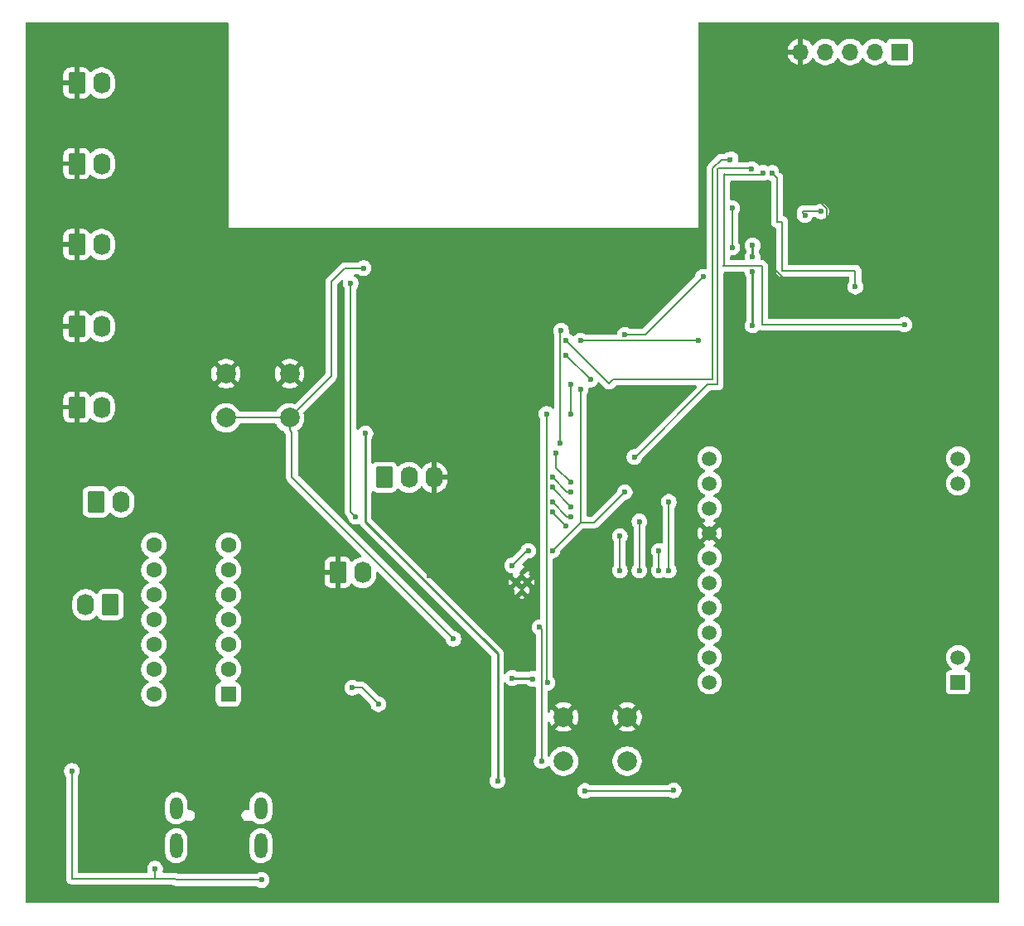
<source format=gbr>
%TF.GenerationSoftware,KiCad,Pcbnew,9.0.0*%
%TF.CreationDate,2025-03-31T12:40:15-05:00*%
%TF.ProjectId,445 Design Document Schematic,34343520-4465-4736-9967-6e20446f6375,rev?*%
%TF.SameCoordinates,Original*%
%TF.FileFunction,Copper,L2,Bot*%
%TF.FilePolarity,Positive*%
%FSLAX46Y46*%
G04 Gerber Fmt 4.6, Leading zero omitted, Abs format (unit mm)*
G04 Created by KiCad (PCBNEW 9.0.0) date 2025-03-31 12:40:15*
%MOMM*%
%LPD*%
G01*
G04 APERTURE LIST*
G04 Aperture macros list*
%AMRoundRect*
0 Rectangle with rounded corners*
0 $1 Rounding radius*
0 $2 $3 $4 $5 $6 $7 $8 $9 X,Y pos of 4 corners*
0 Add a 4 corners polygon primitive as box body*
4,1,4,$2,$3,$4,$5,$6,$7,$8,$9,$2,$3,0*
0 Add four circle primitives for the rounded corners*
1,1,$1+$1,$2,$3*
1,1,$1+$1,$4,$5*
1,1,$1+$1,$6,$7*
1,1,$1+$1,$8,$9*
0 Add four rect primitives between the rounded corners*
20,1,$1+$1,$2,$3,$4,$5,0*
20,1,$1+$1,$4,$5,$6,$7,0*
20,1,$1+$1,$6,$7,$8,$9,0*
20,1,$1+$1,$8,$9,$2,$3,0*%
G04 Aperture macros list end*
%TA.AperFunction,HeatsinkPad*%
%ADD10O,1.300000X2.600000*%
%TD*%
%TA.AperFunction,HeatsinkPad*%
%ADD11O,1.300000X2.300000*%
%TD*%
%TA.AperFunction,ComponentPad*%
%ADD12RoundRect,0.250000X-0.620000X-0.845000X0.620000X-0.845000X0.620000X0.845000X-0.620000X0.845000X0*%
%TD*%
%TA.AperFunction,ComponentPad*%
%ADD13O,1.740000X2.190000*%
%TD*%
%TA.AperFunction,ComponentPad*%
%ADD14RoundRect,0.250000X0.550000X0.550000X-0.550000X0.550000X-0.550000X-0.550000X0.550000X-0.550000X0*%
%TD*%
%TA.AperFunction,ComponentPad*%
%ADD15C,1.600000*%
%TD*%
%TA.AperFunction,ComponentPad*%
%ADD16C,0.500000*%
%TD*%
%TA.AperFunction,HeatsinkPad*%
%ADD17C,0.600000*%
%TD*%
%TA.AperFunction,ComponentPad*%
%ADD18R,1.500000X1.500000*%
%TD*%
%TA.AperFunction,ComponentPad*%
%ADD19C,1.500000*%
%TD*%
%TA.AperFunction,ComponentPad*%
%ADD20C,2.000000*%
%TD*%
%TA.AperFunction,ComponentPad*%
%ADD21R,1.700000X1.700000*%
%TD*%
%TA.AperFunction,ComponentPad*%
%ADD22O,1.700000X1.700000*%
%TD*%
%TA.AperFunction,ComponentPad*%
%ADD23RoundRect,0.250000X0.620000X0.845000X-0.620000X0.845000X-0.620000X-0.845000X0.620000X-0.845000X0*%
%TD*%
%TA.AperFunction,ViaPad*%
%ADD24C,0.600000*%
%TD*%
%TA.AperFunction,Conductor*%
%ADD25C,0.200000*%
%TD*%
%TA.AperFunction,Conductor*%
%ADD26C,0.254000*%
%TD*%
G04 APERTURE END LIST*
D10*
%TO.P,P2,S1,SHIELD*%
%TO.N,Net-(P2-SHIELD)*%
X107820000Y-121650000D03*
D11*
X107820000Y-117825000D03*
D10*
X99180000Y-121650000D03*
D11*
X99180000Y-117825000D03*
%TD*%
D12*
%TO.P,J7,1,Pin_1*%
%TO.N,GND*%
X115679000Y-93718000D03*
D13*
%TO.P,J7,2,Pin_2*%
%TO.N,+5V*%
X118219000Y-93718000D03*
%TD*%
D12*
%TO.P,J5,1,Pin_1*%
%TO.N,GND*%
X89000000Y-76815000D03*
D13*
%TO.P,J5,2,Pin_2*%
%TO.N,Net-(J5-Pin_2)*%
X91540000Y-76815000D03*
%TD*%
D12*
%TO.P,J6,1,Pin_1*%
%TO.N,+3.3V*%
X120420000Y-84000000D03*
D13*
%TO.P,J6,2,Pin_2*%
%TO.N,/POT*%
X122960000Y-84000000D03*
%TO.P,J6,3,Pin_3*%
%TO.N,GND*%
X125500000Y-84000000D03*
%TD*%
D12*
%TO.P,D1,1,K*%
%TO.N,Net-(D1-K)*%
X90960000Y-86500000D03*
D13*
%TO.P,D1,2,A*%
%TO.N,Net-(D1-A)*%
X93500000Y-86500000D03*
%TD*%
D14*
%TO.P,U7,1*%
%TO.N,Net-(D1-K)*%
X104500000Y-106160000D03*
D15*
%TO.P,U7,2*%
%TO.N,Net-(U2-STDBY)*%
X104500000Y-103620000D03*
%TO.P,U7,3*%
%TO.N,N/C*%
X104500000Y-101080000D03*
%TO.P,U7,4*%
X104500000Y-98540000D03*
%TO.P,U7,5*%
X104500000Y-96000000D03*
%TO.P,U7,6*%
X104500000Y-93460000D03*
%TO.P,U7,7*%
X104500000Y-90920000D03*
%TO.P,U7,8*%
X96880000Y-90920000D03*
%TO.P,U7,9*%
X96880000Y-93460000D03*
%TO.P,U7,10*%
X96880000Y-96000000D03*
%TO.P,U7,11*%
X96880000Y-98540000D03*
%TO.P,U7,12*%
X96880000Y-101080000D03*
%TO.P,U7,13*%
X96880000Y-103620000D03*
%TO.P,U7,14*%
X96880000Y-106160000D03*
%TD*%
D16*
%TO.P,U3,11,PGND*%
%TO.N,GND*%
X133894000Y-94698000D03*
X134469000Y-93748000D03*
X134469000Y-95648000D03*
X135044000Y-94698000D03*
%TD*%
D17*
%TO.P,U5,41,GND*%
%TO.N,GND*%
X125600000Y-67020000D03*
X125600000Y-68420000D03*
X126300000Y-66320000D03*
X126300000Y-67720000D03*
X126300000Y-69120000D03*
X127000000Y-67020000D03*
X127000000Y-68420000D03*
X127700000Y-66320000D03*
X127700000Y-67720000D03*
X127700000Y-69120000D03*
X128400000Y-67020000D03*
X128400000Y-68420000D03*
%TD*%
D18*
%TO.P,U8,1,NC*%
%TO.N,unconnected-(U8-NC-Pad1)*%
X179057500Y-104930000D03*
D19*
%TO.P,U8,2,NC*%
%TO.N,unconnected-(U8-NC-Pad2)*%
X179057500Y-102390000D03*
%TO.P,U8,9,NC*%
%TO.N,unconnected-(U8-NC-Pad9)*%
X179057500Y-84610000D03*
%TO.P,U8,10,NC*%
%TO.N,unconnected-(U8-NC-Pad10)*%
X179057500Y-82070000D03*
%TO.P,U8,11,VOUT*%
%TO.N,Net-(U8-VOUT)*%
X153657500Y-82070000D03*
%TO.P,U8,12,IM1*%
%TO.N,+3.3V*%
X153657500Y-84610000D03*
%TO.P,U8,13,VDD*%
X153657500Y-87150000D03*
%TO.P,U8,14,VSS*%
%TO.N,GND*%
X153657500Y-89690000D03*
%TO.P,U8,15,SOD*%
%TO.N,/Display_MOSI*%
X153657500Y-92230000D03*
%TO.P,U8,16,SID*%
%TO.N,/Display_MISO*%
X153657500Y-94770000D03*
%TO.P,U8,17,SCLK*%
%TO.N,/Display_SCLK*%
X153657500Y-97310000D03*
%TO.P,U8,18,~{CS}*%
%TO.N,/Display_CS*%
X153657500Y-99850000D03*
%TO.P,U8,19,SA0*%
%TO.N,unconnected-(U8-SA0-Pad19)*%
X153657500Y-102390000D03*
%TO.P,U8,20,~{RST}*%
%TO.N,/Display_RST*%
X153657500Y-104930000D03*
%TD*%
D20*
%TO.P,SW1,1,1*%
%TO.N,GND*%
X104250000Y-73400000D03*
X110750000Y-73400000D03*
%TO.P,SW1,2,2*%
%TO.N,/CHIP_PU*%
X104250000Y-77900000D03*
X110750000Y-77900000D03*
%TD*%
D21*
%TO.P,J9,1,Pin_1*%
%TO.N,/RTS*%
X173120000Y-40500000D03*
D22*
%TO.P,J9,2,Pin_2*%
%TO.N,/DTR*%
X170580000Y-40500000D03*
%TO.P,J9,3,Pin_3*%
%TO.N,/TX*%
X168040000Y-40500000D03*
%TO.P,J9,4,Pin_4*%
%TO.N,/RX*%
X165500000Y-40500000D03*
%TO.P,J9,5,Pin_5*%
%TO.N,GND*%
X162960000Y-40500000D03*
%TD*%
D12*
%TO.P,J3,1,Pin_1*%
%TO.N,GND*%
X89000000Y-60198000D03*
D13*
%TO.P,J3,2,Pin_2*%
%TO.N,Net-(J3-Pin_2)*%
X91540000Y-60198000D03*
%TD*%
D20*
%TO.P,SW2,1,1*%
%TO.N,GND*%
X138750000Y-108500000D03*
X145250000Y-108500000D03*
%TO.P,SW2,2,2*%
%TO.N,/GPIO0_STRAPPING*%
X138750000Y-113000000D03*
X145250000Y-113000000D03*
%TD*%
D12*
%TO.P,J1,1,Pin_1*%
%TO.N,GND*%
X89000000Y-43688000D03*
D13*
%TO.P,J1,2,Pin_2*%
%TO.N,Net-(J1-Pin_2)*%
X91540000Y-43688000D03*
%TD*%
D12*
%TO.P,J2,1,Pin_1*%
%TO.N,GND*%
X89000000Y-51923000D03*
D13*
%TO.P,J2,2,Pin_2*%
%TO.N,Net-(J2-Pin_2)*%
X91540000Y-51923000D03*
%TD*%
D12*
%TO.P,J4,1,Pin_1*%
%TO.N,GND*%
X89000000Y-68560000D03*
D13*
%TO.P,J4,2,Pin_2*%
%TO.N,Net-(J4-Pin_2)*%
X91540000Y-68560000D03*
%TD*%
D23*
%TO.P,D2,1,K*%
%TO.N,Net-(D2-K)*%
X92443000Y-97016000D03*
D13*
%TO.P,D2,2,A*%
%TO.N,Net-(D2-A)*%
X89903000Y-97016000D03*
%TD*%
D24*
%TO.N,GND*%
X119278000Y-99413000D03*
X130462500Y-89500000D03*
X100500000Y-114373000D03*
X100500000Y-116000000D03*
X111350000Y-94541000D03*
X98038500Y-53828000D03*
X116537500Y-61500000D03*
X163500000Y-65500000D03*
X98038500Y-62337000D03*
X162649000Y-69876000D03*
X177574000Y-57876000D03*
X134962500Y-89500000D03*
X159500000Y-60000000D03*
X163500000Y-55463500D03*
X115679000Y-93718000D03*
X177574000Y-54876000D03*
X98038500Y-79355000D03*
X158077000Y-69876000D03*
X125000000Y-94000000D03*
X112075000Y-61500000D03*
X98060000Y-45700000D03*
X125500000Y-83000000D03*
X163186236Y-58500000D03*
X163500000Y-62000000D03*
X160974000Y-52626000D03*
X110075000Y-98798000D03*
X98038500Y-70846000D03*
X161500000Y-49500000D03*
%TO.N,+3.3V*%
X152500000Y-70000000D03*
X137600000Y-91500000D03*
X133500000Y-93000000D03*
X158074000Y-60276000D03*
X150000000Y-116000000D03*
X158074000Y-61476000D03*
X158074000Y-68476000D03*
X135159248Y-91500000D03*
X158074000Y-62976000D03*
X145000000Y-85500000D03*
X140950735Y-116049265D03*
X140500000Y-75000000D03*
X136500000Y-113000000D03*
X140500000Y-70000000D03*
X117500000Y-88000000D03*
X136306644Y-99306644D03*
X117000000Y-64135000D03*
%TO.N,/Display_MISO*%
X149500000Y-93500000D03*
X138000000Y-81500000D03*
X149500000Y-86500000D03*
X139500000Y-84500000D03*
%TO.N,/Display_MOSI*%
X137600000Y-87500000D03*
X139000000Y-89000000D03*
%TO.N,/RFID_MOSI*%
X139000000Y-71500000D03*
X141500000Y-74000000D03*
%TO.N,/Display_SCLK*%
X148500000Y-93500000D03*
X137600000Y-86500000D03*
X139500000Y-88000000D03*
X148500000Y-91500000D03*
%TO.N,/Display_RST*%
X144500000Y-93500000D03*
X139500000Y-87000000D03*
X144500000Y-90000000D03*
X137600000Y-85000000D03*
%TO.N,/RFID_SCK*%
X145000000Y-69400000D03*
X156000000Y-56463500D03*
X156000000Y-60500000D03*
X153000000Y-63500000D03*
%TO.N,/RFID_MISO*%
X139500000Y-74500000D03*
X139500000Y-77500000D03*
%TO.N,/Display_CS*%
X139500000Y-85500000D03*
X137600000Y-84000000D03*
X146500000Y-88500000D03*
X146500000Y-93500000D03*
%TO.N,/RFID_CS*%
X155786133Y-51512398D03*
X139000000Y-70000000D03*
%TO.N,/CHIP_PU*%
X118310265Y-62608265D03*
X127500000Y-100500000D03*
%TO.N,/GPIO0_STRAPPING*%
X137000000Y-77500000D03*
X137100000Y-105000000D03*
%TO.N,Net-(P2-SHIELD)*%
X107900000Y-125150000D03*
X97000000Y-124000000D03*
X88500000Y-114000000D03*
%TO.N,Net-(U4-OSCOUT)*%
X173574000Y-68376000D03*
X159133735Y-52852938D03*
%TO.N,Net-(U4-OSCIN)*%
X160074000Y-52876000D03*
X168574000Y-64500000D03*
%TO.N,Net-(U4-TX1)*%
X163418000Y-57190500D03*
X165074000Y-56800000D03*
%TO.N,/RTS*%
X133500000Y-104500000D03*
X135589674Y-104589674D03*
%TO.N,/DTR*%
X119825735Y-107174265D03*
X117151470Y-105500000D03*
%TO.N,/GPIO3_STRAPPING*%
X132000000Y-115000000D03*
X118500000Y-79500000D03*
%TO.N,/RFID_IRQ*%
X146000000Y-81900000D03*
X157984376Y-52479410D03*
%TO.N,/RFID_RST*%
X138399000Y-80500000D03*
X138500000Y-69000000D03*
%TD*%
D25*
%TO.N,Net-(U4-OSCIN)*%
X168574000Y-62876000D02*
X168574000Y-64500000D01*
%TO.N,GND*%
X163130900Y-65500000D02*
X163500000Y-65500000D01*
X163000000Y-53000000D02*
X161348000Y-53000000D01*
X165675000Y-60325000D02*
X165500000Y-60500000D01*
X159500000Y-60000000D02*
X159500000Y-61869100D01*
X159500000Y-61869100D02*
X163130900Y-65500000D01*
X163500000Y-62000000D02*
X163500000Y-60500000D01*
X100500000Y-116000000D02*
X100500000Y-114373000D01*
X163000000Y-53000000D02*
X163000000Y-54963500D01*
X163000000Y-54963500D02*
X163500000Y-55463500D01*
X163186236Y-60186236D02*
X163186236Y-58500000D01*
X164587443Y-55463500D02*
X165675000Y-56551057D01*
X163500000Y-60500000D02*
X163186236Y-60186236D01*
X161500000Y-49500000D02*
X163000000Y-51000000D01*
X165500000Y-60500000D02*
X163500000Y-60500000D01*
X163000000Y-51000000D02*
X163000000Y-53000000D01*
X161348000Y-53000000D02*
X160974000Y-52626000D01*
X165675000Y-56551057D02*
X165675000Y-60325000D01*
X163500000Y-55463500D02*
X164587443Y-55463500D01*
%TO.N,+3.3V*%
X136306644Y-99306644D02*
X136500000Y-99500000D01*
X137600000Y-91500000D02*
X140500000Y-88600000D01*
X135000000Y-91500000D02*
X135159248Y-91500000D01*
X140500000Y-70000000D02*
X152500000Y-70000000D01*
X136500000Y-99500000D02*
X136500000Y-113000000D01*
X140500000Y-88600000D02*
X141900000Y-88600000D01*
D26*
X158074000Y-62876000D02*
X158074000Y-62976000D01*
X158074000Y-62876000D02*
X158074000Y-63376000D01*
D25*
X149950735Y-116049265D02*
X150000000Y-116000000D01*
D26*
X158074000Y-61476000D02*
X158074000Y-60276000D01*
X158074000Y-68476000D02*
X158074000Y-62876000D01*
D25*
X141900000Y-88600000D02*
X145000000Y-85500000D01*
X117000000Y-87500000D02*
X117500000Y-88000000D01*
X117000000Y-64135000D02*
X117000000Y-87500000D01*
X140500000Y-88600000D02*
X140500000Y-75000000D01*
X133500000Y-93000000D02*
X135000000Y-91500000D01*
X140950735Y-116049265D02*
X149950735Y-116049265D01*
%TO.N,/Display_MISO*%
X139500000Y-84500000D02*
X138000000Y-83000000D01*
X149500000Y-93500000D02*
X149500000Y-86500000D01*
X138000000Y-83000000D02*
X138000000Y-81500000D01*
%TO.N,/Display_MOSI*%
X137600000Y-87600000D02*
X137600000Y-87500000D01*
X139000000Y-89000000D02*
X137600000Y-87600000D01*
%TO.N,/RFID_MOSI*%
X139000000Y-71500000D02*
X141500000Y-74000000D01*
%TO.N,/Display_SCLK*%
X139100000Y-88000000D02*
X137600000Y-86500000D01*
X139500000Y-88000000D02*
X139100000Y-88000000D01*
X148500000Y-93500000D02*
X148500000Y-91500000D01*
%TO.N,/Display_RST*%
X139500000Y-87000000D02*
X137600000Y-85100000D01*
X137600000Y-85100000D02*
X137600000Y-85000000D01*
X144500000Y-93500000D02*
X144500000Y-90000000D01*
%TO.N,/RFID_SCK*%
X156000000Y-60500000D02*
X156000000Y-56463500D01*
X147100000Y-69400000D02*
X153000000Y-63500000D01*
X145000000Y-69400000D02*
X147100000Y-69400000D01*
%TO.N,/RFID_MISO*%
X139500000Y-77500000D02*
X139500000Y-74500000D01*
%TO.N,/Display_CS*%
X139500000Y-85500000D02*
X139100000Y-85500000D01*
X139100000Y-85500000D02*
X137600000Y-84000000D01*
X146500000Y-93500000D02*
X146500000Y-88500000D01*
%TO.N,/RFID_CS*%
X154000000Y-74000000D02*
X154000000Y-52382900D01*
X143848530Y-74000000D02*
X154000000Y-74000000D01*
X143424265Y-74424265D02*
X139000000Y-70000000D01*
X155786133Y-51512398D02*
X155998265Y-51300266D01*
X154870502Y-51512398D02*
X155786133Y-51512398D01*
X154000000Y-52382900D02*
X154870502Y-51512398D01*
X143424265Y-74424265D02*
X143848530Y-74000000D01*
%TO.N,/CHIP_PU*%
X110750000Y-77900000D02*
X115000000Y-73650000D01*
X115000000Y-64000000D02*
X116391735Y-62608265D01*
X111000000Y-79400000D02*
X111000000Y-84000000D01*
X116391735Y-62608265D02*
X118310265Y-62608265D01*
X110750000Y-79150000D02*
X111000000Y-79400000D01*
X110750000Y-77900000D02*
X110750000Y-79150000D01*
X115000000Y-73650000D02*
X115000000Y-64000000D01*
X110750000Y-77900000D02*
X104250000Y-77900000D01*
X111000000Y-84000000D02*
X127500000Y-100500000D01*
%TO.N,/GPIO0_STRAPPING*%
X137000000Y-101500000D02*
X137000000Y-104900000D01*
X137000000Y-104900000D02*
X137100000Y-105000000D01*
X137000000Y-101500000D02*
X137000000Y-77500000D01*
%TO.N,Net-(P2-SHIELD)*%
X97000000Y-125000000D02*
X99000000Y-125000000D01*
X99150000Y-125150000D02*
X107900000Y-125150000D01*
X99000000Y-125000000D02*
X99150000Y-125150000D01*
X88500000Y-114000000D02*
X88500000Y-125000000D01*
X88500000Y-125000000D02*
X97000000Y-125000000D01*
X97000000Y-124000000D02*
X97000000Y-125000000D01*
%TO.N,Net-(U4-OSCOUT)*%
X155074000Y-62376000D02*
X158950000Y-62376000D01*
X158950000Y-62376000D02*
X159074000Y-62500000D01*
X155175000Y-62275000D02*
X155074000Y-62376000D01*
X155175000Y-52977000D02*
X155175000Y-62275000D01*
X159133735Y-52852938D02*
X158906263Y-53080410D01*
X159074000Y-62500000D02*
X159074000Y-68376000D01*
X159074000Y-68376000D02*
X173574000Y-68376000D01*
X155278410Y-53080410D02*
X155175000Y-52977000D01*
X158906263Y-53080410D02*
X155278410Y-53080410D01*
%TO.N,Net-(U4-OSCIN)*%
X161074000Y-57876000D02*
X161074000Y-62876000D01*
X160574000Y-57876000D02*
X161074000Y-57876000D01*
X161074000Y-62876000D02*
X168574000Y-62876000D01*
X160574000Y-53376000D02*
X160574000Y-57876000D01*
X160074000Y-52876000D02*
X160574000Y-53376000D01*
%TO.N,Net-(U4-TX1)*%
X163185236Y-56957736D02*
X163185236Y-56846715D01*
X163231951Y-56800000D02*
X165074000Y-56800000D01*
X163418000Y-57190500D02*
X163185236Y-56957736D01*
X163185236Y-56846715D02*
X163231951Y-56800000D01*
D26*
%TO.N,/RTS*%
X135500000Y-104500000D02*
X135589674Y-104589674D01*
X133500000Y-104500000D02*
X135500000Y-104500000D01*
D25*
%TO.N,/DTR*%
X118151470Y-105500000D02*
X117151470Y-105500000D01*
X119825735Y-107174265D02*
X118151470Y-105500000D01*
D26*
%TO.N,/GPIO3_STRAPPING*%
X132000000Y-115000000D02*
X132000000Y-102000000D01*
X132000000Y-102000000D02*
X118500000Y-88500000D01*
X118500000Y-88500000D02*
X118500000Y-79500000D01*
D25*
%TO.N,/RFID_IRQ*%
X157880966Y-52376000D02*
X157984376Y-52479410D01*
X154500000Y-52450000D02*
X154500000Y-74500000D01*
X154574000Y-52376000D02*
X154500000Y-52450000D01*
X146000000Y-82000000D02*
X146000000Y-81900000D01*
X154574000Y-52376000D02*
X157880966Y-52376000D01*
X153500000Y-74500000D02*
X146000000Y-82000000D01*
X154500000Y-74500000D02*
X153500000Y-74500000D01*
%TO.N,/RFID_RST*%
X138399000Y-69101000D02*
X138500000Y-69000000D01*
X138399000Y-80500000D02*
X138399000Y-69101000D01*
%TD*%
%TA.AperFunction,Conductor*%
%TO.N,GND*%
G36*
X104443039Y-37519685D02*
G01*
X104488794Y-37572489D01*
X104500000Y-37624000D01*
X104500000Y-58510000D01*
X152500000Y-58510000D01*
X152500000Y-40250000D01*
X161632769Y-40250000D01*
X162526988Y-40250000D01*
X162494075Y-40307007D01*
X162460000Y-40434174D01*
X162460000Y-40565826D01*
X162494075Y-40692993D01*
X162526988Y-40750000D01*
X161632769Y-40750000D01*
X161643242Y-40816126D01*
X161643242Y-40816129D01*
X161708904Y-41018217D01*
X161805379Y-41207557D01*
X161930272Y-41379459D01*
X161930276Y-41379464D01*
X162080535Y-41529723D01*
X162080540Y-41529727D01*
X162252442Y-41654620D01*
X162441782Y-41751095D01*
X162643871Y-41816757D01*
X162710000Y-41827231D01*
X162710000Y-40933012D01*
X162767007Y-40965925D01*
X162894174Y-41000000D01*
X163025826Y-41000000D01*
X163152993Y-40965925D01*
X163210000Y-40933012D01*
X163210000Y-41827230D01*
X163276126Y-41816757D01*
X163276129Y-41816757D01*
X163478217Y-41751095D01*
X163667557Y-41654620D01*
X163839459Y-41529727D01*
X163839464Y-41529723D01*
X163989723Y-41379464D01*
X163989727Y-41379459D01*
X164114620Y-41207558D01*
X164119232Y-41198507D01*
X164167205Y-41147709D01*
X164235025Y-41130912D01*
X164301161Y-41153447D01*
X164340204Y-41198504D01*
X164344949Y-41207817D01*
X164469890Y-41379786D01*
X164620213Y-41530109D01*
X164792179Y-41655048D01*
X164792181Y-41655049D01*
X164792184Y-41655051D01*
X164981588Y-41751557D01*
X165183757Y-41817246D01*
X165393713Y-41850500D01*
X165393714Y-41850500D01*
X165606286Y-41850500D01*
X165606287Y-41850500D01*
X165816243Y-41817246D01*
X166018412Y-41751557D01*
X166207816Y-41655051D01*
X166294138Y-41592335D01*
X166379786Y-41530109D01*
X166379788Y-41530106D01*
X166379792Y-41530104D01*
X166530104Y-41379792D01*
X166530106Y-41379788D01*
X166530109Y-41379786D01*
X166655048Y-41207820D01*
X166655050Y-41207817D01*
X166655051Y-41207816D01*
X166659514Y-41199054D01*
X166707488Y-41148259D01*
X166775308Y-41131463D01*
X166841444Y-41153999D01*
X166880486Y-41199056D01*
X166884951Y-41207820D01*
X167009890Y-41379786D01*
X167160213Y-41530109D01*
X167332179Y-41655048D01*
X167332181Y-41655049D01*
X167332184Y-41655051D01*
X167521588Y-41751557D01*
X167723757Y-41817246D01*
X167933713Y-41850500D01*
X167933714Y-41850500D01*
X168146286Y-41850500D01*
X168146287Y-41850500D01*
X168356243Y-41817246D01*
X168558412Y-41751557D01*
X168747816Y-41655051D01*
X168834138Y-41592335D01*
X168919786Y-41530109D01*
X168919788Y-41530106D01*
X168919792Y-41530104D01*
X169070104Y-41379792D01*
X169070106Y-41379788D01*
X169070109Y-41379786D01*
X169195048Y-41207820D01*
X169195050Y-41207817D01*
X169195051Y-41207816D01*
X169199514Y-41199054D01*
X169247488Y-41148259D01*
X169315308Y-41131463D01*
X169381444Y-41153999D01*
X169420486Y-41199056D01*
X169424951Y-41207820D01*
X169549890Y-41379786D01*
X169700213Y-41530109D01*
X169872179Y-41655048D01*
X169872181Y-41655049D01*
X169872184Y-41655051D01*
X170061588Y-41751557D01*
X170263757Y-41817246D01*
X170473713Y-41850500D01*
X170473714Y-41850500D01*
X170686286Y-41850500D01*
X170686287Y-41850500D01*
X170896243Y-41817246D01*
X171098412Y-41751557D01*
X171287816Y-41655051D01*
X171459792Y-41530104D01*
X171573329Y-41416566D01*
X171634648Y-41383084D01*
X171704340Y-41388068D01*
X171760274Y-41429939D01*
X171777189Y-41460917D01*
X171826202Y-41592328D01*
X171826206Y-41592335D01*
X171912452Y-41707544D01*
X171912455Y-41707547D01*
X172027664Y-41793793D01*
X172027671Y-41793797D01*
X172162517Y-41844091D01*
X172162516Y-41844091D01*
X172169444Y-41844835D01*
X172222127Y-41850500D01*
X174017872Y-41850499D01*
X174077483Y-41844091D01*
X174212331Y-41793796D01*
X174327546Y-41707546D01*
X174413796Y-41592331D01*
X174464091Y-41457483D01*
X174470500Y-41397873D01*
X174470499Y-39602128D01*
X174464091Y-39542517D01*
X174462810Y-39539083D01*
X174413797Y-39407671D01*
X174413793Y-39407664D01*
X174327547Y-39292455D01*
X174327544Y-39292452D01*
X174212335Y-39206206D01*
X174212328Y-39206202D01*
X174077482Y-39155908D01*
X174077483Y-39155908D01*
X174017883Y-39149501D01*
X174017881Y-39149500D01*
X174017873Y-39149500D01*
X174017864Y-39149500D01*
X172222129Y-39149500D01*
X172222123Y-39149501D01*
X172162516Y-39155908D01*
X172027671Y-39206202D01*
X172027664Y-39206206D01*
X171912455Y-39292452D01*
X171912452Y-39292455D01*
X171826206Y-39407664D01*
X171826203Y-39407669D01*
X171777189Y-39539083D01*
X171735317Y-39595016D01*
X171669853Y-39619433D01*
X171601580Y-39604581D01*
X171573326Y-39583430D01*
X171459786Y-39469890D01*
X171287820Y-39344951D01*
X171098414Y-39248444D01*
X171098413Y-39248443D01*
X171098412Y-39248443D01*
X170896243Y-39182754D01*
X170896241Y-39182753D01*
X170896240Y-39182753D01*
X170734957Y-39157208D01*
X170686287Y-39149500D01*
X170473713Y-39149500D01*
X170425042Y-39157208D01*
X170263760Y-39182753D01*
X170061585Y-39248444D01*
X169872179Y-39344951D01*
X169700213Y-39469890D01*
X169549890Y-39620213D01*
X169424949Y-39792182D01*
X169420484Y-39800946D01*
X169372509Y-39851742D01*
X169304688Y-39868536D01*
X169238553Y-39845998D01*
X169199516Y-39800946D01*
X169195050Y-39792182D01*
X169070109Y-39620213D01*
X168919786Y-39469890D01*
X168747820Y-39344951D01*
X168558414Y-39248444D01*
X168558413Y-39248443D01*
X168558412Y-39248443D01*
X168356243Y-39182754D01*
X168356241Y-39182753D01*
X168356240Y-39182753D01*
X168194957Y-39157208D01*
X168146287Y-39149500D01*
X167933713Y-39149500D01*
X167885042Y-39157208D01*
X167723760Y-39182753D01*
X167521585Y-39248444D01*
X167332179Y-39344951D01*
X167160213Y-39469890D01*
X167009890Y-39620213D01*
X166884949Y-39792182D01*
X166880484Y-39800946D01*
X166832509Y-39851742D01*
X166764688Y-39868536D01*
X166698553Y-39845998D01*
X166659516Y-39800946D01*
X166655050Y-39792182D01*
X166530109Y-39620213D01*
X166379786Y-39469890D01*
X166207820Y-39344951D01*
X166018414Y-39248444D01*
X166018413Y-39248443D01*
X166018412Y-39248443D01*
X165816243Y-39182754D01*
X165816241Y-39182753D01*
X165816240Y-39182753D01*
X165654957Y-39157208D01*
X165606287Y-39149500D01*
X165393713Y-39149500D01*
X165345042Y-39157208D01*
X165183760Y-39182753D01*
X164981585Y-39248444D01*
X164792179Y-39344951D01*
X164620213Y-39469890D01*
X164469890Y-39620213D01*
X164344949Y-39792182D01*
X164340202Y-39801499D01*
X164292227Y-39852293D01*
X164224405Y-39869087D01*
X164158271Y-39846548D01*
X164119234Y-39801495D01*
X164114622Y-39792444D01*
X163989727Y-39620540D01*
X163989723Y-39620535D01*
X163839464Y-39470276D01*
X163839459Y-39470272D01*
X163667557Y-39345379D01*
X163478215Y-39248903D01*
X163276124Y-39183241D01*
X163210000Y-39172768D01*
X163210000Y-40066988D01*
X163152993Y-40034075D01*
X163025826Y-40000000D01*
X162894174Y-40000000D01*
X162767007Y-40034075D01*
X162710000Y-40066988D01*
X162710000Y-39172768D01*
X162709999Y-39172768D01*
X162643875Y-39183241D01*
X162441784Y-39248903D01*
X162252442Y-39345379D01*
X162080540Y-39470272D01*
X162080535Y-39470276D01*
X161930276Y-39620535D01*
X161930272Y-39620540D01*
X161805379Y-39792442D01*
X161708904Y-39981782D01*
X161643242Y-40183870D01*
X161643242Y-40183873D01*
X161632769Y-40250000D01*
X152500000Y-40250000D01*
X152500000Y-37624000D01*
X152519685Y-37556961D01*
X152572489Y-37511206D01*
X152624000Y-37500000D01*
X183125500Y-37500000D01*
X183192539Y-37519685D01*
X183238294Y-37572489D01*
X183249500Y-37624000D01*
X183249500Y-127376000D01*
X183229815Y-127443039D01*
X183177011Y-127488794D01*
X183125500Y-127500000D01*
X83874500Y-127500000D01*
X83807461Y-127480315D01*
X83761706Y-127427511D01*
X83750500Y-127376000D01*
X83750500Y-113921153D01*
X87699500Y-113921153D01*
X87699500Y-114078846D01*
X87730261Y-114233489D01*
X87730264Y-114233501D01*
X87790602Y-114379172D01*
X87790609Y-114379185D01*
X87878602Y-114510874D01*
X87899480Y-114577551D01*
X87899500Y-114579765D01*
X87899500Y-125079056D01*
X87940423Y-125231783D01*
X87940426Y-125231790D01*
X88019475Y-125368709D01*
X88019479Y-125368714D01*
X88019480Y-125368716D01*
X88131284Y-125480520D01*
X88131286Y-125480521D01*
X88131290Y-125480524D01*
X88215575Y-125529185D01*
X88268216Y-125559577D01*
X88420943Y-125600500D01*
X96920943Y-125600500D01*
X97079057Y-125600500D01*
X98700069Y-125600500D01*
X98716184Y-125604958D01*
X98731252Y-125604485D01*
X98753167Y-125615189D01*
X98763801Y-125618131D01*
X98776509Y-125625745D01*
X98781284Y-125630520D01*
X98868095Y-125680639D01*
X98869004Y-125681164D01*
X98869021Y-125681174D01*
X98896933Y-125697289D01*
X98918215Y-125709577D01*
X99070943Y-125750501D01*
X99070946Y-125750501D01*
X99236653Y-125750501D01*
X99236669Y-125750500D01*
X107320234Y-125750500D01*
X107387273Y-125770185D01*
X107389125Y-125771398D01*
X107520814Y-125859390D01*
X107520827Y-125859397D01*
X107666498Y-125919735D01*
X107666503Y-125919737D01*
X107821153Y-125950499D01*
X107821156Y-125950500D01*
X107821158Y-125950500D01*
X107978844Y-125950500D01*
X107978845Y-125950499D01*
X108133497Y-125919737D01*
X108279179Y-125859394D01*
X108410289Y-125771789D01*
X108521789Y-125660289D01*
X108609394Y-125529179D01*
X108669737Y-125383497D01*
X108700500Y-125228842D01*
X108700500Y-125071158D01*
X108700500Y-125071155D01*
X108700499Y-125071153D01*
X108669738Y-124916510D01*
X108669737Y-124916503D01*
X108669735Y-124916498D01*
X108609397Y-124770827D01*
X108609390Y-124770814D01*
X108521789Y-124639711D01*
X108521786Y-124639707D01*
X108410292Y-124528213D01*
X108410288Y-124528210D01*
X108279185Y-124440609D01*
X108279172Y-124440602D01*
X108133501Y-124380264D01*
X108133489Y-124380261D01*
X107978845Y-124349500D01*
X107978842Y-124349500D01*
X107821158Y-124349500D01*
X107821155Y-124349500D01*
X107666510Y-124380261D01*
X107666498Y-124380264D01*
X107520827Y-124440602D01*
X107520814Y-124440609D01*
X107389125Y-124528602D01*
X107322447Y-124549480D01*
X107320234Y-124549500D01*
X99449931Y-124549500D01*
X99433815Y-124545041D01*
X99418749Y-124545515D01*
X99396833Y-124534810D01*
X99386199Y-124531869D01*
X99373490Y-124524254D01*
X99368716Y-124519480D01*
X99281904Y-124469360D01*
X99231785Y-124440423D01*
X99079057Y-124399499D01*
X98920943Y-124399499D01*
X98913347Y-124399499D01*
X98913331Y-124399500D01*
X97886555Y-124399500D01*
X97819516Y-124379815D01*
X97773761Y-124327011D01*
X97763817Y-124257853D01*
X97768840Y-124239588D01*
X97767969Y-124239324D01*
X97769731Y-124233509D01*
X97769737Y-124233497D01*
X97800500Y-124078842D01*
X97800500Y-123921158D01*
X97800500Y-123921155D01*
X97800499Y-123921153D01*
X97769738Y-123766510D01*
X97769737Y-123766503D01*
X97769735Y-123766498D01*
X97709397Y-123620827D01*
X97709390Y-123620814D01*
X97621789Y-123489711D01*
X97621786Y-123489707D01*
X97510292Y-123378213D01*
X97510288Y-123378210D01*
X97379185Y-123290609D01*
X97379172Y-123290602D01*
X97233501Y-123230264D01*
X97233489Y-123230261D01*
X97078845Y-123199500D01*
X97078842Y-123199500D01*
X96921158Y-123199500D01*
X96921155Y-123199500D01*
X96766510Y-123230261D01*
X96766498Y-123230264D01*
X96620827Y-123290602D01*
X96620814Y-123290609D01*
X96489711Y-123378210D01*
X96489707Y-123378213D01*
X96378213Y-123489707D01*
X96378210Y-123489711D01*
X96290609Y-123620814D01*
X96290602Y-123620827D01*
X96230264Y-123766498D01*
X96230261Y-123766510D01*
X96199500Y-123921153D01*
X96199500Y-124078846D01*
X96230261Y-124233489D01*
X96232031Y-124239324D01*
X96229279Y-124240158D01*
X96235503Y-124297359D01*
X96204309Y-124359878D01*
X96144266Y-124395608D01*
X96113445Y-124399500D01*
X89224500Y-124399500D01*
X89157461Y-124379815D01*
X89111706Y-124327011D01*
X89100500Y-124275500D01*
X89100500Y-120909448D01*
X98029500Y-120909448D01*
X98029500Y-122390551D01*
X98057829Y-122569410D01*
X98113787Y-122741636D01*
X98113788Y-122741639D01*
X98196006Y-122902997D01*
X98302441Y-123049494D01*
X98302445Y-123049499D01*
X98430500Y-123177554D01*
X98430505Y-123177558D01*
X98558287Y-123270396D01*
X98577006Y-123283996D01*
X98682484Y-123337740D01*
X98738360Y-123366211D01*
X98738363Y-123366212D01*
X98824476Y-123394191D01*
X98910591Y-123422171D01*
X98993429Y-123435291D01*
X99089449Y-123450500D01*
X99089454Y-123450500D01*
X99270551Y-123450500D01*
X99357259Y-123436765D01*
X99449409Y-123422171D01*
X99621639Y-123366211D01*
X99782994Y-123283996D01*
X99929501Y-123177553D01*
X100057553Y-123049501D01*
X100163996Y-122902994D01*
X100246211Y-122741639D01*
X100302171Y-122569409D01*
X100316765Y-122477259D01*
X100330500Y-122390551D01*
X100330500Y-120909448D01*
X106669500Y-120909448D01*
X106669500Y-122390551D01*
X106697829Y-122569410D01*
X106753787Y-122741636D01*
X106753788Y-122741639D01*
X106836006Y-122902997D01*
X106942441Y-123049494D01*
X106942445Y-123049499D01*
X107070500Y-123177554D01*
X107070505Y-123177558D01*
X107198287Y-123270396D01*
X107217006Y-123283996D01*
X107322484Y-123337740D01*
X107378360Y-123366211D01*
X107378363Y-123366212D01*
X107464476Y-123394191D01*
X107550591Y-123422171D01*
X107633429Y-123435291D01*
X107729449Y-123450500D01*
X107729454Y-123450500D01*
X107910551Y-123450500D01*
X107997259Y-123436765D01*
X108089409Y-123422171D01*
X108261639Y-123366211D01*
X108422994Y-123283996D01*
X108569501Y-123177553D01*
X108697553Y-123049501D01*
X108803996Y-122902994D01*
X108886211Y-122741639D01*
X108942171Y-122569409D01*
X108956765Y-122477259D01*
X108970500Y-122390551D01*
X108970500Y-120909448D01*
X108954019Y-120805397D01*
X108942171Y-120730591D01*
X108886211Y-120558361D01*
X108886211Y-120558360D01*
X108857740Y-120502484D01*
X108803996Y-120397006D01*
X108790396Y-120378287D01*
X108697558Y-120250505D01*
X108697554Y-120250500D01*
X108569499Y-120122445D01*
X108569494Y-120122441D01*
X108422997Y-120016006D01*
X108422996Y-120016005D01*
X108422994Y-120016004D01*
X108371300Y-119989664D01*
X108261639Y-119933788D01*
X108261636Y-119933787D01*
X108089410Y-119877829D01*
X107910551Y-119849500D01*
X107910546Y-119849500D01*
X107729454Y-119849500D01*
X107729449Y-119849500D01*
X107550589Y-119877829D01*
X107378363Y-119933787D01*
X107378360Y-119933788D01*
X107217002Y-120016006D01*
X107070505Y-120122441D01*
X107070500Y-120122445D01*
X106942445Y-120250500D01*
X106942441Y-120250505D01*
X106836006Y-120397002D01*
X106753788Y-120558360D01*
X106753787Y-120558363D01*
X106697829Y-120730589D01*
X106669500Y-120909448D01*
X100330500Y-120909448D01*
X100314019Y-120805397D01*
X100302171Y-120730591D01*
X100246211Y-120558361D01*
X100246211Y-120558360D01*
X100217740Y-120502484D01*
X100163996Y-120397006D01*
X100150396Y-120378287D01*
X100057558Y-120250505D01*
X100057554Y-120250500D01*
X99929499Y-120122445D01*
X99929494Y-120122441D01*
X99782997Y-120016006D01*
X99782996Y-120016005D01*
X99782994Y-120016004D01*
X99731300Y-119989664D01*
X99621639Y-119933788D01*
X99621636Y-119933787D01*
X99449410Y-119877829D01*
X99270551Y-119849500D01*
X99270546Y-119849500D01*
X99089454Y-119849500D01*
X99089449Y-119849500D01*
X98910589Y-119877829D01*
X98738363Y-119933787D01*
X98738360Y-119933788D01*
X98577002Y-120016006D01*
X98430505Y-120122441D01*
X98430500Y-120122445D01*
X98302445Y-120250500D01*
X98302441Y-120250505D01*
X98196006Y-120397002D01*
X98113788Y-120558360D01*
X98113787Y-120558363D01*
X98057829Y-120730589D01*
X98029500Y-120909448D01*
X89100500Y-120909448D01*
X89100500Y-117234448D01*
X98029500Y-117234448D01*
X98029500Y-118415551D01*
X98057829Y-118594410D01*
X98113787Y-118766636D01*
X98113788Y-118766639D01*
X98196006Y-118927997D01*
X98302441Y-119074494D01*
X98302445Y-119074499D01*
X98430500Y-119202554D01*
X98430505Y-119202558D01*
X98558287Y-119295396D01*
X98577006Y-119308996D01*
X98682484Y-119362740D01*
X98738360Y-119391211D01*
X98738363Y-119391212D01*
X98824476Y-119419191D01*
X98910591Y-119447171D01*
X98993429Y-119460291D01*
X99089449Y-119475500D01*
X99089454Y-119475500D01*
X99270551Y-119475500D01*
X99357259Y-119461765D01*
X99449409Y-119447171D01*
X99621639Y-119391211D01*
X99782994Y-119308996D01*
X99929501Y-119202553D01*
X100057553Y-119074501D01*
X100065775Y-119063184D01*
X100121102Y-119020516D01*
X100190715Y-119014533D01*
X100228097Y-119028679D01*
X100287509Y-119062981D01*
X100287510Y-119062982D01*
X100287512Y-119062982D01*
X100287515Y-119062984D01*
X100427525Y-119100500D01*
X100427528Y-119100500D01*
X100572472Y-119100500D01*
X100572475Y-119100500D01*
X100712485Y-119062984D01*
X100838015Y-118990509D01*
X100940509Y-118888015D01*
X101012984Y-118762485D01*
X101050500Y-118622475D01*
X101050500Y-118477525D01*
X105824500Y-118477525D01*
X105824500Y-118622475D01*
X105862016Y-118762485D01*
X105862017Y-118762488D01*
X105934488Y-118888011D01*
X105934490Y-118888013D01*
X105934491Y-118888015D01*
X106036985Y-118990509D01*
X106036986Y-118990510D01*
X106036988Y-118990511D01*
X106162511Y-119062982D01*
X106162512Y-119062982D01*
X106162515Y-119062984D01*
X106302525Y-119100500D01*
X106302528Y-119100500D01*
X106697472Y-119100500D01*
X106697475Y-119100500D01*
X106837485Y-119062984D01*
X106837488Y-119062981D01*
X106842030Y-119061765D01*
X106911880Y-119063428D01*
X106961805Y-119093859D01*
X107070500Y-119202554D01*
X107070505Y-119202558D01*
X107198287Y-119295396D01*
X107217006Y-119308996D01*
X107322484Y-119362740D01*
X107378360Y-119391211D01*
X107378363Y-119391212D01*
X107464476Y-119419191D01*
X107550591Y-119447171D01*
X107633429Y-119460291D01*
X107729449Y-119475500D01*
X107729454Y-119475500D01*
X107910551Y-119475500D01*
X107997259Y-119461765D01*
X108089409Y-119447171D01*
X108261639Y-119391211D01*
X108422994Y-119308996D01*
X108569501Y-119202553D01*
X108697553Y-119074501D01*
X108803996Y-118927994D01*
X108886211Y-118766639D01*
X108942171Y-118594409D01*
X108960684Y-118477525D01*
X108970500Y-118415551D01*
X108970500Y-117234448D01*
X108954019Y-117130397D01*
X108942171Y-117055591D01*
X108886211Y-116883361D01*
X108886211Y-116883360D01*
X108843990Y-116800499D01*
X108803996Y-116722006D01*
X108790396Y-116703287D01*
X108697558Y-116575505D01*
X108697554Y-116575500D01*
X108569499Y-116447445D01*
X108569494Y-116447441D01*
X108422997Y-116341006D01*
X108422996Y-116341005D01*
X108422994Y-116341004D01*
X108371300Y-116314664D01*
X108261639Y-116258788D01*
X108261636Y-116258787D01*
X108089410Y-116202829D01*
X107910551Y-116174500D01*
X107910546Y-116174500D01*
X107729454Y-116174500D01*
X107729449Y-116174500D01*
X107550589Y-116202829D01*
X107378363Y-116258787D01*
X107378360Y-116258788D01*
X107217002Y-116341006D01*
X107070505Y-116447441D01*
X107070500Y-116447445D01*
X106942445Y-116575500D01*
X106942441Y-116575505D01*
X106836006Y-116722002D01*
X106753788Y-116883360D01*
X106753787Y-116883363D01*
X106697829Y-117055589D01*
X106669500Y-117234448D01*
X106669500Y-117875500D01*
X106649815Y-117942539D01*
X106597011Y-117988294D01*
X106545500Y-117999500D01*
X106302525Y-117999500D01*
X106173993Y-118033940D01*
X106162511Y-118037017D01*
X106036988Y-118109488D01*
X106036982Y-118109493D01*
X105934493Y-118211982D01*
X105934488Y-118211988D01*
X105862017Y-118337511D01*
X105862016Y-118337515D01*
X105824500Y-118477525D01*
X101050500Y-118477525D01*
X101012984Y-118337515D01*
X100940509Y-118211985D01*
X100838015Y-118109491D01*
X100838013Y-118109490D01*
X100838011Y-118109488D01*
X100712488Y-118037017D01*
X100712489Y-118037017D01*
X100701006Y-118033940D01*
X100572475Y-117999500D01*
X100454500Y-117999500D01*
X100387461Y-117979815D01*
X100341706Y-117927011D01*
X100330500Y-117875500D01*
X100330500Y-117234448D01*
X100314019Y-117130397D01*
X100302171Y-117055591D01*
X100246211Y-116883361D01*
X100246211Y-116883360D01*
X100203990Y-116800499D01*
X100163996Y-116722006D01*
X100150396Y-116703287D01*
X100057558Y-116575505D01*
X100057554Y-116575500D01*
X99929499Y-116447445D01*
X99929494Y-116447441D01*
X99782997Y-116341006D01*
X99782996Y-116341005D01*
X99782994Y-116341004D01*
X99731300Y-116314664D01*
X99621639Y-116258788D01*
X99621636Y-116258787D01*
X99449410Y-116202829D01*
X99270551Y-116174500D01*
X99270546Y-116174500D01*
X99089454Y-116174500D01*
X99089449Y-116174500D01*
X98910589Y-116202829D01*
X98738363Y-116258787D01*
X98738360Y-116258788D01*
X98577002Y-116341006D01*
X98430505Y-116447441D01*
X98430500Y-116447445D01*
X98302445Y-116575500D01*
X98302441Y-116575505D01*
X98196006Y-116722002D01*
X98113788Y-116883360D01*
X98113787Y-116883363D01*
X98057829Y-117055589D01*
X98029500Y-117234448D01*
X89100500Y-117234448D01*
X89100500Y-115970418D01*
X140150235Y-115970418D01*
X140150235Y-116128111D01*
X140180996Y-116282754D01*
X140180999Y-116282766D01*
X140241337Y-116428437D01*
X140241344Y-116428450D01*
X140328945Y-116559553D01*
X140328948Y-116559557D01*
X140440442Y-116671051D01*
X140440446Y-116671054D01*
X140571549Y-116758655D01*
X140571562Y-116758662D01*
X140717233Y-116819000D01*
X140717238Y-116819002D01*
X140871888Y-116849764D01*
X140871891Y-116849765D01*
X140871893Y-116849765D01*
X141029579Y-116849765D01*
X141029580Y-116849764D01*
X141184232Y-116819002D01*
X141329914Y-116758659D01*
X141403640Y-116709397D01*
X141461610Y-116670663D01*
X141528288Y-116649785D01*
X141530501Y-116649765D01*
X149493965Y-116649765D01*
X149561004Y-116669450D01*
X149562809Y-116670631D01*
X149620821Y-116709394D01*
X149620823Y-116709395D01*
X149620827Y-116709397D01*
X149739748Y-116758655D01*
X149766503Y-116769737D01*
X149921153Y-116800499D01*
X149921156Y-116800500D01*
X149921158Y-116800500D01*
X150078844Y-116800500D01*
X150078845Y-116800499D01*
X150233497Y-116769737D01*
X150379179Y-116709394D01*
X150510289Y-116621789D01*
X150621789Y-116510289D01*
X150709394Y-116379179D01*
X150769737Y-116233497D01*
X150800500Y-116078842D01*
X150800500Y-115921158D01*
X150800500Y-115921155D01*
X150800499Y-115921153D01*
X150769738Y-115766510D01*
X150769737Y-115766503D01*
X150729800Y-115670086D01*
X150709397Y-115620827D01*
X150709390Y-115620814D01*
X150621789Y-115489711D01*
X150621786Y-115489707D01*
X150510292Y-115378213D01*
X150510288Y-115378210D01*
X150379185Y-115290609D01*
X150379172Y-115290602D01*
X150233501Y-115230264D01*
X150233489Y-115230261D01*
X150078845Y-115199500D01*
X150078842Y-115199500D01*
X149921158Y-115199500D01*
X149921155Y-115199500D01*
X149766510Y-115230261D01*
X149766498Y-115230264D01*
X149620827Y-115290602D01*
X149620814Y-115290609D01*
X149489711Y-115378210D01*
X149489707Y-115378213D01*
X149455477Y-115412445D01*
X149394155Y-115445931D01*
X149367795Y-115448765D01*
X141530501Y-115448765D01*
X141463462Y-115429080D01*
X141461610Y-115427867D01*
X141329920Y-115339874D01*
X141329907Y-115339867D01*
X141184236Y-115279529D01*
X141184224Y-115279526D01*
X141029580Y-115248765D01*
X141029577Y-115248765D01*
X140871893Y-115248765D01*
X140871890Y-115248765D01*
X140717245Y-115279526D01*
X140717233Y-115279529D01*
X140571562Y-115339867D01*
X140571549Y-115339874D01*
X140440446Y-115427475D01*
X140440442Y-115427478D01*
X140328948Y-115538972D01*
X140328945Y-115538976D01*
X140241344Y-115670079D01*
X140241337Y-115670092D01*
X140180999Y-115815763D01*
X140180996Y-115815775D01*
X140150235Y-115970418D01*
X89100500Y-115970418D01*
X89100500Y-114579765D01*
X89120185Y-114512726D01*
X89121398Y-114510874D01*
X89209390Y-114379185D01*
X89209390Y-114379184D01*
X89209394Y-114379179D01*
X89269737Y-114233497D01*
X89300500Y-114078842D01*
X89300500Y-113921158D01*
X89300500Y-113921155D01*
X89300499Y-113921153D01*
X89269738Y-113766510D01*
X89269737Y-113766503D01*
X89209794Y-113621786D01*
X89209397Y-113620827D01*
X89209390Y-113620814D01*
X89121789Y-113489711D01*
X89121786Y-113489707D01*
X89010292Y-113378213D01*
X89010288Y-113378210D01*
X88879185Y-113290609D01*
X88879172Y-113290602D01*
X88733501Y-113230264D01*
X88733489Y-113230261D01*
X88578845Y-113199500D01*
X88578842Y-113199500D01*
X88421158Y-113199500D01*
X88421155Y-113199500D01*
X88266510Y-113230261D01*
X88266498Y-113230264D01*
X88120827Y-113290602D01*
X88120814Y-113290609D01*
X87989711Y-113378210D01*
X87989707Y-113378213D01*
X87878213Y-113489707D01*
X87878210Y-113489711D01*
X87790609Y-113620814D01*
X87790602Y-113620827D01*
X87730264Y-113766498D01*
X87730261Y-113766510D01*
X87699500Y-113921153D01*
X83750500Y-113921153D01*
X83750500Y-96683133D01*
X88532500Y-96683133D01*
X88532500Y-97348866D01*
X88566245Y-97561922D01*
X88566246Y-97561926D01*
X88632908Y-97767089D01*
X88730843Y-97959299D01*
X88857641Y-98133821D01*
X89010179Y-98286359D01*
X89184701Y-98413157D01*
X89376911Y-98511092D01*
X89582074Y-98577754D01*
X89661973Y-98590408D01*
X89795134Y-98611500D01*
X89795139Y-98611500D01*
X90010866Y-98611500D01*
X90129230Y-98592752D01*
X90223926Y-98577754D01*
X90429089Y-98511092D01*
X90621299Y-98413157D01*
X90795821Y-98286359D01*
X90937807Y-98144372D01*
X90999126Y-98110890D01*
X91068818Y-98115874D01*
X91124752Y-98157745D01*
X91137864Y-98179645D01*
X91138181Y-98180326D01*
X91138186Y-98180334D01*
X91230288Y-98329656D01*
X91354344Y-98453712D01*
X91503666Y-98545814D01*
X91670203Y-98600999D01*
X91772991Y-98611500D01*
X93113008Y-98611499D01*
X93215797Y-98600999D01*
X93382334Y-98545814D01*
X93531656Y-98453712D01*
X93655712Y-98329656D01*
X93747814Y-98180334D01*
X93802999Y-98013797D01*
X93813500Y-97911009D01*
X93813499Y-96120992D01*
X93802999Y-96018203D01*
X93747814Y-95851666D01*
X93655712Y-95702344D01*
X93531656Y-95578288D01*
X93435395Y-95518914D01*
X93382336Y-95486187D01*
X93382331Y-95486185D01*
X93357449Y-95477940D01*
X93215797Y-95431001D01*
X93215795Y-95431000D01*
X93113010Y-95420500D01*
X91772998Y-95420500D01*
X91772981Y-95420501D01*
X91670203Y-95431000D01*
X91670200Y-95431001D01*
X91503668Y-95486185D01*
X91503663Y-95486187D01*
X91354342Y-95578289D01*
X91230289Y-95702342D01*
X91138179Y-95851677D01*
X91137861Y-95852360D01*
X91137518Y-95852748D01*
X91134395Y-95857813D01*
X91133529Y-95857278D01*
X91091683Y-95904794D01*
X91024487Y-95923939D01*
X90957608Y-95903716D01*
X90937804Y-95887624D01*
X90795823Y-95745643D01*
X90795821Y-95745641D01*
X90621299Y-95618843D01*
X90429089Y-95520908D01*
X90223926Y-95454246D01*
X90223924Y-95454245D01*
X90223922Y-95454245D01*
X90010866Y-95420500D01*
X90010861Y-95420500D01*
X89795139Y-95420500D01*
X89795134Y-95420500D01*
X89582077Y-95454245D01*
X89376908Y-95520909D01*
X89184700Y-95618843D01*
X89144571Y-95647999D01*
X89010179Y-95745641D01*
X89010177Y-95745643D01*
X89010176Y-95745643D01*
X88857643Y-95898176D01*
X88857643Y-95898177D01*
X88857641Y-95898179D01*
X88834874Y-95929515D01*
X88730843Y-96072700D01*
X88632909Y-96264908D01*
X88566245Y-96470077D01*
X88532500Y-96683133D01*
X83750500Y-96683133D01*
X83750500Y-90817648D01*
X95579500Y-90817648D01*
X95579500Y-91022351D01*
X95611522Y-91224534D01*
X95674781Y-91419223D01*
X95767715Y-91601613D01*
X95888028Y-91767213D01*
X96032786Y-91911971D01*
X96168112Y-92010289D01*
X96198390Y-92032287D01*
X96289840Y-92078883D01*
X96291080Y-92079515D01*
X96341876Y-92127490D01*
X96358671Y-92195311D01*
X96336134Y-92261446D01*
X96291080Y-92300485D01*
X96198386Y-92347715D01*
X96032786Y-92468028D01*
X95888028Y-92612786D01*
X95767715Y-92778386D01*
X95674781Y-92960776D01*
X95611522Y-93155465D01*
X95579500Y-93357648D01*
X95579500Y-93562351D01*
X95611522Y-93764534D01*
X95674781Y-93959223D01*
X95738022Y-94083338D01*
X95761116Y-94128663D01*
X95767715Y-94141613D01*
X95888028Y-94307213D01*
X96032786Y-94451971D01*
X96187749Y-94564556D01*
X96198390Y-94572287D01*
X96289840Y-94618883D01*
X96291080Y-94619515D01*
X96341876Y-94667490D01*
X96358671Y-94735311D01*
X96336134Y-94801446D01*
X96291080Y-94840485D01*
X96198386Y-94887715D01*
X96032786Y-95008028D01*
X95888028Y-95152786D01*
X95767715Y-95318386D01*
X95674781Y-95500776D01*
X95611522Y-95695465D01*
X95579500Y-95897648D01*
X95579500Y-96102351D01*
X95611522Y-96304534D01*
X95674781Y-96499223D01*
X95767715Y-96681613D01*
X95888028Y-96847213D01*
X96032786Y-96991971D01*
X96187749Y-97104556D01*
X96198390Y-97112287D01*
X96289840Y-97158883D01*
X96291080Y-97159515D01*
X96341876Y-97207490D01*
X96358671Y-97275311D01*
X96336134Y-97341446D01*
X96291080Y-97380485D01*
X96198386Y-97427715D01*
X96032786Y-97548028D01*
X95888028Y-97692786D01*
X95767715Y-97858386D01*
X95674781Y-98040776D01*
X95611522Y-98235465D01*
X95579500Y-98437648D01*
X95579500Y-98642351D01*
X95611522Y-98844534D01*
X95674781Y-99039223D01*
X95767715Y-99221613D01*
X95888028Y-99387213D01*
X96032786Y-99531971D01*
X96187749Y-99644556D01*
X96198390Y-99652287D01*
X96264220Y-99685829D01*
X96291080Y-99699515D01*
X96341876Y-99747490D01*
X96358671Y-99815311D01*
X96336134Y-99881446D01*
X96291080Y-99920485D01*
X96198386Y-99967715D01*
X96032786Y-100088028D01*
X95888028Y-100232786D01*
X95767715Y-100398386D01*
X95674781Y-100580776D01*
X95611522Y-100775465D01*
X95579500Y-100977648D01*
X95579500Y-101182351D01*
X95611522Y-101384534D01*
X95674781Y-101579223D01*
X95767715Y-101761613D01*
X95888028Y-101927213D01*
X96032786Y-102071971D01*
X96187749Y-102184556D01*
X96198390Y-102192287D01*
X96289840Y-102238883D01*
X96291080Y-102239515D01*
X96341876Y-102287490D01*
X96358671Y-102355311D01*
X96336134Y-102421446D01*
X96291080Y-102460485D01*
X96198386Y-102507715D01*
X96032786Y-102628028D01*
X95888028Y-102772786D01*
X95767715Y-102938386D01*
X95674781Y-103120776D01*
X95611522Y-103315465D01*
X95579500Y-103517648D01*
X95579500Y-103722351D01*
X95611522Y-103924534D01*
X95674781Y-104119223D01*
X95767715Y-104301613D01*
X95888028Y-104467213D01*
X96032786Y-104611971D01*
X96153262Y-104699500D01*
X96198390Y-104732287D01*
X96289840Y-104778883D01*
X96291080Y-104779515D01*
X96341876Y-104827490D01*
X96358671Y-104895311D01*
X96336134Y-104961446D01*
X96291080Y-105000485D01*
X96198386Y-105047715D01*
X96032786Y-105168028D01*
X95888028Y-105312786D01*
X95767715Y-105478386D01*
X95674781Y-105660776D01*
X95611522Y-105855465D01*
X95579500Y-106057648D01*
X95579500Y-106262351D01*
X95611522Y-106464534D01*
X95674781Y-106659223D01*
X95767715Y-106841613D01*
X95888028Y-107007213D01*
X96032786Y-107151971D01*
X96171996Y-107253111D01*
X96198390Y-107272287D01*
X96314607Y-107331503D01*
X96380776Y-107365218D01*
X96380778Y-107365218D01*
X96380781Y-107365220D01*
X96471856Y-107394812D01*
X96575465Y-107428477D01*
X96676557Y-107444488D01*
X96777648Y-107460500D01*
X96777649Y-107460500D01*
X96982351Y-107460500D01*
X96982352Y-107460500D01*
X97184534Y-107428477D01*
X97379219Y-107365220D01*
X97561610Y-107272287D01*
X97690482Y-107178657D01*
X97727213Y-107151971D01*
X97727215Y-107151968D01*
X97727219Y-107151966D01*
X97871966Y-107007219D01*
X97871968Y-107007215D01*
X97871971Y-107007213D01*
X97976892Y-106862799D01*
X97992287Y-106841610D01*
X98085220Y-106659219D01*
X98148477Y-106464534D01*
X98180500Y-106262352D01*
X98180500Y-106057648D01*
X98148477Y-105855466D01*
X98130617Y-105800500D01*
X98108844Y-105733489D01*
X98085220Y-105660781D01*
X98085218Y-105660778D01*
X98085218Y-105660776D01*
X98033865Y-105559991D01*
X97992287Y-105478390D01*
X97974618Y-105454070D01*
X97871971Y-105312786D01*
X97727213Y-105168028D01*
X97561614Y-105047715D01*
X97523749Y-105028422D01*
X97468917Y-105000483D01*
X97418123Y-104952511D01*
X97401328Y-104884690D01*
X97423865Y-104818555D01*
X97468917Y-104779516D01*
X97561610Y-104732287D01*
X97633550Y-104680020D01*
X97727213Y-104611971D01*
X97727215Y-104611968D01*
X97727219Y-104611966D01*
X97871966Y-104467219D01*
X97871968Y-104467215D01*
X97871971Y-104467213D01*
X97924732Y-104394590D01*
X97992287Y-104301610D01*
X98085220Y-104119219D01*
X98148477Y-103924534D01*
X98180500Y-103722352D01*
X98180500Y-103517648D01*
X98148477Y-103315466D01*
X98085220Y-103120781D01*
X98085218Y-103120778D01*
X98085218Y-103120776D01*
X98046814Y-103045405D01*
X97992287Y-102938390D01*
X97984556Y-102927749D01*
X97871971Y-102772786D01*
X97727213Y-102628028D01*
X97561614Y-102507715D01*
X97523749Y-102488422D01*
X97468917Y-102460483D01*
X97418123Y-102412511D01*
X97401328Y-102344690D01*
X97423865Y-102278555D01*
X97468917Y-102239516D01*
X97561610Y-102192287D01*
X97582770Y-102176913D01*
X97727213Y-102071971D01*
X97727215Y-102071968D01*
X97727219Y-102071966D01*
X97871966Y-101927219D01*
X97871968Y-101927215D01*
X97871971Y-101927213D01*
X97952066Y-101816970D01*
X97992287Y-101761610D01*
X98085220Y-101579219D01*
X98148477Y-101384534D01*
X98180500Y-101182352D01*
X98180500Y-100977648D01*
X98148477Y-100775466D01*
X98134840Y-100733497D01*
X98085218Y-100580776D01*
X98046814Y-100505405D01*
X97992287Y-100398390D01*
X97984556Y-100387749D01*
X97871971Y-100232786D01*
X97727213Y-100088028D01*
X97561614Y-99967715D01*
X97523749Y-99948422D01*
X97468917Y-99920483D01*
X97418123Y-99872511D01*
X97401328Y-99804690D01*
X97423865Y-99738555D01*
X97468917Y-99699516D01*
X97561610Y-99652287D01*
X97582770Y-99636913D01*
X97727213Y-99531971D01*
X97727215Y-99531968D01*
X97727219Y-99531966D01*
X97871966Y-99387219D01*
X97871968Y-99387215D01*
X97871971Y-99387213D01*
X97987788Y-99227802D01*
X97992287Y-99221610D01*
X98085220Y-99039219D01*
X98148477Y-98844534D01*
X98180500Y-98642352D01*
X98180500Y-98437648D01*
X98163396Y-98329657D01*
X98148477Y-98235465D01*
X98115451Y-98133822D01*
X98085220Y-98040781D01*
X98085218Y-98040778D01*
X98085218Y-98040776D01*
X98019101Y-97911016D01*
X97992287Y-97858390D01*
X97984556Y-97847749D01*
X97871971Y-97692786D01*
X97727213Y-97548028D01*
X97561614Y-97427715D01*
X97523749Y-97408422D01*
X97468917Y-97380483D01*
X97418123Y-97332511D01*
X97401328Y-97264690D01*
X97423865Y-97198555D01*
X97468917Y-97159516D01*
X97561610Y-97112287D01*
X97582770Y-97096913D01*
X97727213Y-96991971D01*
X97727215Y-96991968D01*
X97727219Y-96991966D01*
X97871966Y-96847219D01*
X97871968Y-96847215D01*
X97871971Y-96847213D01*
X97924732Y-96774590D01*
X97992287Y-96681610D01*
X98085220Y-96499219D01*
X98148477Y-96304534D01*
X98180500Y-96102352D01*
X98180500Y-95897648D01*
X98161100Y-95775164D01*
X98148477Y-95695465D01*
X98110404Y-95578289D01*
X98085220Y-95500781D01*
X98085218Y-95500778D01*
X98085218Y-95500776D01*
X98044315Y-95420500D01*
X97992287Y-95318390D01*
X97964217Y-95279754D01*
X97871971Y-95152786D01*
X97727213Y-95008028D01*
X97561614Y-94887715D01*
X97523749Y-94868422D01*
X97468917Y-94840483D01*
X97418123Y-94792511D01*
X97401328Y-94724690D01*
X97423865Y-94658555D01*
X97468917Y-94619516D01*
X97561610Y-94572287D01*
X97582770Y-94556913D01*
X97727213Y-94451971D01*
X97727215Y-94451968D01*
X97727219Y-94451966D01*
X97871966Y-94307219D01*
X97871968Y-94307215D01*
X97871971Y-94307213D01*
X97954138Y-94194118D01*
X97992287Y-94141610D01*
X98085220Y-93959219D01*
X98148477Y-93764534D01*
X98180500Y-93562352D01*
X98180500Y-93357648D01*
X98152969Y-93183825D01*
X98148477Y-93155465D01*
X98106677Y-93026820D01*
X98085220Y-92960781D01*
X98085218Y-92960778D01*
X98085218Y-92960776D01*
X98042103Y-92876159D01*
X97992287Y-92778390D01*
X97950084Y-92720302D01*
X97871971Y-92612786D01*
X97727213Y-92468028D01*
X97561614Y-92347715D01*
X97523749Y-92328422D01*
X97468917Y-92300483D01*
X97418123Y-92252511D01*
X97401328Y-92184690D01*
X97423865Y-92118555D01*
X97468917Y-92079516D01*
X97561610Y-92032287D01*
X97620404Y-91989571D01*
X97727213Y-91911971D01*
X97727215Y-91911968D01*
X97727219Y-91911966D01*
X97871966Y-91767219D01*
X97871968Y-91767215D01*
X97871971Y-91767213D01*
X97924732Y-91694590D01*
X97992287Y-91601610D01*
X98085220Y-91419219D01*
X98148477Y-91224534D01*
X98180500Y-91022352D01*
X98180500Y-90817648D01*
X103199500Y-90817648D01*
X103199500Y-91022351D01*
X103231522Y-91224534D01*
X103294781Y-91419223D01*
X103387715Y-91601613D01*
X103508028Y-91767213D01*
X103652786Y-91911971D01*
X103788112Y-92010289D01*
X103818390Y-92032287D01*
X103909840Y-92078883D01*
X103911080Y-92079515D01*
X103961876Y-92127490D01*
X103978671Y-92195311D01*
X103956134Y-92261446D01*
X103911080Y-92300485D01*
X103818386Y-92347715D01*
X103652786Y-92468028D01*
X103508028Y-92612786D01*
X103387715Y-92778386D01*
X103294781Y-92960776D01*
X103231522Y-93155465D01*
X103199500Y-93357648D01*
X103199500Y-93562351D01*
X103231522Y-93764534D01*
X103294781Y-93959223D01*
X103358022Y-94083338D01*
X103381116Y-94128663D01*
X103387715Y-94141613D01*
X103508028Y-94307213D01*
X103652786Y-94451971D01*
X103807749Y-94564556D01*
X103818390Y-94572287D01*
X103909840Y-94618883D01*
X103911080Y-94619515D01*
X103961876Y-94667490D01*
X103978671Y-94735311D01*
X103956134Y-94801446D01*
X103911080Y-94840485D01*
X103818386Y-94887715D01*
X103652786Y-95008028D01*
X103508028Y-95152786D01*
X103387715Y-95318386D01*
X103294781Y-95500776D01*
X103231522Y-95695465D01*
X103199500Y-95897648D01*
X103199500Y-96102351D01*
X103231522Y-96304534D01*
X103294781Y-96499223D01*
X103387715Y-96681613D01*
X103508028Y-96847213D01*
X103652786Y-96991971D01*
X103807749Y-97104556D01*
X103818390Y-97112287D01*
X103909840Y-97158883D01*
X103911080Y-97159515D01*
X103961876Y-97207490D01*
X103978671Y-97275311D01*
X103956134Y-97341446D01*
X103911080Y-97380485D01*
X103818386Y-97427715D01*
X103652786Y-97548028D01*
X103508028Y-97692786D01*
X103387715Y-97858386D01*
X103294781Y-98040776D01*
X103231522Y-98235465D01*
X103199500Y-98437648D01*
X103199500Y-98642351D01*
X103231522Y-98844534D01*
X103294781Y-99039223D01*
X103387715Y-99221613D01*
X103508028Y-99387213D01*
X103652786Y-99531971D01*
X103807749Y-99644556D01*
X103818390Y-99652287D01*
X103884220Y-99685829D01*
X103911080Y-99699515D01*
X103961876Y-99747490D01*
X103978671Y-99815311D01*
X103956134Y-99881446D01*
X103911080Y-99920485D01*
X103818386Y-99967715D01*
X103652786Y-100088028D01*
X103508028Y-100232786D01*
X103387715Y-100398386D01*
X103294781Y-100580776D01*
X103231522Y-100775465D01*
X103199500Y-100977648D01*
X103199500Y-101182351D01*
X103231522Y-101384534D01*
X103294781Y-101579223D01*
X103387715Y-101761613D01*
X103508028Y-101927213D01*
X103652786Y-102071971D01*
X103807749Y-102184556D01*
X103818390Y-102192287D01*
X103909840Y-102238883D01*
X103911080Y-102239515D01*
X103961876Y-102287490D01*
X103978671Y-102355311D01*
X103956134Y-102421446D01*
X103911080Y-102460485D01*
X103818386Y-102507715D01*
X103652786Y-102628028D01*
X103508028Y-102772786D01*
X103387715Y-102938386D01*
X103294781Y-103120776D01*
X103231522Y-103315465D01*
X103199500Y-103517648D01*
X103199500Y-103722351D01*
X103231522Y-103924534D01*
X103294781Y-104119223D01*
X103387715Y-104301613D01*
X103508028Y-104467213D01*
X103508034Y-104467219D01*
X103652781Y-104611966D01*
X103746452Y-104680021D01*
X103789117Y-104735350D01*
X103795096Y-104804963D01*
X103762491Y-104866759D01*
X103712571Y-104898045D01*
X103630666Y-104925186D01*
X103630663Y-104925187D01*
X103481342Y-105017289D01*
X103357289Y-105141342D01*
X103265187Y-105290663D01*
X103265185Y-105290668D01*
X103261927Y-105300500D01*
X103210001Y-105457203D01*
X103210001Y-105457204D01*
X103210000Y-105457204D01*
X103199500Y-105559983D01*
X103199500Y-106760001D01*
X103199501Y-106760018D01*
X103210000Y-106862796D01*
X103210001Y-106862799D01*
X103265185Y-107029331D01*
X103265187Y-107029336D01*
X103300069Y-107085888D01*
X103357288Y-107178656D01*
X103481344Y-107302712D01*
X103630666Y-107394814D01*
X103797203Y-107449999D01*
X103899991Y-107460500D01*
X105100008Y-107460499D01*
X105202797Y-107449999D01*
X105369334Y-107394814D01*
X105518656Y-107302712D01*
X105642712Y-107178656D01*
X105734814Y-107029334D01*
X105789999Y-106862797D01*
X105800500Y-106760009D01*
X105800499Y-105559992D01*
X105789999Y-105457203D01*
X105789997Y-105457195D01*
X105788965Y-105454080D01*
X105788961Y-105454070D01*
X105778053Y-105421153D01*
X116350970Y-105421153D01*
X116350970Y-105578846D01*
X116381731Y-105733489D01*
X116381734Y-105733501D01*
X116442072Y-105879172D01*
X116442079Y-105879185D01*
X116529680Y-106010288D01*
X116529683Y-106010292D01*
X116641177Y-106121786D01*
X116641181Y-106121789D01*
X116772284Y-106209390D01*
X116772297Y-106209397D01*
X116900141Y-106262351D01*
X116917973Y-106269737D01*
X117072623Y-106300499D01*
X117072626Y-106300500D01*
X117072628Y-106300500D01*
X117230314Y-106300500D01*
X117230315Y-106300499D01*
X117384967Y-106269737D01*
X117530649Y-106209394D01*
X117573892Y-106180500D01*
X117662345Y-106121398D01*
X117680391Y-106115747D01*
X117696301Y-106105523D01*
X117727262Y-106101071D01*
X117729023Y-106100520D01*
X117731236Y-106100500D01*
X117851373Y-106100500D01*
X117918412Y-106120185D01*
X117939054Y-106136819D01*
X118991160Y-107188925D01*
X119024645Y-107250248D01*
X119025096Y-107252414D01*
X119055996Y-107407756D01*
X119055999Y-107407766D01*
X119116337Y-107553437D01*
X119116344Y-107553450D01*
X119203945Y-107684553D01*
X119203948Y-107684557D01*
X119315442Y-107796051D01*
X119315446Y-107796054D01*
X119446549Y-107883655D01*
X119446562Y-107883662D01*
X119592233Y-107944000D01*
X119592238Y-107944002D01*
X119746888Y-107974764D01*
X119746891Y-107974765D01*
X119746893Y-107974765D01*
X119904579Y-107974765D01*
X119904580Y-107974764D01*
X120059232Y-107944002D01*
X120204914Y-107883659D01*
X120336024Y-107796054D01*
X120447524Y-107684554D01*
X120535129Y-107553444D01*
X120595472Y-107407762D01*
X120626235Y-107253107D01*
X120626235Y-107095423D01*
X120626235Y-107095420D01*
X120626234Y-107095418D01*
X120595473Y-106940775D01*
X120595472Y-106940768D01*
X120595470Y-106940763D01*
X120535132Y-106795092D01*
X120535125Y-106795079D01*
X120447524Y-106663976D01*
X120447521Y-106663972D01*
X120336027Y-106552478D01*
X120336023Y-106552475D01*
X120204920Y-106464874D01*
X120204907Y-106464867D01*
X120059236Y-106404529D01*
X120059226Y-106404526D01*
X119903884Y-106373626D01*
X119841973Y-106341241D01*
X119840395Y-106339690D01*
X118639060Y-105138355D01*
X118639058Y-105138352D01*
X118520187Y-105019481D01*
X118520179Y-105019475D01*
X118432498Y-104968853D01*
X118432497Y-104968853D01*
X118383255Y-104940423D01*
X118230527Y-104899499D01*
X118072413Y-104899499D01*
X118064817Y-104899499D01*
X118064801Y-104899500D01*
X117731236Y-104899500D01*
X117664197Y-104879815D01*
X117662345Y-104878602D01*
X117530655Y-104790609D01*
X117530642Y-104790602D01*
X117384971Y-104730264D01*
X117384959Y-104730261D01*
X117230315Y-104699500D01*
X117230312Y-104699500D01*
X117072628Y-104699500D01*
X117072625Y-104699500D01*
X116917980Y-104730261D01*
X116917968Y-104730264D01*
X116772297Y-104790602D01*
X116772284Y-104790609D01*
X116641181Y-104878210D01*
X116641177Y-104878213D01*
X116529683Y-104989707D01*
X116529680Y-104989711D01*
X116442079Y-105120814D01*
X116442072Y-105120827D01*
X116381734Y-105266498D01*
X116381731Y-105266510D01*
X116350970Y-105421153D01*
X105778053Y-105421153D01*
X105747117Y-105327794D01*
X105734814Y-105290666D01*
X105642712Y-105141344D01*
X105518656Y-105017288D01*
X105369334Y-104925186D01*
X105287427Y-104898044D01*
X105229984Y-104858272D01*
X105203161Y-104793756D01*
X105215476Y-104724980D01*
X105253547Y-104680021D01*
X105347219Y-104611966D01*
X105491966Y-104467219D01*
X105491968Y-104467215D01*
X105491971Y-104467213D01*
X105544732Y-104394590D01*
X105612287Y-104301610D01*
X105705220Y-104119219D01*
X105768477Y-103924534D01*
X105800500Y-103722352D01*
X105800500Y-103517648D01*
X105768477Y-103315466D01*
X105705220Y-103120781D01*
X105705218Y-103120778D01*
X105705218Y-103120776D01*
X105666814Y-103045405D01*
X105612287Y-102938390D01*
X105604556Y-102927749D01*
X105491971Y-102772786D01*
X105347213Y-102628028D01*
X105181614Y-102507715D01*
X105143749Y-102488422D01*
X105088917Y-102460483D01*
X105038123Y-102412511D01*
X105021328Y-102344690D01*
X105043865Y-102278555D01*
X105088917Y-102239516D01*
X105181610Y-102192287D01*
X105202770Y-102176913D01*
X105347213Y-102071971D01*
X105347215Y-102071968D01*
X105347219Y-102071966D01*
X105491966Y-101927219D01*
X105491968Y-101927215D01*
X105491971Y-101927213D01*
X105572066Y-101816970D01*
X105612287Y-101761610D01*
X105705220Y-101579219D01*
X105768477Y-101384534D01*
X105800500Y-101182352D01*
X105800500Y-100977648D01*
X105768477Y-100775466D01*
X105754840Y-100733497D01*
X105705218Y-100580776D01*
X105666814Y-100505405D01*
X105612287Y-100398390D01*
X105604556Y-100387749D01*
X105491971Y-100232786D01*
X105347213Y-100088028D01*
X105181614Y-99967715D01*
X105143749Y-99948422D01*
X105088917Y-99920483D01*
X105038123Y-99872511D01*
X105021328Y-99804690D01*
X105043865Y-99738555D01*
X105088917Y-99699516D01*
X105181610Y-99652287D01*
X105202770Y-99636913D01*
X105347213Y-99531971D01*
X105347215Y-99531968D01*
X105347219Y-99531966D01*
X105491966Y-99387219D01*
X105491968Y-99387215D01*
X105491971Y-99387213D01*
X105607788Y-99227802D01*
X105612287Y-99221610D01*
X105705220Y-99039219D01*
X105768477Y-98844534D01*
X105800500Y-98642352D01*
X105800500Y-98437648D01*
X105783396Y-98329657D01*
X105768477Y-98235465D01*
X105735451Y-98133822D01*
X105705220Y-98040781D01*
X105705218Y-98040778D01*
X105705218Y-98040776D01*
X105639101Y-97911016D01*
X105612287Y-97858390D01*
X105604556Y-97847749D01*
X105491971Y-97692786D01*
X105347213Y-97548028D01*
X105181614Y-97427715D01*
X105143749Y-97408422D01*
X105088917Y-97380483D01*
X105038123Y-97332511D01*
X105021328Y-97264690D01*
X105043865Y-97198555D01*
X105088917Y-97159516D01*
X105181610Y-97112287D01*
X105202770Y-97096913D01*
X105347213Y-96991971D01*
X105347215Y-96991968D01*
X105347219Y-96991966D01*
X105491966Y-96847219D01*
X105491968Y-96847215D01*
X105491971Y-96847213D01*
X105544732Y-96774590D01*
X105612287Y-96681610D01*
X105705220Y-96499219D01*
X105768477Y-96304534D01*
X105800500Y-96102352D01*
X105800500Y-95897648D01*
X105781100Y-95775164D01*
X105768477Y-95695465D01*
X105730404Y-95578289D01*
X105705220Y-95500781D01*
X105705218Y-95500778D01*
X105705218Y-95500776D01*
X105664315Y-95420500D01*
X105612287Y-95318390D01*
X105584217Y-95279754D01*
X105491971Y-95152786D01*
X105347213Y-95008028D01*
X105181614Y-94887715D01*
X105143749Y-94868422D01*
X105088917Y-94840483D01*
X105038123Y-94792511D01*
X105021328Y-94724690D01*
X105043865Y-94658555D01*
X105088917Y-94619516D01*
X105181610Y-94572287D01*
X105202770Y-94556913D01*
X105347213Y-94451971D01*
X105347215Y-94451968D01*
X105347219Y-94451966D01*
X105491966Y-94307219D01*
X105491968Y-94307215D01*
X105491971Y-94307213D01*
X105574138Y-94194118D01*
X105612287Y-94141610D01*
X105705220Y-93959219D01*
X105766786Y-93769738D01*
X105768476Y-93764538D01*
X105768476Y-93764537D01*
X105768477Y-93764534D01*
X105800500Y-93562352D01*
X105800500Y-93357648D01*
X105772969Y-93183825D01*
X105768477Y-93155465D01*
X105726677Y-93026820D01*
X105705220Y-92960781D01*
X105705218Y-92960778D01*
X105705218Y-92960776D01*
X105662103Y-92876159D01*
X105648057Y-92848592D01*
X105612287Y-92778390D01*
X105570084Y-92720302D01*
X105491971Y-92612786D01*
X105347213Y-92468028D01*
X105181614Y-92347715D01*
X105143749Y-92328422D01*
X105088917Y-92300483D01*
X105038123Y-92252511D01*
X105021328Y-92184690D01*
X105043865Y-92118555D01*
X105088917Y-92079516D01*
X105181610Y-92032287D01*
X105240404Y-91989571D01*
X105347213Y-91911971D01*
X105347215Y-91911968D01*
X105347219Y-91911966D01*
X105491966Y-91767219D01*
X105491968Y-91767215D01*
X105491971Y-91767213D01*
X105544732Y-91694590D01*
X105612287Y-91601610D01*
X105705220Y-91419219D01*
X105768477Y-91224534D01*
X105800500Y-91022352D01*
X105800500Y-90817648D01*
X105768477Y-90615466D01*
X105705220Y-90420781D01*
X105705218Y-90420778D01*
X105705218Y-90420776D01*
X105666680Y-90345143D01*
X105612287Y-90238390D01*
X105577130Y-90190000D01*
X105491971Y-90072786D01*
X105347213Y-89928028D01*
X105181613Y-89807715D01*
X105181612Y-89807714D01*
X105181610Y-89807713D01*
X105100731Y-89766503D01*
X104999223Y-89714781D01*
X104804534Y-89651522D01*
X104629995Y-89623878D01*
X104602352Y-89619500D01*
X104397648Y-89619500D01*
X104389308Y-89620821D01*
X104195465Y-89651522D01*
X104000776Y-89714781D01*
X103818386Y-89807715D01*
X103652786Y-89928028D01*
X103508028Y-90072786D01*
X103387715Y-90238386D01*
X103294781Y-90420776D01*
X103231522Y-90615465D01*
X103199500Y-90817648D01*
X98180500Y-90817648D01*
X98148477Y-90615466D01*
X98085220Y-90420781D01*
X98085218Y-90420778D01*
X98085218Y-90420776D01*
X98046680Y-90345143D01*
X97992287Y-90238390D01*
X97957130Y-90190000D01*
X97871971Y-90072786D01*
X97727213Y-89928028D01*
X97561613Y-89807715D01*
X97561612Y-89807714D01*
X97561610Y-89807713D01*
X97480731Y-89766503D01*
X97379223Y-89714781D01*
X97184534Y-89651522D01*
X97009995Y-89623878D01*
X96982352Y-89619500D01*
X96777648Y-89619500D01*
X96769308Y-89620821D01*
X96575465Y-89651522D01*
X96380776Y-89714781D01*
X96198386Y-89807715D01*
X96032786Y-89928028D01*
X95888028Y-90072786D01*
X95767715Y-90238386D01*
X95674781Y-90420776D01*
X95611522Y-90615465D01*
X95579500Y-90817648D01*
X83750500Y-90817648D01*
X83750500Y-85604983D01*
X89589500Y-85604983D01*
X89589500Y-87395001D01*
X89589501Y-87395018D01*
X89600000Y-87497796D01*
X89600001Y-87497799D01*
X89637584Y-87611216D01*
X89655186Y-87664334D01*
X89747288Y-87813656D01*
X89871344Y-87937712D01*
X90020666Y-88029814D01*
X90187203Y-88084999D01*
X90289991Y-88095500D01*
X91630008Y-88095499D01*
X91732797Y-88084999D01*
X91899334Y-88029814D01*
X92048656Y-87937712D01*
X92172712Y-87813656D01*
X92264814Y-87664334D01*
X92264817Y-87664322D01*
X92265129Y-87663657D01*
X92265469Y-87663269D01*
X92268605Y-87658187D01*
X92269473Y-87658722D01*
X92311299Y-87611216D01*
X92378491Y-87592060D01*
X92445373Y-87612272D01*
X92465195Y-87628375D01*
X92607179Y-87770359D01*
X92781701Y-87897157D01*
X92973911Y-87995092D01*
X93179074Y-88061754D01*
X93258973Y-88074408D01*
X93392134Y-88095500D01*
X93392139Y-88095500D01*
X93607866Y-88095500D01*
X93731087Y-88075983D01*
X93820926Y-88061754D01*
X94026089Y-87995092D01*
X94218299Y-87897157D01*
X94392821Y-87770359D01*
X94545359Y-87617821D01*
X94672157Y-87443299D01*
X94770092Y-87251089D01*
X94836754Y-87045926D01*
X94851752Y-86951230D01*
X94870500Y-86832866D01*
X94870500Y-86167133D01*
X94845658Y-86010292D01*
X94836754Y-85954074D01*
X94770092Y-85748911D01*
X94672157Y-85556701D01*
X94545359Y-85382179D01*
X94392821Y-85229641D01*
X94218299Y-85102843D01*
X94026089Y-85004908D01*
X93820926Y-84938246D01*
X93820924Y-84938245D01*
X93820922Y-84938245D01*
X93607866Y-84904500D01*
X93607861Y-84904500D01*
X93392139Y-84904500D01*
X93392134Y-84904500D01*
X93179077Y-84938245D01*
X92973908Y-85004909D01*
X92781700Y-85102843D01*
X92607180Y-85229640D01*
X92465195Y-85371625D01*
X92403872Y-85405109D01*
X92334180Y-85400125D01*
X92278247Y-85358253D01*
X92265132Y-85336348D01*
X92264815Y-85335669D01*
X92264814Y-85335668D01*
X92264814Y-85335666D01*
X92172712Y-85186344D01*
X92048656Y-85062288D01*
X91899334Y-84970186D01*
X91732797Y-84915001D01*
X91732795Y-84915000D01*
X91630010Y-84904500D01*
X90289998Y-84904500D01*
X90289981Y-84904501D01*
X90187203Y-84915000D01*
X90187200Y-84915001D01*
X90020668Y-84970185D01*
X90020663Y-84970187D01*
X89871342Y-85062289D01*
X89747289Y-85186342D01*
X89655187Y-85335663D01*
X89655186Y-85335666D01*
X89600001Y-85502203D01*
X89600001Y-85502204D01*
X89600000Y-85502204D01*
X89589500Y-85604983D01*
X83750500Y-85604983D01*
X83750500Y-75920013D01*
X87630000Y-75920013D01*
X87630000Y-76565000D01*
X88457291Y-76565000D01*
X88445548Y-76585339D01*
X88405000Y-76736667D01*
X88405000Y-76893333D01*
X88445548Y-77044661D01*
X88457291Y-77065000D01*
X87630001Y-77065000D01*
X87630001Y-77709986D01*
X87640494Y-77812697D01*
X87695641Y-77979119D01*
X87695643Y-77979124D01*
X87787684Y-78128345D01*
X87911654Y-78252315D01*
X88060875Y-78344356D01*
X88060880Y-78344358D01*
X88227302Y-78399505D01*
X88227309Y-78399506D01*
X88330019Y-78409999D01*
X88749999Y-78409999D01*
X88750000Y-78409998D01*
X88750000Y-77357709D01*
X88770339Y-77369452D01*
X88921667Y-77410000D01*
X89078333Y-77410000D01*
X89229661Y-77369452D01*
X89250000Y-77357709D01*
X89250000Y-78409999D01*
X89669972Y-78409999D01*
X89669986Y-78409998D01*
X89772697Y-78399505D01*
X89939119Y-78344358D01*
X89939124Y-78344356D01*
X90088345Y-78252315D01*
X90212315Y-78128345D01*
X90304354Y-77979127D01*
X90304745Y-77978289D01*
X90305167Y-77977809D01*
X90308149Y-77972975D01*
X90308974Y-77973484D01*
X90350910Y-77925843D01*
X90418100Y-77906681D01*
X90484984Y-77926887D01*
X90504816Y-77942996D01*
X90647179Y-78085359D01*
X90821701Y-78212157D01*
X91013911Y-78310092D01*
X91219074Y-78376754D01*
X91298973Y-78389408D01*
X91432134Y-78410500D01*
X91432139Y-78410500D01*
X91647866Y-78410500D01*
X91766230Y-78391752D01*
X91860926Y-78376754D01*
X92066089Y-78310092D01*
X92258299Y-78212157D01*
X92432821Y-78085359D01*
X92585359Y-77932821D01*
X92695008Y-77781902D01*
X102749500Y-77781902D01*
X102749500Y-78018097D01*
X102786446Y-78251368D01*
X102859433Y-78475996D01*
X102966657Y-78686433D01*
X103105483Y-78877510D01*
X103272490Y-79044517D01*
X103463567Y-79183343D01*
X103553286Y-79229057D01*
X103674003Y-79290566D01*
X103674005Y-79290566D01*
X103674008Y-79290568D01*
X103794412Y-79329689D01*
X103898631Y-79363553D01*
X104131903Y-79400500D01*
X104131908Y-79400500D01*
X104368097Y-79400500D01*
X104601368Y-79363553D01*
X104825992Y-79290568D01*
X105036433Y-79183343D01*
X105227510Y-79044517D01*
X105394517Y-78877510D01*
X105533343Y-78686433D01*
X105593583Y-78568204D01*
X105641558Y-78517409D01*
X105704068Y-78500500D01*
X109295932Y-78500500D01*
X109362971Y-78520185D01*
X109406416Y-78568203D01*
X109466657Y-78686433D01*
X109605483Y-78877510D01*
X109772490Y-79044517D01*
X109963567Y-79183343D01*
X110115522Y-79260767D01*
X110134361Y-79278560D01*
X110155665Y-79293307D01*
X110160931Y-79303654D01*
X110166317Y-79308741D01*
X110173719Y-79323634D01*
X110176872Y-79331216D01*
X110190423Y-79381785D01*
X110213155Y-79421158D01*
X110217175Y-79428121D01*
X110217176Y-79428123D01*
X110269477Y-79518712D01*
X110269481Y-79518717D01*
X110363181Y-79612417D01*
X110396666Y-79673740D01*
X110399500Y-79700098D01*
X110399500Y-83913330D01*
X110399499Y-83913348D01*
X110399499Y-84079054D01*
X110399498Y-84079054D01*
X110399499Y-84079057D01*
X110440423Y-84231785D01*
X110440424Y-84231787D01*
X110440423Y-84231787D01*
X110454710Y-84256531D01*
X110454711Y-84256533D01*
X110519475Y-84368709D01*
X110519481Y-84368717D01*
X110638349Y-84487585D01*
X110638355Y-84487590D01*
X118079013Y-91928248D01*
X118112498Y-91989571D01*
X118107514Y-92059263D01*
X118065642Y-92115196D01*
X118010731Y-92138402D01*
X117898076Y-92156245D01*
X117692908Y-92222909D01*
X117500700Y-92320843D01*
X117326180Y-92447640D01*
X117183816Y-92590004D01*
X117122493Y-92623488D01*
X117052801Y-92618504D01*
X116996868Y-92576632D01*
X116983748Y-92554716D01*
X116983356Y-92553876D01*
X116891315Y-92404654D01*
X116767345Y-92280684D01*
X116618124Y-92188643D01*
X116618119Y-92188641D01*
X116451697Y-92133494D01*
X116451690Y-92133493D01*
X116348986Y-92123000D01*
X115929000Y-92123000D01*
X115929000Y-93175290D01*
X115908661Y-93163548D01*
X115757333Y-93123000D01*
X115600667Y-93123000D01*
X115449339Y-93163548D01*
X115429000Y-93175290D01*
X115429000Y-92123000D01*
X115009028Y-92123000D01*
X115009012Y-92123001D01*
X114906302Y-92133494D01*
X114739880Y-92188641D01*
X114739875Y-92188643D01*
X114590654Y-92280684D01*
X114466684Y-92404654D01*
X114374643Y-92553875D01*
X114374641Y-92553880D01*
X114319494Y-92720302D01*
X114319493Y-92720309D01*
X114309000Y-92823013D01*
X114309000Y-93468000D01*
X115136291Y-93468000D01*
X115124548Y-93488339D01*
X115084000Y-93639667D01*
X115084000Y-93796333D01*
X115124548Y-93947661D01*
X115136291Y-93968000D01*
X114309001Y-93968000D01*
X114309001Y-94612986D01*
X114319494Y-94715697D01*
X114374641Y-94882119D01*
X114374643Y-94882124D01*
X114466684Y-95031345D01*
X114590654Y-95155315D01*
X114739875Y-95247356D01*
X114739880Y-95247358D01*
X114906302Y-95302505D01*
X114906309Y-95302506D01*
X115009019Y-95312999D01*
X115428999Y-95312999D01*
X115429000Y-95312998D01*
X115429000Y-94260709D01*
X115449339Y-94272452D01*
X115600667Y-94313000D01*
X115757333Y-94313000D01*
X115908661Y-94272452D01*
X115929000Y-94260709D01*
X115929000Y-95312999D01*
X116348972Y-95312999D01*
X116348986Y-95312998D01*
X116451697Y-95302505D01*
X116618119Y-95247358D01*
X116618124Y-95247356D01*
X116767345Y-95155315D01*
X116891315Y-95031345D01*
X116983354Y-94882127D01*
X116983745Y-94881289D01*
X116984167Y-94880809D01*
X116987149Y-94875975D01*
X116987974Y-94876484D01*
X117029910Y-94828843D01*
X117097100Y-94809681D01*
X117163984Y-94829887D01*
X117183816Y-94845996D01*
X117326179Y-94988359D01*
X117500701Y-95115157D01*
X117692911Y-95213092D01*
X117898074Y-95279754D01*
X117977973Y-95292408D01*
X118111134Y-95313500D01*
X118111139Y-95313500D01*
X118326866Y-95313500D01*
X118445230Y-95294752D01*
X118539926Y-95279754D01*
X118745089Y-95213092D01*
X118937299Y-95115157D01*
X119111821Y-94988359D01*
X119264359Y-94835821D01*
X119391157Y-94661299D01*
X119489092Y-94469089D01*
X119555754Y-94263926D01*
X119573194Y-94153816D01*
X119589500Y-94050866D01*
X119589500Y-93738097D01*
X119609185Y-93671058D01*
X119661989Y-93625303D01*
X119731147Y-93615359D01*
X119794703Y-93644384D01*
X119801181Y-93650416D01*
X126665425Y-100514660D01*
X126698910Y-100575983D01*
X126699361Y-100578149D01*
X126730261Y-100733491D01*
X126730264Y-100733501D01*
X126790602Y-100879172D01*
X126790609Y-100879185D01*
X126878210Y-101010288D01*
X126878213Y-101010292D01*
X126989707Y-101121786D01*
X126989711Y-101121789D01*
X127120814Y-101209390D01*
X127120827Y-101209397D01*
X127173265Y-101231117D01*
X127266503Y-101269737D01*
X127421153Y-101300499D01*
X127421156Y-101300500D01*
X127421158Y-101300500D01*
X127578844Y-101300500D01*
X127578845Y-101300499D01*
X127733497Y-101269737D01*
X127879179Y-101209394D01*
X128010289Y-101121789D01*
X128121789Y-101010289D01*
X128209394Y-100879179D01*
X128269737Y-100733497D01*
X128300500Y-100578842D01*
X128300500Y-100421158D01*
X128300500Y-100421155D01*
X128300499Y-100421153D01*
X128269738Y-100266510D01*
X128269737Y-100266503D01*
X128218509Y-100142826D01*
X128209397Y-100120827D01*
X128209390Y-100120814D01*
X128121789Y-99989711D01*
X128121786Y-99989707D01*
X128010292Y-99878213D01*
X128010288Y-99878210D01*
X127879185Y-99790609D01*
X127879172Y-99790602D01*
X127733501Y-99730264D01*
X127733491Y-99730261D01*
X127578151Y-99699362D01*
X127516241Y-99666977D01*
X127514662Y-99665426D01*
X111636819Y-83787583D01*
X111603334Y-83726260D01*
X111600500Y-83699902D01*
X111600500Y-79320942D01*
X111597636Y-79310256D01*
X111597635Y-79310252D01*
X111585914Y-79266510D01*
X111581255Y-79249120D01*
X111582918Y-79179271D01*
X111622080Y-79121408D01*
X111628129Y-79116721D01*
X111727510Y-79044517D01*
X111894517Y-78877510D01*
X112033343Y-78686433D01*
X112140568Y-78475992D01*
X112213553Y-78251368D01*
X112233038Y-78128345D01*
X112250500Y-78018097D01*
X112250500Y-77781902D01*
X112218338Y-77578846D01*
X112213553Y-77548632D01*
X112172547Y-77422433D01*
X112170553Y-77352593D01*
X112202796Y-77296437D01*
X115480520Y-74018716D01*
X115559577Y-73881784D01*
X115600501Y-73729057D01*
X115600501Y-73570942D01*
X115600501Y-73563347D01*
X115600500Y-73563329D01*
X115600500Y-64300097D01*
X115620185Y-64233058D01*
X115636819Y-64212416D01*
X115793082Y-64056153D01*
X116011372Y-63837863D01*
X116072692Y-63804380D01*
X116142383Y-63809364D01*
X116198317Y-63851235D01*
X116222734Y-63916700D01*
X116220668Y-63949736D01*
X116199500Y-64056158D01*
X116199500Y-64213846D01*
X116230261Y-64368489D01*
X116230264Y-64368501D01*
X116290602Y-64514172D01*
X116290609Y-64514185D01*
X116378602Y-64645874D01*
X116399480Y-64712551D01*
X116399500Y-64714765D01*
X116399500Y-87413330D01*
X116399499Y-87413348D01*
X116399499Y-87579054D01*
X116399498Y-87579054D01*
X116422350Y-87664336D01*
X116440423Y-87731785D01*
X116460468Y-87766503D01*
X116519480Y-87868716D01*
X116631284Y-87980520D01*
X116631285Y-87980521D01*
X116650264Y-87999500D01*
X116665425Y-88014660D01*
X116698911Y-88075983D01*
X116699362Y-88078151D01*
X116730261Y-88233491D01*
X116730264Y-88233501D01*
X116790602Y-88379172D01*
X116790609Y-88379185D01*
X116878210Y-88510288D01*
X116878213Y-88510292D01*
X116989707Y-88621786D01*
X116989711Y-88621789D01*
X117120814Y-88709390D01*
X117120827Y-88709397D01*
X117257010Y-88765805D01*
X117266503Y-88769737D01*
X117378773Y-88792069D01*
X117421153Y-88800499D01*
X117421156Y-88800500D01*
X117421158Y-88800500D01*
X117578844Y-88800500D01*
X117578845Y-88800499D01*
X117733497Y-88769737D01*
X117789911Y-88746369D01*
X117821490Y-88742974D01*
X117852848Y-88737902D01*
X117855979Y-88739266D01*
X117859377Y-88738901D01*
X117887784Y-88753120D01*
X117916904Y-88765805D01*
X117919512Y-88769001D01*
X117921856Y-88770175D01*
X117940482Y-88792069D01*
X117943895Y-88797179D01*
X117943917Y-88797233D01*
X117966596Y-88831174D01*
X117966949Y-88831703D01*
X117967003Y-88831784D01*
X117967005Y-88831786D01*
X118012590Y-88900010D01*
X118012591Y-88900011D01*
X131336181Y-102223600D01*
X131369666Y-102284923D01*
X131372500Y-102311281D01*
X131372500Y-114460642D01*
X131352815Y-114527681D01*
X131351602Y-114529533D01*
X131290609Y-114620814D01*
X131290602Y-114620827D01*
X131230264Y-114766498D01*
X131230261Y-114766510D01*
X131199500Y-114921153D01*
X131199500Y-115078846D01*
X131230261Y-115233489D01*
X131230264Y-115233501D01*
X131290602Y-115379172D01*
X131290609Y-115379185D01*
X131378210Y-115510288D01*
X131378213Y-115510292D01*
X131489707Y-115621786D01*
X131489711Y-115621789D01*
X131620814Y-115709390D01*
X131620827Y-115709397D01*
X131758683Y-115766498D01*
X131766503Y-115769737D01*
X131921153Y-115800499D01*
X131921156Y-115800500D01*
X131921158Y-115800500D01*
X132078844Y-115800500D01*
X132078845Y-115800499D01*
X132233497Y-115769737D01*
X132379179Y-115709394D01*
X132510289Y-115621789D01*
X132621789Y-115510289D01*
X132709394Y-115379179D01*
X132769737Y-115233497D01*
X132800500Y-115078842D01*
X132800500Y-114921158D01*
X132800500Y-114921155D01*
X132800499Y-114921153D01*
X132769738Y-114766510D01*
X132769737Y-114766503D01*
X132769735Y-114766498D01*
X132709397Y-114620827D01*
X132709390Y-114620814D01*
X132648398Y-114529533D01*
X132627520Y-114462855D01*
X132627500Y-114460642D01*
X132627500Y-105043847D01*
X132647185Y-104976808D01*
X132699989Y-104931053D01*
X132769147Y-104921109D01*
X132832703Y-104950134D01*
X132854602Y-104974956D01*
X132878210Y-105010289D01*
X132989707Y-105121786D01*
X132989711Y-105121789D01*
X133120814Y-105209390D01*
X133120827Y-105209397D01*
X133258683Y-105266498D01*
X133266503Y-105269737D01*
X133371730Y-105290668D01*
X133421153Y-105300499D01*
X133421156Y-105300500D01*
X133421158Y-105300500D01*
X133578844Y-105300500D01*
X133578845Y-105300499D01*
X133733497Y-105269737D01*
X133879179Y-105209394D01*
X133970466Y-105148398D01*
X134037143Y-105127520D01*
X134039357Y-105127500D01*
X134944060Y-105127500D01*
X135011099Y-105147185D01*
X135031742Y-105163820D01*
X135079381Y-105211460D01*
X135079385Y-105211463D01*
X135210488Y-105299064D01*
X135210501Y-105299071D01*
X135356172Y-105359409D01*
X135356177Y-105359411D01*
X135510827Y-105390173D01*
X135510830Y-105390174D01*
X135510832Y-105390174D01*
X135668517Y-105390174D01*
X135686151Y-105386666D01*
X135751309Y-105373705D01*
X135820899Y-105379932D01*
X135876077Y-105422794D01*
X135899322Y-105488683D01*
X135899500Y-105495322D01*
X135899500Y-112420234D01*
X135879815Y-112487273D01*
X135878602Y-112489125D01*
X135790609Y-112620814D01*
X135790602Y-112620827D01*
X135730264Y-112766498D01*
X135730261Y-112766510D01*
X135699500Y-112921153D01*
X135699500Y-113078846D01*
X135730261Y-113233489D01*
X135730264Y-113233501D01*
X135790602Y-113379172D01*
X135790609Y-113379185D01*
X135878210Y-113510288D01*
X135878213Y-113510292D01*
X135989707Y-113621786D01*
X135989711Y-113621789D01*
X136120814Y-113709390D01*
X136120827Y-113709397D01*
X136258683Y-113766498D01*
X136266503Y-113769737D01*
X136421153Y-113800499D01*
X136421156Y-113800500D01*
X136421158Y-113800500D01*
X136578844Y-113800500D01*
X136578845Y-113800499D01*
X136733497Y-113769737D01*
X136879179Y-113709394D01*
X137010289Y-113621789D01*
X137121789Y-113510289D01*
X137125280Y-113505064D01*
X137178887Y-113460256D01*
X137248211Y-113451543D01*
X137311241Y-113481692D01*
X137346316Y-113535628D01*
X137359431Y-113575992D01*
X137427405Y-113709397D01*
X137466657Y-113786433D01*
X137605483Y-113977510D01*
X137772490Y-114144517D01*
X137963567Y-114283343D01*
X138062991Y-114334002D01*
X138174003Y-114390566D01*
X138174005Y-114390566D01*
X138174008Y-114390568D01*
X138294412Y-114429689D01*
X138398631Y-114463553D01*
X138631903Y-114500500D01*
X138631908Y-114500500D01*
X138868097Y-114500500D01*
X139101368Y-114463553D01*
X139110327Y-114460642D01*
X139325992Y-114390568D01*
X139536433Y-114283343D01*
X139727510Y-114144517D01*
X139894517Y-113977510D01*
X140033343Y-113786433D01*
X140140568Y-113575992D01*
X140213553Y-113351368D01*
X140223177Y-113290606D01*
X140250500Y-113118097D01*
X140250500Y-112881902D01*
X143749500Y-112881902D01*
X143749500Y-113118097D01*
X143786446Y-113351368D01*
X143859433Y-113575996D01*
X143927405Y-113709397D01*
X143966657Y-113786433D01*
X144105483Y-113977510D01*
X144272490Y-114144517D01*
X144463567Y-114283343D01*
X144562991Y-114334002D01*
X144674003Y-114390566D01*
X144674005Y-114390566D01*
X144674008Y-114390568D01*
X144794412Y-114429689D01*
X144898631Y-114463553D01*
X145131903Y-114500500D01*
X145131908Y-114500500D01*
X145368097Y-114500500D01*
X145601368Y-114463553D01*
X145610327Y-114460642D01*
X145825992Y-114390568D01*
X146036433Y-114283343D01*
X146227510Y-114144517D01*
X146394517Y-113977510D01*
X146533343Y-113786433D01*
X146640568Y-113575992D01*
X146713553Y-113351368D01*
X146723177Y-113290606D01*
X146750500Y-113118097D01*
X146750500Y-112881902D01*
X146713553Y-112648631D01*
X146672145Y-112521191D01*
X146640568Y-112424008D01*
X146640566Y-112424005D01*
X146640566Y-112424003D01*
X146533342Y-112213566D01*
X146394517Y-112022490D01*
X146227510Y-111855483D01*
X146036433Y-111716657D01*
X145825996Y-111609433D01*
X145601368Y-111536446D01*
X145368097Y-111499500D01*
X145368092Y-111499500D01*
X145131908Y-111499500D01*
X145131903Y-111499500D01*
X144898631Y-111536446D01*
X144674003Y-111609433D01*
X144463566Y-111716657D01*
X144354550Y-111795862D01*
X144272490Y-111855483D01*
X144272488Y-111855485D01*
X144272487Y-111855485D01*
X144105485Y-112022487D01*
X144105485Y-112022488D01*
X144105483Y-112022490D01*
X144045862Y-112104550D01*
X143966657Y-112213566D01*
X143859433Y-112424003D01*
X143786446Y-112648631D01*
X143749500Y-112881902D01*
X140250500Y-112881902D01*
X140213553Y-112648631D01*
X140172145Y-112521191D01*
X140140568Y-112424008D01*
X140140566Y-112424005D01*
X140140566Y-112424003D01*
X140033342Y-112213566D01*
X139894517Y-112022490D01*
X139727510Y-111855483D01*
X139536433Y-111716657D01*
X139325996Y-111609433D01*
X139101368Y-111536446D01*
X138868097Y-111499500D01*
X138868092Y-111499500D01*
X138631908Y-111499500D01*
X138631903Y-111499500D01*
X138398631Y-111536446D01*
X138174003Y-111609433D01*
X137963566Y-111716657D01*
X137854550Y-111795862D01*
X137772490Y-111855483D01*
X137772488Y-111855485D01*
X137772487Y-111855485D01*
X137605485Y-112022487D01*
X137605485Y-112022488D01*
X137605483Y-112022490D01*
X137545862Y-112104550D01*
X137466657Y-112213566D01*
X137359432Y-112424006D01*
X137346316Y-112464372D01*
X137337845Y-112476758D01*
X137333875Y-112491228D01*
X137318524Y-112505014D01*
X137306877Y-112522047D01*
X137293054Y-112527887D01*
X137281892Y-112537913D01*
X137261524Y-112541211D01*
X137242518Y-112549243D01*
X137227733Y-112546684D01*
X137212921Y-112549083D01*
X137194002Y-112540845D01*
X137173672Y-112537327D01*
X137161568Y-112526724D01*
X137148860Y-112521191D01*
X137125279Y-112494934D01*
X137121789Y-112489711D01*
X137121391Y-112489115D01*
X137100520Y-112422436D01*
X137100500Y-112420234D01*
X137100500Y-109060365D01*
X137120185Y-108993326D01*
X137172989Y-108947571D01*
X137242147Y-108937627D01*
X137305703Y-108966652D01*
X137342431Y-109022047D01*
X137359897Y-109075802D01*
X137467087Y-109286174D01*
X137527338Y-109369104D01*
X137527340Y-109369105D01*
X138226212Y-108670233D01*
X138237482Y-108712292D01*
X138309890Y-108837708D01*
X138412292Y-108940110D01*
X138537708Y-109012518D01*
X138579765Y-109023787D01*
X137880893Y-109722658D01*
X137963828Y-109782914D01*
X138174197Y-109890102D01*
X138398752Y-109963065D01*
X138398751Y-109963065D01*
X138631948Y-110000000D01*
X138868052Y-110000000D01*
X139101247Y-109963065D01*
X139325802Y-109890102D01*
X139536163Y-109782918D01*
X139536169Y-109782914D01*
X139619104Y-109722658D01*
X139619105Y-109722658D01*
X138920233Y-109023787D01*
X138962292Y-109012518D01*
X139087708Y-108940110D01*
X139190110Y-108837708D01*
X139262518Y-108712292D01*
X139273787Y-108670233D01*
X139972658Y-109369105D01*
X139972658Y-109369104D01*
X140032914Y-109286169D01*
X140032918Y-109286163D01*
X140140102Y-109075802D01*
X140213065Y-108851247D01*
X140250000Y-108618052D01*
X140250000Y-108381947D01*
X143750000Y-108381947D01*
X143750000Y-108618052D01*
X143786934Y-108851247D01*
X143859897Y-109075802D01*
X143967087Y-109286174D01*
X144027338Y-109369104D01*
X144027340Y-109369105D01*
X144726212Y-108670233D01*
X144737482Y-108712292D01*
X144809890Y-108837708D01*
X144912292Y-108940110D01*
X145037708Y-109012518D01*
X145079765Y-109023787D01*
X144380893Y-109722658D01*
X144463828Y-109782914D01*
X144674197Y-109890102D01*
X144898752Y-109963065D01*
X144898751Y-109963065D01*
X145131948Y-110000000D01*
X145368052Y-110000000D01*
X145601247Y-109963065D01*
X145825802Y-109890102D01*
X146036163Y-109782918D01*
X146036169Y-109782914D01*
X146119104Y-109722658D01*
X146119105Y-109722658D01*
X145420233Y-109023787D01*
X145462292Y-109012518D01*
X145587708Y-108940110D01*
X145690110Y-108837708D01*
X145762518Y-108712292D01*
X145773787Y-108670234D01*
X146472658Y-109369105D01*
X146472658Y-109369104D01*
X146532914Y-109286169D01*
X146532918Y-109286163D01*
X146640102Y-109075802D01*
X146713065Y-108851247D01*
X146750000Y-108618052D01*
X146750000Y-108381947D01*
X146713065Y-108148752D01*
X146640102Y-107924197D01*
X146532914Y-107713828D01*
X146472658Y-107630894D01*
X146472658Y-107630893D01*
X145773787Y-108329765D01*
X145762518Y-108287708D01*
X145690110Y-108162292D01*
X145587708Y-108059890D01*
X145462292Y-107987482D01*
X145420234Y-107976212D01*
X146119105Y-107277340D01*
X146119104Y-107277338D01*
X146036174Y-107217087D01*
X145825802Y-107109897D01*
X145601247Y-107036934D01*
X145601248Y-107036934D01*
X145368052Y-107000000D01*
X145131948Y-107000000D01*
X144898752Y-107036934D01*
X144674197Y-107109897D01*
X144463830Y-107217084D01*
X144380894Y-107277340D01*
X145079766Y-107976212D01*
X145037708Y-107987482D01*
X144912292Y-108059890D01*
X144809890Y-108162292D01*
X144737482Y-108287708D01*
X144726212Y-108329766D01*
X144027340Y-107630894D01*
X143967084Y-107713830D01*
X143859897Y-107924197D01*
X143786934Y-108148752D01*
X143750000Y-108381947D01*
X140250000Y-108381947D01*
X140213065Y-108148752D01*
X140140102Y-107924197D01*
X140032914Y-107713828D01*
X139972658Y-107630894D01*
X139972658Y-107630893D01*
X139273787Y-108329765D01*
X139262518Y-108287708D01*
X139190110Y-108162292D01*
X139087708Y-108059890D01*
X138962292Y-107987482D01*
X138920234Y-107976212D01*
X139619105Y-107277340D01*
X139619104Y-107277339D01*
X139536174Y-107217087D01*
X139325802Y-107109897D01*
X139101247Y-107036934D01*
X139101248Y-107036934D01*
X138868052Y-107000000D01*
X138631948Y-107000000D01*
X138398752Y-107036934D01*
X138174197Y-107109897D01*
X137963830Y-107217084D01*
X137880894Y-107277340D01*
X138579766Y-107976212D01*
X138537708Y-107987482D01*
X138412292Y-108059890D01*
X138309890Y-108162292D01*
X138237482Y-108287708D01*
X138226212Y-108329766D01*
X137527340Y-107630894D01*
X137467084Y-107713830D01*
X137359897Y-107924195D01*
X137342431Y-107977953D01*
X137302993Y-108035628D01*
X137238634Y-108062826D01*
X137169788Y-108050911D01*
X137118312Y-108003667D01*
X137100500Y-107939634D01*
X137100500Y-105917847D01*
X137120185Y-105850808D01*
X137172989Y-105805053D01*
X137200309Y-105796230D01*
X137244287Y-105787482D01*
X137333497Y-105769737D01*
X137479179Y-105709394D01*
X137610289Y-105621789D01*
X137721789Y-105510289D01*
X137809394Y-105379179D01*
X137869737Y-105233497D01*
X137900500Y-105078842D01*
X137900500Y-104921158D01*
X137900500Y-104921155D01*
X137900499Y-104921153D01*
X137896192Y-104899499D01*
X137869737Y-104766503D01*
X137856066Y-104733497D01*
X137809397Y-104620827D01*
X137809390Y-104620814D01*
X137721789Y-104489711D01*
X137721786Y-104489707D01*
X137636819Y-104404740D01*
X137603334Y-104343417D01*
X137600500Y-104317059D01*
X137600500Y-92417847D01*
X137620185Y-92350808D01*
X137672989Y-92305053D01*
X137700309Y-92296230D01*
X137728602Y-92290602D01*
X137833497Y-92269737D01*
X137979179Y-92209394D01*
X138110289Y-92121789D01*
X138221789Y-92010289D01*
X138309394Y-91879179D01*
X138369737Y-91733497D01*
X138395971Y-91601610D01*
X138400638Y-91578150D01*
X138433023Y-91516239D01*
X138434518Y-91514716D01*
X140028082Y-89921153D01*
X143699500Y-89921153D01*
X143699500Y-90078846D01*
X143730261Y-90233489D01*
X143730264Y-90233501D01*
X143790602Y-90379172D01*
X143790609Y-90379185D01*
X143878602Y-90510874D01*
X143899480Y-90577551D01*
X143899500Y-90579765D01*
X143899500Y-92920234D01*
X143879815Y-92987273D01*
X143878602Y-92989125D01*
X143790609Y-93120814D01*
X143790602Y-93120827D01*
X143730264Y-93266498D01*
X143730261Y-93266510D01*
X143699500Y-93421153D01*
X143699500Y-93578846D01*
X143730261Y-93733489D01*
X143730264Y-93733501D01*
X143790602Y-93879172D01*
X143790609Y-93879185D01*
X143878210Y-94010288D01*
X143878213Y-94010292D01*
X143989707Y-94121786D01*
X143989711Y-94121789D01*
X144120814Y-94209390D01*
X144120827Y-94209397D01*
X144252464Y-94263922D01*
X144266503Y-94269737D01*
X144368246Y-94289975D01*
X144421153Y-94300499D01*
X144421156Y-94300500D01*
X144421158Y-94300500D01*
X144578844Y-94300500D01*
X144578845Y-94300499D01*
X144733497Y-94269737D01*
X144879179Y-94209394D01*
X145010289Y-94121789D01*
X145121789Y-94010289D01*
X145209394Y-93879179D01*
X145269737Y-93733497D01*
X145300500Y-93578842D01*
X145300500Y-93421158D01*
X145300500Y-93421155D01*
X145300499Y-93421153D01*
X145286875Y-93352662D01*
X145269737Y-93266503D01*
X145227092Y-93163548D01*
X145209397Y-93120827D01*
X145209390Y-93120814D01*
X145121398Y-92989125D01*
X145100520Y-92922447D01*
X145100500Y-92920234D01*
X145100500Y-90579765D01*
X145120185Y-90512726D01*
X145121398Y-90510874D01*
X145209390Y-90379185D01*
X145209390Y-90379184D01*
X145209394Y-90379179D01*
X145269737Y-90233497D01*
X145300500Y-90078842D01*
X145300500Y-89921158D01*
X145300500Y-89921155D01*
X145300499Y-89921153D01*
X145281847Y-89827385D01*
X145269737Y-89766503D01*
X145269735Y-89766498D01*
X145209397Y-89620827D01*
X145209390Y-89620814D01*
X145121789Y-89489711D01*
X145121786Y-89489707D01*
X145010292Y-89378213D01*
X145010288Y-89378210D01*
X144879185Y-89290609D01*
X144879172Y-89290602D01*
X144733501Y-89230264D01*
X144733489Y-89230261D01*
X144578845Y-89199500D01*
X144578842Y-89199500D01*
X144421158Y-89199500D01*
X144421155Y-89199500D01*
X144266510Y-89230261D01*
X144266498Y-89230264D01*
X144120827Y-89290602D01*
X144120814Y-89290609D01*
X143989711Y-89378210D01*
X143989707Y-89378213D01*
X143878213Y-89489707D01*
X143878210Y-89489711D01*
X143790609Y-89620814D01*
X143790602Y-89620827D01*
X143730264Y-89766498D01*
X143730261Y-89766510D01*
X143699500Y-89921153D01*
X140028082Y-89921153D01*
X140712416Y-89236819D01*
X140773739Y-89203334D01*
X140800097Y-89200500D01*
X141813331Y-89200500D01*
X141813347Y-89200501D01*
X141820943Y-89200501D01*
X141979054Y-89200501D01*
X141979057Y-89200501D01*
X142131785Y-89159577D01*
X142181904Y-89130639D01*
X142268716Y-89080520D01*
X142380520Y-88968716D01*
X142380520Y-88968714D01*
X142390728Y-88958507D01*
X142390729Y-88958504D01*
X142928080Y-88421153D01*
X145699500Y-88421153D01*
X145699500Y-88578846D01*
X145730261Y-88733489D01*
X145730264Y-88733501D01*
X145790602Y-88879172D01*
X145790609Y-88879185D01*
X145878602Y-89010874D01*
X145899480Y-89077551D01*
X145899500Y-89079765D01*
X145899500Y-92920234D01*
X145879815Y-92987273D01*
X145878602Y-92989125D01*
X145790609Y-93120814D01*
X145790602Y-93120827D01*
X145730264Y-93266498D01*
X145730261Y-93266510D01*
X145699500Y-93421153D01*
X145699500Y-93578846D01*
X145730261Y-93733489D01*
X145730264Y-93733501D01*
X145790602Y-93879172D01*
X145790609Y-93879185D01*
X145878210Y-94010288D01*
X145878213Y-94010292D01*
X145989707Y-94121786D01*
X145989711Y-94121789D01*
X146120814Y-94209390D01*
X146120827Y-94209397D01*
X146252464Y-94263922D01*
X146266503Y-94269737D01*
X146368246Y-94289975D01*
X146421153Y-94300499D01*
X146421156Y-94300500D01*
X146421158Y-94300500D01*
X146578844Y-94300500D01*
X146578845Y-94300499D01*
X146733497Y-94269737D01*
X146879179Y-94209394D01*
X147010289Y-94121789D01*
X147121789Y-94010289D01*
X147209394Y-93879179D01*
X147269737Y-93733497D01*
X147300500Y-93578842D01*
X147300500Y-93421158D01*
X147300500Y-93421155D01*
X147300499Y-93421153D01*
X147286875Y-93352662D01*
X147269737Y-93266503D01*
X147227092Y-93163548D01*
X147209397Y-93120827D01*
X147209390Y-93120814D01*
X147121398Y-92989125D01*
X147100520Y-92922447D01*
X147100500Y-92920234D01*
X147100500Y-91421153D01*
X147699500Y-91421153D01*
X147699500Y-91578846D01*
X147730261Y-91733489D01*
X147730264Y-91733501D01*
X147790602Y-91879172D01*
X147790609Y-91879185D01*
X147878602Y-92010874D01*
X147899480Y-92077551D01*
X147899500Y-92079765D01*
X147899500Y-92920234D01*
X147879815Y-92987273D01*
X147878602Y-92989125D01*
X147790609Y-93120814D01*
X147790602Y-93120827D01*
X147730264Y-93266498D01*
X147730261Y-93266510D01*
X147699500Y-93421153D01*
X147699500Y-93578846D01*
X147730261Y-93733489D01*
X147730264Y-93733501D01*
X147790602Y-93879172D01*
X147790609Y-93879185D01*
X147878210Y-94010288D01*
X147878213Y-94010292D01*
X147989707Y-94121786D01*
X147989711Y-94121789D01*
X148120814Y-94209390D01*
X148120827Y-94209397D01*
X148252464Y-94263922D01*
X148266503Y-94269737D01*
X148368246Y-94289975D01*
X148421153Y-94300499D01*
X148421156Y-94300500D01*
X148421158Y-94300500D01*
X148578844Y-94300500D01*
X148578845Y-94300499D01*
X148733497Y-94269737D01*
X148879179Y-94209394D01*
X148931110Y-94174694D01*
X148997785Y-94153816D01*
X149065165Y-94172300D01*
X149068863Y-94174676D01*
X149120821Y-94209394D01*
X149120823Y-94209395D01*
X149120825Y-94209396D01*
X149252464Y-94263922D01*
X149266503Y-94269737D01*
X149368246Y-94289975D01*
X149421153Y-94300499D01*
X149421156Y-94300500D01*
X149421158Y-94300500D01*
X149578844Y-94300500D01*
X149578845Y-94300499D01*
X149733497Y-94269737D01*
X149879179Y-94209394D01*
X150010289Y-94121789D01*
X150121789Y-94010289D01*
X150209394Y-93879179D01*
X150269737Y-93733497D01*
X150300500Y-93578842D01*
X150300500Y-93421158D01*
X150300500Y-93421155D01*
X150300499Y-93421153D01*
X150286875Y-93352662D01*
X150269737Y-93266503D01*
X150227092Y-93163548D01*
X150209397Y-93120827D01*
X150209390Y-93120814D01*
X150121398Y-92989125D01*
X150100520Y-92922447D01*
X150100500Y-92920234D01*
X150100500Y-87079765D01*
X150120185Y-87012726D01*
X150121398Y-87010874D01*
X150209390Y-86879185D01*
X150209390Y-86879184D01*
X150209394Y-86879179D01*
X150269737Y-86733497D01*
X150300500Y-86578842D01*
X150300500Y-86421158D01*
X150300500Y-86421155D01*
X150300499Y-86421153D01*
X150277232Y-86304184D01*
X150269737Y-86266503D01*
X150240605Y-86196172D01*
X150209397Y-86120827D01*
X150209390Y-86120814D01*
X150121789Y-85989711D01*
X150121786Y-85989707D01*
X150010292Y-85878213D01*
X150010288Y-85878210D01*
X149879185Y-85790609D01*
X149879172Y-85790602D01*
X149733501Y-85730264D01*
X149733489Y-85730261D01*
X149578845Y-85699500D01*
X149578842Y-85699500D01*
X149421158Y-85699500D01*
X149421155Y-85699500D01*
X149266510Y-85730261D01*
X149266498Y-85730264D01*
X149120827Y-85790602D01*
X149120814Y-85790609D01*
X148989711Y-85878210D01*
X148989707Y-85878213D01*
X148878213Y-85989707D01*
X148878210Y-85989711D01*
X148790609Y-86120814D01*
X148790602Y-86120827D01*
X148730264Y-86266498D01*
X148730261Y-86266510D01*
X148699500Y-86421153D01*
X148699500Y-86578846D01*
X148730261Y-86733489D01*
X148730264Y-86733501D01*
X148790602Y-86879172D01*
X148790609Y-86879185D01*
X148878602Y-87010874D01*
X148899480Y-87077551D01*
X148899500Y-87079765D01*
X148899500Y-90613444D01*
X148879815Y-90680483D01*
X148827011Y-90726238D01*
X148757853Y-90736182D01*
X148739575Y-90731202D01*
X148739324Y-90732031D01*
X148733500Y-90730264D01*
X148733497Y-90730263D01*
X148733492Y-90730262D01*
X148733489Y-90730261D01*
X148578845Y-90699500D01*
X148578842Y-90699500D01*
X148421158Y-90699500D01*
X148421155Y-90699500D01*
X148266510Y-90730261D01*
X148266498Y-90730264D01*
X148120827Y-90790602D01*
X148120814Y-90790609D01*
X147989711Y-90878210D01*
X147989707Y-90878213D01*
X147878213Y-90989707D01*
X147878210Y-90989711D01*
X147790609Y-91120814D01*
X147790602Y-91120827D01*
X147730264Y-91266498D01*
X147730261Y-91266510D01*
X147699500Y-91421153D01*
X147100500Y-91421153D01*
X147100500Y-89079765D01*
X147120185Y-89012726D01*
X147121398Y-89010874D01*
X147209390Y-88879185D01*
X147209390Y-88879184D01*
X147209394Y-88879179D01*
X147269737Y-88733497D01*
X147300500Y-88578842D01*
X147300500Y-88421158D01*
X147300500Y-88421155D01*
X147300499Y-88421153D01*
X147278167Y-88308884D01*
X147269737Y-88266503D01*
X147237518Y-88188719D01*
X147209397Y-88120827D01*
X147209390Y-88120814D01*
X147121789Y-87989711D01*
X147121786Y-87989707D01*
X147010292Y-87878213D01*
X147010288Y-87878210D01*
X146879185Y-87790609D01*
X146879172Y-87790602D01*
X146733501Y-87730264D01*
X146733489Y-87730261D01*
X146578845Y-87699500D01*
X146578842Y-87699500D01*
X146421158Y-87699500D01*
X146421155Y-87699500D01*
X146266510Y-87730261D01*
X146266498Y-87730264D01*
X146120827Y-87790602D01*
X146120814Y-87790609D01*
X145989711Y-87878210D01*
X145989707Y-87878213D01*
X145878213Y-87989707D01*
X145878210Y-87989711D01*
X145790609Y-88120814D01*
X145790602Y-88120827D01*
X145730264Y-88266498D01*
X145730261Y-88266510D01*
X145699500Y-88421153D01*
X142928080Y-88421153D01*
X145014662Y-86334572D01*
X145075983Y-86301089D01*
X145078150Y-86300638D01*
X145136085Y-86289113D01*
X145233497Y-86269737D01*
X145379179Y-86209394D01*
X145510289Y-86121789D01*
X145621789Y-86010289D01*
X145709394Y-85879179D01*
X145769737Y-85733497D01*
X145800500Y-85578842D01*
X145800500Y-85421158D01*
X145800500Y-85421155D01*
X145800499Y-85421153D01*
X145795726Y-85397156D01*
X145769737Y-85266503D01*
X145754469Y-85229643D01*
X145709397Y-85120827D01*
X145709390Y-85120814D01*
X145621789Y-84989711D01*
X145621786Y-84989707D01*
X145510292Y-84878213D01*
X145510288Y-84878210D01*
X145379185Y-84790609D01*
X145379172Y-84790602D01*
X145233501Y-84730264D01*
X145233489Y-84730261D01*
X145078845Y-84699500D01*
X145078842Y-84699500D01*
X144921158Y-84699500D01*
X144921155Y-84699500D01*
X144766510Y-84730261D01*
X144766498Y-84730264D01*
X144620827Y-84790602D01*
X144620814Y-84790609D01*
X144489711Y-84878210D01*
X144489707Y-84878213D01*
X144378213Y-84989707D01*
X144378210Y-84989711D01*
X144290609Y-85120814D01*
X144290602Y-85120827D01*
X144230264Y-85266498D01*
X144230261Y-85266508D01*
X144199361Y-85421850D01*
X144166976Y-85483761D01*
X144165425Y-85485339D01*
X141687584Y-87963181D01*
X141626261Y-87996666D01*
X141599903Y-87999500D01*
X141224500Y-87999500D01*
X141157461Y-87979815D01*
X141111706Y-87927011D01*
X141100500Y-87875500D01*
X141100500Y-75579765D01*
X141120185Y-75512726D01*
X141121398Y-75510874D01*
X141183560Y-75417843D01*
X141209394Y-75379179D01*
X141269737Y-75233497D01*
X141300500Y-75078842D01*
X141300500Y-74924500D01*
X141320185Y-74857461D01*
X141372989Y-74811706D01*
X141424500Y-74800500D01*
X141578844Y-74800500D01*
X141578845Y-74800499D01*
X141733497Y-74769737D01*
X141879179Y-74709394D01*
X142010289Y-74621789D01*
X142121789Y-74510289D01*
X142209394Y-74379179D01*
X142232263Y-74323967D01*
X142276101Y-74269566D01*
X142342395Y-74247500D01*
X142410094Y-74264778D01*
X142434504Y-74283740D01*
X143055549Y-74904785D01*
X143142360Y-74954904D01*
X143142362Y-74954906D01*
X143180416Y-74976876D01*
X143192480Y-74983842D01*
X143345208Y-75024766D01*
X143345211Y-75024766D01*
X143503321Y-75024766D01*
X143503322Y-75024766D01*
X143503323Y-75024766D01*
X143656050Y-74983842D01*
X143792981Y-74904785D01*
X143904785Y-74792981D01*
X143904785Y-74792979D01*
X143914985Y-74782780D01*
X143914988Y-74782775D01*
X144060947Y-74636817D01*
X144122270Y-74603334D01*
X144148627Y-74600500D01*
X152250902Y-74600500D01*
X152317941Y-74620185D01*
X152363696Y-74672989D01*
X152373640Y-74742147D01*
X152344615Y-74805703D01*
X152338583Y-74812181D01*
X146087584Y-81063181D01*
X146026261Y-81096666D01*
X145999903Y-81099500D01*
X145921155Y-81099500D01*
X145766510Y-81130261D01*
X145766498Y-81130264D01*
X145620827Y-81190602D01*
X145620814Y-81190609D01*
X145489711Y-81278210D01*
X145489707Y-81278213D01*
X145378213Y-81389707D01*
X145378210Y-81389711D01*
X145290609Y-81520814D01*
X145290602Y-81520827D01*
X145230264Y-81666498D01*
X145230261Y-81666510D01*
X145199500Y-81821153D01*
X145199500Y-81978846D01*
X145230261Y-82133489D01*
X145230264Y-82133501D01*
X145290602Y-82279172D01*
X145290609Y-82279185D01*
X145378210Y-82410288D01*
X145378213Y-82410292D01*
X145489707Y-82521786D01*
X145489711Y-82521789D01*
X145620814Y-82609390D01*
X145620827Y-82609397D01*
X145766498Y-82669735D01*
X145766503Y-82669737D01*
X145918157Y-82699903D01*
X145921153Y-82700499D01*
X145921156Y-82700500D01*
X145921158Y-82700500D01*
X146078844Y-82700500D01*
X146078845Y-82700499D01*
X146233497Y-82669737D01*
X146379179Y-82609394D01*
X146510289Y-82521789D01*
X146621789Y-82410289D01*
X146709394Y-82279179D01*
X146769737Y-82133497D01*
X146775807Y-82102978D01*
X146784572Y-82086222D01*
X146788592Y-82067744D01*
X146807334Y-82042707D01*
X146808191Y-82041070D01*
X146809687Y-82039546D01*
X146877656Y-81971577D01*
X152407000Y-81971577D01*
X152407000Y-82168422D01*
X152437790Y-82362826D01*
X152498617Y-82550029D01*
X152574982Y-82699903D01*
X152587976Y-82725405D01*
X152703672Y-82884646D01*
X152842854Y-83023828D01*
X153002095Y-83139524D01*
X153125492Y-83202397D01*
X153178713Y-83229515D01*
X153229509Y-83277489D01*
X153246304Y-83345310D01*
X153223767Y-83411445D01*
X153178713Y-83450485D01*
X153002094Y-83540476D01*
X152911241Y-83606485D01*
X152842854Y-83656172D01*
X152842852Y-83656174D01*
X152842851Y-83656174D01*
X152703674Y-83795351D01*
X152703674Y-83795352D01*
X152703672Y-83795354D01*
X152697257Y-83804184D01*
X152587976Y-83954594D01*
X152498617Y-84129970D01*
X152437790Y-84317173D01*
X152407000Y-84511577D01*
X152407000Y-84708422D01*
X152437790Y-84902826D01*
X152498617Y-85090029D01*
X152569753Y-85229640D01*
X152587976Y-85265405D01*
X152703672Y-85424646D01*
X152842854Y-85563828D01*
X153002095Y-85679524D01*
X153108008Y-85733489D01*
X153178713Y-85769515D01*
X153229509Y-85817489D01*
X153246304Y-85885310D01*
X153223767Y-85951445D01*
X153178713Y-85990485D01*
X153002094Y-86080476D01*
X152911241Y-86146485D01*
X152842854Y-86196172D01*
X152842852Y-86196174D01*
X152842851Y-86196174D01*
X152703674Y-86335351D01*
X152703674Y-86335352D01*
X152703672Y-86335354D01*
X152653985Y-86403741D01*
X152587976Y-86494594D01*
X152498617Y-86669970D01*
X152437790Y-86857173D01*
X152407000Y-87051577D01*
X152407000Y-87248422D01*
X152437790Y-87442826D01*
X152498617Y-87630029D01*
X152580437Y-87790609D01*
X152587976Y-87805405D01*
X152703672Y-87964646D01*
X152842854Y-88103828D01*
X152959696Y-88188719D01*
X153002096Y-88219525D01*
X153179263Y-88309795D01*
X153230060Y-88357769D01*
X153246855Y-88425590D01*
X153224318Y-88491725D01*
X153179264Y-88530765D01*
X153002359Y-88620902D01*
X152967373Y-88646320D01*
X152967372Y-88646320D01*
X153528090Y-89207037D01*
X153464507Y-89224075D01*
X153350493Y-89289901D01*
X153257401Y-89382993D01*
X153191575Y-89497007D01*
X153174537Y-89560590D01*
X152613820Y-88999872D01*
X152613820Y-88999873D01*
X152588402Y-89034859D01*
X152588399Y-89034863D01*
X152499082Y-89210161D01*
X152438278Y-89397294D01*
X152407500Y-89591617D01*
X152407500Y-89788382D01*
X152438278Y-89982705D01*
X152499081Y-90169835D01*
X152588405Y-90345145D01*
X152613819Y-90380125D01*
X152613820Y-90380125D01*
X153174537Y-89819408D01*
X153191575Y-89882993D01*
X153257401Y-89997007D01*
X153350493Y-90090099D01*
X153464507Y-90155925D01*
X153528090Y-90172962D01*
X152967373Y-90733677D01*
X152967373Y-90733678D01*
X153002358Y-90759096D01*
X153179264Y-90849234D01*
X153230060Y-90897209D01*
X153246855Y-90965030D01*
X153224318Y-91031164D01*
X153179264Y-91070204D01*
X153002094Y-91160476D01*
X152913927Y-91224534D01*
X152842854Y-91276172D01*
X152842852Y-91276174D01*
X152842851Y-91276174D01*
X152703674Y-91415351D01*
X152703674Y-91415352D01*
X152703672Y-91415354D01*
X152653985Y-91483741D01*
X152587976Y-91574594D01*
X152498617Y-91749970D01*
X152437790Y-91937173D01*
X152407000Y-92131577D01*
X152407000Y-92328422D01*
X152437790Y-92522826D01*
X152498617Y-92710029D01*
X152533447Y-92778386D01*
X152587976Y-92885405D01*
X152703672Y-93044646D01*
X152842854Y-93183828D01*
X153002095Y-93299524D01*
X153106385Y-93352662D01*
X153178713Y-93389515D01*
X153229509Y-93437489D01*
X153246304Y-93505310D01*
X153223767Y-93571445D01*
X153178713Y-93610485D01*
X153002094Y-93700476D01*
X152956640Y-93733501D01*
X152842854Y-93816172D01*
X152842852Y-93816174D01*
X152842851Y-93816174D01*
X152703674Y-93955351D01*
X152703674Y-93955352D01*
X152703672Y-93955354D01*
X152663760Y-94010288D01*
X152587976Y-94114594D01*
X152498617Y-94289970D01*
X152437790Y-94477173D01*
X152407000Y-94671577D01*
X152407000Y-94868422D01*
X152437790Y-95062826D01*
X152498617Y-95250029D01*
X152579504Y-95408778D01*
X152587976Y-95425405D01*
X152703672Y-95584646D01*
X152842854Y-95723828D01*
X153002095Y-95839524D01*
X153096497Y-95887624D01*
X153178713Y-95929515D01*
X153229509Y-95977489D01*
X153246304Y-96045310D01*
X153223767Y-96111445D01*
X153178713Y-96150485D01*
X153002094Y-96240476D01*
X152968467Y-96264908D01*
X152842854Y-96356172D01*
X152842852Y-96356174D01*
X152842851Y-96356174D01*
X152703674Y-96495351D01*
X152703674Y-96495352D01*
X152703672Y-96495354D01*
X152653985Y-96563741D01*
X152587976Y-96654594D01*
X152498617Y-96829970D01*
X152437790Y-97017173D01*
X152407000Y-97211577D01*
X152407000Y-97408422D01*
X152437790Y-97602826D01*
X152498617Y-97790029D01*
X152582968Y-97955576D01*
X152587976Y-97965405D01*
X152703672Y-98124646D01*
X152842854Y-98263828D01*
X153002095Y-98379524D01*
X153068102Y-98413156D01*
X153178713Y-98469515D01*
X153229509Y-98517489D01*
X153246304Y-98585310D01*
X153223767Y-98651445D01*
X153178713Y-98690485D01*
X153002094Y-98780476D01*
X152913927Y-98844534D01*
X152842854Y-98896172D01*
X152842852Y-98896174D01*
X152842851Y-98896174D01*
X152703674Y-99035351D01*
X152703674Y-99035352D01*
X152703672Y-99035354D01*
X152676214Y-99073147D01*
X152587976Y-99194594D01*
X152498617Y-99369970D01*
X152437790Y-99557173D01*
X152407000Y-99751577D01*
X152407000Y-99948422D01*
X152437790Y-100142826D01*
X152498617Y-100330029D01*
X152545050Y-100421158D01*
X152587976Y-100505405D01*
X152703672Y-100664646D01*
X152842854Y-100803828D01*
X153002095Y-100919524D01*
X153116171Y-100977648D01*
X153178713Y-101009515D01*
X153229509Y-101057489D01*
X153246304Y-101125310D01*
X153223767Y-101191445D01*
X153178713Y-101230485D01*
X153002094Y-101320476D01*
X152913927Y-101384534D01*
X152842854Y-101436172D01*
X152842852Y-101436174D01*
X152842851Y-101436174D01*
X152703674Y-101575351D01*
X152703674Y-101575352D01*
X152703672Y-101575354D01*
X152685771Y-101599993D01*
X152587976Y-101734594D01*
X152498617Y-101909970D01*
X152437790Y-102097173D01*
X152407000Y-102291577D01*
X152407000Y-102488422D01*
X152437790Y-102682826D01*
X152498617Y-102870029D01*
X152533447Y-102938386D01*
X152587976Y-103045405D01*
X152703672Y-103204646D01*
X152842854Y-103343828D01*
X153002095Y-103459524D01*
X153102165Y-103510512D01*
X153178713Y-103549515D01*
X153229509Y-103597489D01*
X153246304Y-103665310D01*
X153223767Y-103731445D01*
X153178713Y-103770485D01*
X153002094Y-103860476D01*
X152977682Y-103878213D01*
X152842854Y-103976172D01*
X152842852Y-103976174D01*
X152842851Y-103976174D01*
X152703674Y-104115351D01*
X152703674Y-104115352D01*
X152703672Y-104115354D01*
X152691480Y-104132135D01*
X152587976Y-104274594D01*
X152498617Y-104449970D01*
X152437790Y-104637173D01*
X152407000Y-104831577D01*
X152407000Y-105028422D01*
X152437790Y-105222826D01*
X152498617Y-105410029D01*
X152584632Y-105578842D01*
X152587976Y-105585405D01*
X152703672Y-105744646D01*
X152842854Y-105883828D01*
X153002095Y-105999524D01*
X153023221Y-106010288D01*
X153177470Y-106088882D01*
X153177472Y-106088882D01*
X153177475Y-106088884D01*
X153273809Y-106120185D01*
X153364673Y-106149709D01*
X153559078Y-106180500D01*
X153559083Y-106180500D01*
X153755922Y-106180500D01*
X153950326Y-106149709D01*
X154030074Y-106123797D01*
X154137525Y-106088884D01*
X154312905Y-105999524D01*
X154472146Y-105883828D01*
X154611328Y-105744646D01*
X154727024Y-105585405D01*
X154816384Y-105410025D01*
X154877209Y-105222826D01*
X154888997Y-105148398D01*
X154908000Y-105028422D01*
X154908000Y-104831577D01*
X154877209Y-104637173D01*
X154816382Y-104449970D01*
X154740790Y-104301613D01*
X154727024Y-104274595D01*
X154611328Y-104115354D01*
X154472146Y-103976172D01*
X154337318Y-103878213D01*
X154312903Y-103860474D01*
X154136287Y-103770485D01*
X154085490Y-103722511D01*
X154068695Y-103654690D01*
X154091232Y-103588555D01*
X154136287Y-103549515D01*
X154312903Y-103459525D01*
X154312902Y-103459525D01*
X154312905Y-103459524D01*
X154472146Y-103343828D01*
X154611328Y-103204646D01*
X154727024Y-103045405D01*
X154816384Y-102870025D01*
X154877209Y-102682826D01*
X154904944Y-102507715D01*
X154908000Y-102488422D01*
X154908000Y-102291577D01*
X177807000Y-102291577D01*
X177807000Y-102488422D01*
X177837790Y-102682826D01*
X177898617Y-102870029D01*
X177933447Y-102938386D01*
X177987976Y-103045405D01*
X178103672Y-103204646D01*
X178242854Y-103343828D01*
X178396121Y-103455184D01*
X178438785Y-103510512D01*
X178444764Y-103580125D01*
X178412158Y-103641920D01*
X178351319Y-103676278D01*
X178323236Y-103679500D01*
X178259630Y-103679500D01*
X178259623Y-103679501D01*
X178200016Y-103685908D01*
X178065171Y-103736202D01*
X178065164Y-103736206D01*
X177949955Y-103822452D01*
X177949952Y-103822455D01*
X177863706Y-103937664D01*
X177863702Y-103937671D01*
X177813408Y-104072517D01*
X177807001Y-104132116D01*
X177807001Y-104132123D01*
X177807000Y-104132135D01*
X177807001Y-105727870D01*
X177813408Y-105787483D01*
X177863702Y-105922328D01*
X177863706Y-105922335D01*
X177949952Y-106037544D01*
X177949955Y-106037547D01*
X178065164Y-106123793D01*
X178065171Y-106123797D01*
X178200017Y-106174091D01*
X178200016Y-106174091D01*
X178206944Y-106174835D01*
X178259627Y-106180500D01*
X179855372Y-106180499D01*
X179914983Y-106174091D01*
X180049831Y-106123796D01*
X180165046Y-106037546D01*
X180251296Y-105922331D01*
X180301591Y-105787483D01*
X180308000Y-105727873D01*
X180307999Y-104132128D01*
X180301591Y-104072517D01*
X180270706Y-103989711D01*
X180251297Y-103937671D01*
X180251293Y-103937664D01*
X180165047Y-103822455D01*
X180165044Y-103822452D01*
X180049835Y-103736206D01*
X180049828Y-103736202D01*
X179914982Y-103685908D01*
X179914983Y-103685908D01*
X179855383Y-103679501D01*
X179855381Y-103679500D01*
X179855373Y-103679500D01*
X179855365Y-103679500D01*
X179791767Y-103679500D01*
X179724728Y-103659815D01*
X179678973Y-103607011D01*
X179669029Y-103537853D01*
X179698054Y-103474297D01*
X179718881Y-103455182D01*
X179872146Y-103343828D01*
X180011328Y-103204646D01*
X180127024Y-103045405D01*
X180216384Y-102870025D01*
X180277209Y-102682826D01*
X180304944Y-102507715D01*
X180308000Y-102488422D01*
X180308000Y-102291577D01*
X180277209Y-102097173D01*
X180216382Y-101909970D01*
X180140790Y-101761613D01*
X180127024Y-101734595D01*
X180011328Y-101575354D01*
X179872146Y-101436172D01*
X179712905Y-101320476D01*
X179673698Y-101300499D01*
X179537529Y-101231117D01*
X179350326Y-101170290D01*
X179155922Y-101139500D01*
X179155917Y-101139500D01*
X178959083Y-101139500D01*
X178959078Y-101139500D01*
X178764673Y-101170290D01*
X178577470Y-101231117D01*
X178402094Y-101320476D01*
X178313927Y-101384534D01*
X178242854Y-101436172D01*
X178242852Y-101436174D01*
X178242851Y-101436174D01*
X178103674Y-101575351D01*
X178103674Y-101575352D01*
X178103672Y-101575354D01*
X178085771Y-101599993D01*
X177987976Y-101734594D01*
X177898617Y-101909970D01*
X177837790Y-102097173D01*
X177807000Y-102291577D01*
X154908000Y-102291577D01*
X154877209Y-102097173D01*
X154816382Y-101909970D01*
X154740790Y-101761613D01*
X154727024Y-101734595D01*
X154611328Y-101575354D01*
X154472146Y-101436172D01*
X154392525Y-101378324D01*
X154312903Y-101320474D01*
X154136287Y-101230485D01*
X154085490Y-101182511D01*
X154068695Y-101114690D01*
X154091232Y-101048555D01*
X154136287Y-101009515D01*
X154312903Y-100919525D01*
X154312902Y-100919525D01*
X154312905Y-100919524D01*
X154472146Y-100803828D01*
X154611328Y-100664646D01*
X154727024Y-100505405D01*
X154816384Y-100330025D01*
X154877209Y-100142826D01*
X154901460Y-99989711D01*
X154908000Y-99948422D01*
X154908000Y-99751577D01*
X154877209Y-99557173D01*
X154816382Y-99369970D01*
X154769243Y-99277455D01*
X154727024Y-99194595D01*
X154611328Y-99035354D01*
X154472146Y-98896172D01*
X154392525Y-98838324D01*
X154312903Y-98780474D01*
X154136287Y-98690485D01*
X154085490Y-98642511D01*
X154068695Y-98574690D01*
X154091232Y-98508555D01*
X154136287Y-98469515D01*
X154312903Y-98379525D01*
X154312902Y-98379525D01*
X154312905Y-98379524D01*
X154472146Y-98263828D01*
X154611328Y-98124646D01*
X154727024Y-97965405D01*
X154816384Y-97790025D01*
X154877209Y-97602826D01*
X154883687Y-97561926D01*
X154908000Y-97408422D01*
X154908000Y-97211577D01*
X154877209Y-97017173D01*
X154816382Y-96829970D01*
X154769243Y-96737455D01*
X154727024Y-96654595D01*
X154611328Y-96495354D01*
X154472146Y-96356172D01*
X154346533Y-96264908D01*
X154312903Y-96240474D01*
X154136287Y-96150485D01*
X154085490Y-96102511D01*
X154068695Y-96034690D01*
X154091232Y-95968555D01*
X154136287Y-95929515D01*
X154312903Y-95839525D01*
X154312902Y-95839525D01*
X154312905Y-95839524D01*
X154472146Y-95723828D01*
X154611328Y-95584646D01*
X154727024Y-95425405D01*
X154816384Y-95250025D01*
X154877209Y-95062826D01*
X154885888Y-95008028D01*
X154908000Y-94868422D01*
X154908000Y-94671577D01*
X154877209Y-94477173D01*
X154821985Y-94307213D01*
X154816384Y-94289975D01*
X154816382Y-94289972D01*
X154816382Y-94289970D01*
X154740790Y-94141613D01*
X154727024Y-94114595D01*
X154611328Y-93955354D01*
X154472146Y-93816172D01*
X154358360Y-93733501D01*
X154312903Y-93700474D01*
X154136287Y-93610485D01*
X154085490Y-93562511D01*
X154068695Y-93494690D01*
X154091232Y-93428555D01*
X154136287Y-93389515D01*
X154312903Y-93299525D01*
X154312902Y-93299525D01*
X154312905Y-93299524D01*
X154472146Y-93183828D01*
X154611328Y-93044646D01*
X154727024Y-92885405D01*
X154816384Y-92710025D01*
X154877209Y-92522826D01*
X154882454Y-92489711D01*
X154908000Y-92328422D01*
X154908000Y-92131577D01*
X154877209Y-91937173D01*
X154816382Y-91749970D01*
X154740790Y-91601613D01*
X154727024Y-91574595D01*
X154611328Y-91415354D01*
X154472146Y-91276172D01*
X154312905Y-91160476D01*
X154137525Y-91071116D01*
X154137524Y-91071115D01*
X154135735Y-91070204D01*
X154084939Y-91022230D01*
X154068144Y-90954409D01*
X154090681Y-90888274D01*
X154135736Y-90849234D01*
X154312641Y-90759097D01*
X154347625Y-90733678D01*
X154347626Y-90733678D01*
X153786910Y-90172962D01*
X153850493Y-90155925D01*
X153964507Y-90090099D01*
X154057599Y-89997007D01*
X154123425Y-89882993D01*
X154140462Y-89819410D01*
X154701178Y-90380126D01*
X154701178Y-90380125D01*
X154726595Y-90345143D01*
X154815918Y-90169835D01*
X154876721Y-89982705D01*
X154907500Y-89788382D01*
X154907500Y-89591617D01*
X154876721Y-89397294D01*
X154815918Y-89210164D01*
X154726596Y-89034858D01*
X154701178Y-88999873D01*
X154701177Y-88999873D01*
X154140462Y-89560589D01*
X154123425Y-89497007D01*
X154057599Y-89382993D01*
X153964507Y-89289901D01*
X153850493Y-89224075D01*
X153786909Y-89207037D01*
X154347625Y-88646320D01*
X154347625Y-88646319D01*
X154312645Y-88620905D01*
X154135735Y-88530765D01*
X154084939Y-88482790D01*
X154068144Y-88414969D01*
X154090682Y-88348834D01*
X154135736Y-88309795D01*
X154137522Y-88308884D01*
X154137525Y-88308884D01*
X154312905Y-88219524D01*
X154472146Y-88103828D01*
X154611328Y-87964646D01*
X154727024Y-87805405D01*
X154816384Y-87630025D01*
X154877209Y-87442826D01*
X154884784Y-87395001D01*
X154908000Y-87248422D01*
X154908000Y-87051577D01*
X154877209Y-86857173D01*
X154816382Y-86669970D01*
X154727023Y-86494594D01*
X154611328Y-86335354D01*
X154472146Y-86196172D01*
X154368425Y-86120814D01*
X154312903Y-86080474D01*
X154136287Y-85990485D01*
X154085490Y-85942511D01*
X154068695Y-85874690D01*
X154091232Y-85808555D01*
X154136287Y-85769515D01*
X154312903Y-85679525D01*
X154312902Y-85679525D01*
X154312905Y-85679524D01*
X154472146Y-85563828D01*
X154611328Y-85424646D01*
X154727024Y-85265405D01*
X154816384Y-85090025D01*
X154877209Y-84902826D01*
X154881108Y-84878210D01*
X154908000Y-84708422D01*
X154908000Y-84511577D01*
X154877209Y-84317173D01*
X154816382Y-84129970D01*
X154727023Y-83954594D01*
X154697056Y-83913348D01*
X154611328Y-83795354D01*
X154472146Y-83656172D01*
X154392525Y-83598324D01*
X154312903Y-83540474D01*
X154136287Y-83450485D01*
X154085490Y-83402511D01*
X154068695Y-83334690D01*
X154091232Y-83268555D01*
X154136287Y-83229515D01*
X154312903Y-83139525D01*
X154312902Y-83139525D01*
X154312905Y-83139524D01*
X154472146Y-83023828D01*
X154611328Y-82884646D01*
X154727024Y-82725405D01*
X154816384Y-82550025D01*
X154877209Y-82362826D01*
X154908000Y-82168422D01*
X154908000Y-81971577D01*
X177807000Y-81971577D01*
X177807000Y-82168422D01*
X177837790Y-82362826D01*
X177898617Y-82550029D01*
X177974982Y-82699903D01*
X177987976Y-82725405D01*
X178103672Y-82884646D01*
X178242854Y-83023828D01*
X178402095Y-83139524D01*
X178525492Y-83202397D01*
X178578713Y-83229515D01*
X178629509Y-83277489D01*
X178646304Y-83345310D01*
X178623767Y-83411445D01*
X178578713Y-83450485D01*
X178402094Y-83540476D01*
X178311241Y-83606485D01*
X178242854Y-83656172D01*
X178242852Y-83656174D01*
X178242851Y-83656174D01*
X178103674Y-83795351D01*
X178103674Y-83795352D01*
X178103672Y-83795354D01*
X178097257Y-83804184D01*
X177987976Y-83954594D01*
X177898617Y-84129970D01*
X177837790Y-84317173D01*
X177807000Y-84511577D01*
X177807000Y-84708422D01*
X177837790Y-84902826D01*
X177898617Y-85090029D01*
X177969753Y-85229640D01*
X177987976Y-85265405D01*
X178103672Y-85424646D01*
X178242854Y-85563828D01*
X178402095Y-85679524D01*
X178484955Y-85721743D01*
X178577470Y-85768882D01*
X178577472Y-85768882D01*
X178577475Y-85768884D01*
X178677817Y-85801487D01*
X178764673Y-85829709D01*
X178959078Y-85860500D01*
X178959083Y-85860500D01*
X179155922Y-85860500D01*
X179350326Y-85829709D01*
X179387935Y-85817489D01*
X179537525Y-85768884D01*
X179712905Y-85679524D01*
X179872146Y-85563828D01*
X180011328Y-85424646D01*
X180127024Y-85265405D01*
X180216384Y-85090025D01*
X180277209Y-84902826D01*
X180281108Y-84878210D01*
X180308000Y-84708422D01*
X180308000Y-84511577D01*
X180277209Y-84317173D01*
X180216382Y-84129970D01*
X180127023Y-83954594D01*
X180097056Y-83913348D01*
X180011328Y-83795354D01*
X179872146Y-83656172D01*
X179792525Y-83598324D01*
X179712903Y-83540474D01*
X179536287Y-83450485D01*
X179485490Y-83402511D01*
X179468695Y-83334690D01*
X179491232Y-83268555D01*
X179536287Y-83229515D01*
X179712903Y-83139525D01*
X179712902Y-83139525D01*
X179712905Y-83139524D01*
X179872146Y-83023828D01*
X180011328Y-82884646D01*
X180127024Y-82725405D01*
X180216384Y-82550025D01*
X180277209Y-82362826D01*
X180308000Y-82168422D01*
X180308000Y-81971577D01*
X180277209Y-81777173D01*
X180216382Y-81589970D01*
X180127023Y-81414594D01*
X180011328Y-81255354D01*
X179872146Y-81116172D01*
X179712905Y-81000476D01*
X179537529Y-80911117D01*
X179350326Y-80850290D01*
X179155922Y-80819500D01*
X179155917Y-80819500D01*
X178959083Y-80819500D01*
X178959078Y-80819500D01*
X178764673Y-80850290D01*
X178577470Y-80911117D01*
X178402094Y-81000476D01*
X178315789Y-81063181D01*
X178242854Y-81116172D01*
X178242852Y-81116174D01*
X178242851Y-81116174D01*
X178103674Y-81255351D01*
X178103674Y-81255352D01*
X178103672Y-81255354D01*
X178087064Y-81278213D01*
X177987976Y-81414594D01*
X177898617Y-81589970D01*
X177837790Y-81777173D01*
X177807000Y-81971577D01*
X154908000Y-81971577D01*
X154877209Y-81777173D01*
X154816382Y-81589970D01*
X154727023Y-81414594D01*
X154611328Y-81255354D01*
X154472146Y-81116172D01*
X154312905Y-81000476D01*
X154137529Y-80911117D01*
X153950326Y-80850290D01*
X153755922Y-80819500D01*
X153755917Y-80819500D01*
X153559083Y-80819500D01*
X153559078Y-80819500D01*
X153364673Y-80850290D01*
X153177470Y-80911117D01*
X153002094Y-81000476D01*
X152915789Y-81063181D01*
X152842854Y-81116172D01*
X152842852Y-81116174D01*
X152842851Y-81116174D01*
X152703674Y-81255351D01*
X152703674Y-81255352D01*
X152703672Y-81255354D01*
X152687064Y-81278213D01*
X152587976Y-81414594D01*
X152498617Y-81589970D01*
X152437790Y-81777173D01*
X152407000Y-81971577D01*
X146877656Y-81971577D01*
X153712417Y-75136819D01*
X153773740Y-75103334D01*
X153800098Y-75100500D01*
X154579055Y-75100500D01*
X154579057Y-75100500D01*
X154731784Y-75059577D01*
X154868716Y-74980520D01*
X154980520Y-74868716D01*
X155059577Y-74731784D01*
X155100500Y-74579057D01*
X155100500Y-63100500D01*
X155120185Y-63033461D01*
X155172989Y-62987706D01*
X155224500Y-62976500D01*
X157156152Y-62976500D01*
X157223191Y-62996185D01*
X157268946Y-63048989D01*
X157277769Y-63076308D01*
X157304261Y-63209491D01*
X157304264Y-63209501D01*
X157364603Y-63355174D01*
X157364604Y-63355175D01*
X157364606Y-63355179D01*
X157425602Y-63446465D01*
X157446480Y-63513142D01*
X157446500Y-63515356D01*
X157446500Y-67936642D01*
X157426815Y-68003681D01*
X157425602Y-68005533D01*
X157364609Y-68096814D01*
X157364602Y-68096827D01*
X157304264Y-68242498D01*
X157304261Y-68242510D01*
X157273500Y-68397153D01*
X157273500Y-68554846D01*
X157304261Y-68709489D01*
X157304264Y-68709501D01*
X157364602Y-68855172D01*
X157364609Y-68855185D01*
X157452210Y-68986288D01*
X157452213Y-68986292D01*
X157563707Y-69097786D01*
X157563711Y-69097789D01*
X157694814Y-69185390D01*
X157694827Y-69185397D01*
X157840498Y-69245735D01*
X157840503Y-69245737D01*
X157995153Y-69276499D01*
X157995156Y-69276500D01*
X157995158Y-69276500D01*
X158152844Y-69276500D01*
X158152845Y-69276499D01*
X158307497Y-69245737D01*
X158431685Y-69194297D01*
X158453172Y-69185397D01*
X158453172Y-69185396D01*
X158453179Y-69185394D01*
X158584289Y-69097789D01*
X158695789Y-68986289D01*
X158697531Y-68983682D01*
X158698797Y-68982623D01*
X158699653Y-68981581D01*
X158699850Y-68981743D01*
X158751142Y-68938875D01*
X158820467Y-68930166D01*
X158834205Y-68934066D01*
X158834365Y-68933473D01*
X158842214Y-68935576D01*
X158842216Y-68935577D01*
X158994943Y-68976500D01*
X172994234Y-68976500D01*
X173061273Y-68996185D01*
X173063125Y-68997398D01*
X173194814Y-69085390D01*
X173194827Y-69085397D01*
X173337676Y-69144566D01*
X173340503Y-69145737D01*
X173495153Y-69176499D01*
X173495156Y-69176500D01*
X173495158Y-69176500D01*
X173652844Y-69176500D01*
X173652845Y-69176499D01*
X173807497Y-69145737D01*
X173953179Y-69085394D01*
X174084289Y-68997789D01*
X174195789Y-68886289D01*
X174283394Y-68755179D01*
X174343737Y-68609497D01*
X174374500Y-68454842D01*
X174374500Y-68297158D01*
X174374500Y-68297155D01*
X174374499Y-68297153D01*
X174361194Y-68230264D01*
X174343737Y-68142503D01*
X174290542Y-68014077D01*
X174283397Y-67996827D01*
X174283390Y-67996814D01*
X174195789Y-67865711D01*
X174195786Y-67865707D01*
X174084292Y-67754213D01*
X174084288Y-67754210D01*
X173953185Y-67666609D01*
X173953172Y-67666602D01*
X173807501Y-67606264D01*
X173807489Y-67606261D01*
X173652845Y-67575500D01*
X173652842Y-67575500D01*
X173495158Y-67575500D01*
X173495155Y-67575500D01*
X173340510Y-67606261D01*
X173340498Y-67606264D01*
X173194827Y-67666602D01*
X173194814Y-67666609D01*
X173063125Y-67754602D01*
X172996447Y-67775480D01*
X172994234Y-67775500D01*
X159798500Y-67775500D01*
X159731461Y-67755815D01*
X159685706Y-67703011D01*
X159674500Y-67651500D01*
X159674500Y-62420945D01*
X159674500Y-62420943D01*
X159633577Y-62268216D01*
X159610989Y-62229092D01*
X159554524Y-62131290D01*
X159554521Y-62131286D01*
X159554520Y-62131284D01*
X159442716Y-62019480D01*
X159442715Y-62019479D01*
X159438385Y-62015149D01*
X159438374Y-62015139D01*
X159437590Y-62014355D01*
X159437588Y-62014352D01*
X159318717Y-61895481D01*
X159318716Y-61895480D01*
X159231904Y-61845360D01*
X159231904Y-61845359D01*
X159231900Y-61845358D01*
X159181785Y-61816423D01*
X159029057Y-61775499D01*
X158981703Y-61775499D01*
X158914664Y-61755814D01*
X158868909Y-61703010D01*
X158858965Y-61633852D01*
X158860086Y-61627307D01*
X158874500Y-61554844D01*
X158874500Y-61397155D01*
X158874499Y-61397153D01*
X158858321Y-61315821D01*
X158843737Y-61242503D01*
X158830021Y-61209390D01*
X158783397Y-61096827D01*
X158783390Y-61096814D01*
X158722398Y-61005533D01*
X158716747Y-60987486D01*
X158706523Y-60971577D01*
X158702071Y-60940615D01*
X158701520Y-60938855D01*
X158701500Y-60936642D01*
X158701500Y-60815356D01*
X158721185Y-60748317D01*
X158722398Y-60746465D01*
X158783394Y-60655179D01*
X158843737Y-60509497D01*
X158874500Y-60354842D01*
X158874500Y-60197158D01*
X158874500Y-60197155D01*
X158874499Y-60197153D01*
X158859317Y-60120827D01*
X158843737Y-60042503D01*
X158821870Y-59989711D01*
X158783397Y-59896827D01*
X158783390Y-59896814D01*
X158695789Y-59765711D01*
X158695786Y-59765707D01*
X158584292Y-59654213D01*
X158584288Y-59654210D01*
X158453185Y-59566609D01*
X158453172Y-59566602D01*
X158307501Y-59506264D01*
X158307489Y-59506261D01*
X158152845Y-59475500D01*
X158152842Y-59475500D01*
X157995158Y-59475500D01*
X157995155Y-59475500D01*
X157840510Y-59506261D01*
X157840498Y-59506264D01*
X157694827Y-59566602D01*
X157694814Y-59566609D01*
X157563711Y-59654210D01*
X157563707Y-59654213D01*
X157452213Y-59765707D01*
X157452210Y-59765711D01*
X157364609Y-59896814D01*
X157364602Y-59896827D01*
X157304264Y-60042498D01*
X157304261Y-60042510D01*
X157273500Y-60197153D01*
X157273500Y-60354846D01*
X157304261Y-60509489D01*
X157304264Y-60509501D01*
X157364603Y-60655174D01*
X157364604Y-60655175D01*
X157364606Y-60655179D01*
X157377261Y-60674118D01*
X157425602Y-60746465D01*
X157431252Y-60764511D01*
X157441477Y-60780421D01*
X157445928Y-60811380D01*
X157446480Y-60813142D01*
X157446500Y-60815356D01*
X157446500Y-60936642D01*
X157426815Y-61003681D01*
X157425602Y-61005533D01*
X157364609Y-61096814D01*
X157364602Y-61096827D01*
X157304264Y-61242498D01*
X157304261Y-61242510D01*
X157273500Y-61397153D01*
X157273500Y-61554846D01*
X157287914Y-61627309D01*
X157281687Y-61696900D01*
X157238824Y-61752078D01*
X157172934Y-61775322D01*
X157166297Y-61775500D01*
X155899500Y-61775500D01*
X155832461Y-61755815D01*
X155786706Y-61703011D01*
X155775500Y-61651500D01*
X155775500Y-61422621D01*
X155795185Y-61355582D01*
X155847989Y-61309827D01*
X155915065Y-61300182D01*
X155915093Y-61299903D01*
X155916229Y-61300014D01*
X155917147Y-61299883D01*
X155920200Y-61300405D01*
X155921156Y-61300500D01*
X155921158Y-61300500D01*
X156078844Y-61300500D01*
X156078845Y-61300499D01*
X156233497Y-61269737D01*
X156379179Y-61209394D01*
X156510289Y-61121789D01*
X156621789Y-61010289D01*
X156709394Y-60879179D01*
X156769737Y-60733497D01*
X156800500Y-60578842D01*
X156800500Y-60421158D01*
X156800500Y-60421155D01*
X156800499Y-60421153D01*
X156769737Y-60266503D01*
X156741014Y-60197158D01*
X156709397Y-60120827D01*
X156709390Y-60120814D01*
X156621398Y-59989125D01*
X156600520Y-59922447D01*
X156600500Y-59920234D01*
X156600500Y-57043265D01*
X156620185Y-56976226D01*
X156621398Y-56974374D01*
X156709390Y-56842685D01*
X156709390Y-56842684D01*
X156709394Y-56842679D01*
X156769737Y-56696997D01*
X156800500Y-56542342D01*
X156800500Y-56384658D01*
X156800500Y-56384655D01*
X156800499Y-56384653D01*
X156787535Y-56319479D01*
X156769737Y-56230003D01*
X156769735Y-56229998D01*
X156709397Y-56084327D01*
X156709390Y-56084314D01*
X156621789Y-55953211D01*
X156621786Y-55953207D01*
X156510292Y-55841713D01*
X156510288Y-55841710D01*
X156379185Y-55754109D01*
X156379172Y-55754102D01*
X156233501Y-55693764D01*
X156233489Y-55693761D01*
X156078845Y-55663000D01*
X156078842Y-55663000D01*
X155921158Y-55663000D01*
X155921157Y-55663000D01*
X155915095Y-55663597D01*
X155914909Y-55661714D01*
X155854078Y-55656259D01*
X155798909Y-55613386D01*
X155775677Y-55547492D01*
X155775500Y-55540878D01*
X155775500Y-53804910D01*
X155795185Y-53737871D01*
X155847989Y-53692116D01*
X155899500Y-53680910D01*
X158819594Y-53680910D01*
X158819610Y-53680911D01*
X158827206Y-53680911D01*
X158985318Y-53680911D01*
X158985320Y-53680911D01*
X159061409Y-53660522D01*
X159072082Y-53657663D01*
X159104175Y-53653438D01*
X159212579Y-53653438D01*
X159212580Y-53653437D01*
X159367232Y-53622675D01*
X159512914Y-53562332D01*
X159517714Y-53559124D01*
X159584387Y-53538242D01*
X159651769Y-53556722D01*
X159655477Y-53559105D01*
X159694821Y-53585394D01*
X159694823Y-53585395D01*
X159694825Y-53585396D01*
X159767662Y-53615565D01*
X159840503Y-53645737D01*
X159873691Y-53652338D01*
X159935600Y-53684721D01*
X159970176Y-53745436D01*
X159973500Y-53773955D01*
X159973500Y-57955057D01*
X159974889Y-57960238D01*
X160014423Y-58107783D01*
X160014426Y-58107790D01*
X160093475Y-58244709D01*
X160093479Y-58244714D01*
X160093480Y-58244716D01*
X160205284Y-58356520D01*
X160205286Y-58356521D01*
X160205290Y-58356524D01*
X160342209Y-58435573D01*
X160342216Y-58435577D01*
X160381593Y-58446128D01*
X160441253Y-58482491D01*
X160471783Y-58545337D01*
X160473500Y-58565902D01*
X160473500Y-62796943D01*
X160473500Y-62955057D01*
X160512472Y-63100500D01*
X160514423Y-63107783D01*
X160514426Y-63107790D01*
X160593475Y-63244709D01*
X160593479Y-63244714D01*
X160593480Y-63244716D01*
X160705284Y-63356520D01*
X160705286Y-63356521D01*
X160705290Y-63356524D01*
X160842209Y-63435573D01*
X160842216Y-63435577D01*
X160994943Y-63476500D01*
X167849500Y-63476500D01*
X167916539Y-63496185D01*
X167962294Y-63548989D01*
X167973500Y-63600500D01*
X167973500Y-63920234D01*
X167953815Y-63987273D01*
X167952602Y-63989125D01*
X167864609Y-64120814D01*
X167864602Y-64120827D01*
X167804264Y-64266498D01*
X167804261Y-64266510D01*
X167773500Y-64421153D01*
X167773500Y-64578846D01*
X167804261Y-64733489D01*
X167804264Y-64733501D01*
X167864602Y-64879172D01*
X167864609Y-64879185D01*
X167952210Y-65010288D01*
X167952213Y-65010292D01*
X168063707Y-65121786D01*
X168063711Y-65121789D01*
X168194814Y-65209390D01*
X168194827Y-65209397D01*
X168340498Y-65269735D01*
X168340503Y-65269737D01*
X168495153Y-65300499D01*
X168495156Y-65300500D01*
X168495158Y-65300500D01*
X168652844Y-65300500D01*
X168652845Y-65300499D01*
X168807497Y-65269737D01*
X168953179Y-65209394D01*
X169084289Y-65121789D01*
X169195789Y-65010289D01*
X169283394Y-64879179D01*
X169343737Y-64733497D01*
X169374500Y-64578842D01*
X169374500Y-64421158D01*
X169374500Y-64421155D01*
X169374499Y-64421153D01*
X169357277Y-64334574D01*
X169343737Y-64266503D01*
X169320082Y-64209394D01*
X169283397Y-64120827D01*
X169283390Y-64120814D01*
X169195398Y-63989125D01*
X169174520Y-63922447D01*
X169174500Y-63920234D01*
X169174500Y-62796945D01*
X169174500Y-62796943D01*
X169133577Y-62644216D01*
X169067302Y-62529423D01*
X169054524Y-62507290D01*
X169054518Y-62507282D01*
X168942717Y-62395481D01*
X168942709Y-62395475D01*
X168805790Y-62316426D01*
X168805786Y-62316424D01*
X168805784Y-62316423D01*
X168653057Y-62275500D01*
X168653056Y-62275500D01*
X161798500Y-62275500D01*
X161731461Y-62255815D01*
X161685706Y-62203011D01*
X161674500Y-62151500D01*
X161674500Y-57796945D01*
X161674500Y-57796943D01*
X161633577Y-57644216D01*
X161590547Y-57569685D01*
X161554524Y-57507290D01*
X161554518Y-57507282D01*
X161442717Y-57395481D01*
X161442709Y-57395475D01*
X161305790Y-57316426D01*
X161305782Y-57316422D01*
X161266403Y-57305870D01*
X161206744Y-57269504D01*
X161176216Y-57206656D01*
X161174500Y-57186096D01*
X161174500Y-56767658D01*
X162584735Y-56767658D01*
X162584735Y-56878679D01*
X162584735Y-57036793D01*
X162613275Y-57143303D01*
X162617500Y-57175397D01*
X162617500Y-57269346D01*
X162648261Y-57423989D01*
X162648264Y-57424001D01*
X162708602Y-57569672D01*
X162708609Y-57569685D01*
X162796210Y-57700788D01*
X162796213Y-57700792D01*
X162907707Y-57812286D01*
X162907711Y-57812289D01*
X163038814Y-57899890D01*
X163038827Y-57899897D01*
X163171995Y-57955056D01*
X163184503Y-57960237D01*
X163339153Y-57990999D01*
X163339156Y-57991000D01*
X163339158Y-57991000D01*
X163496844Y-57991000D01*
X163496845Y-57990999D01*
X163651497Y-57960237D01*
X163797179Y-57899894D01*
X163928289Y-57812289D01*
X164039789Y-57700789D01*
X164127394Y-57569679D01*
X164127397Y-57569672D01*
X164165763Y-57477048D01*
X164178305Y-57461482D01*
X164186611Y-57443297D01*
X164199780Y-57434833D01*
X164209603Y-57422644D01*
X164228572Y-57416330D01*
X164245389Y-57405523D01*
X164272948Y-57401560D01*
X164275897Y-57400579D01*
X164280324Y-57400500D01*
X164494234Y-57400500D01*
X164561273Y-57420185D01*
X164563125Y-57421398D01*
X164694814Y-57509390D01*
X164694827Y-57509397D01*
X164840346Y-57569672D01*
X164840503Y-57569737D01*
X164995153Y-57600499D01*
X164995156Y-57600500D01*
X164995158Y-57600500D01*
X165152844Y-57600500D01*
X165152845Y-57600499D01*
X165307497Y-57569737D01*
X165453179Y-57509394D01*
X165584289Y-57421789D01*
X165695789Y-57310289D01*
X165783394Y-57179179D01*
X165843737Y-57033497D01*
X165874500Y-56878842D01*
X165874500Y-56721158D01*
X165874500Y-56721155D01*
X165874499Y-56721153D01*
X165843738Y-56566510D01*
X165843737Y-56566503D01*
X165807077Y-56477997D01*
X165783397Y-56420827D01*
X165783390Y-56420814D01*
X165695789Y-56289711D01*
X165695786Y-56289707D01*
X165584292Y-56178213D01*
X165584288Y-56178210D01*
X165453185Y-56090609D01*
X165453172Y-56090602D01*
X165307501Y-56030264D01*
X165307489Y-56030261D01*
X165152845Y-55999500D01*
X165152842Y-55999500D01*
X164995158Y-55999500D01*
X164995155Y-55999500D01*
X164840510Y-56030261D01*
X164840498Y-56030264D01*
X164694827Y-56090602D01*
X164694814Y-56090609D01*
X164563125Y-56178602D01*
X164496447Y-56199480D01*
X164494234Y-56199500D01*
X163318620Y-56199500D01*
X163318604Y-56199499D01*
X163311008Y-56199499D01*
X163152894Y-56199499D01*
X163045538Y-56228265D01*
X163000161Y-56240424D01*
X163000160Y-56240425D01*
X162950047Y-56269359D01*
X162950046Y-56269360D01*
X162914804Y-56289707D01*
X162863236Y-56319479D01*
X162863233Y-56319481D01*
X162704717Y-56477997D01*
X162704716Y-56477999D01*
X162676097Y-56527569D01*
X162625659Y-56614930D01*
X162584735Y-56767658D01*
X161174500Y-56767658D01*
X161174500Y-53465060D01*
X161174501Y-53465047D01*
X161174501Y-53296944D01*
X161133576Y-53144214D01*
X161133573Y-53144209D01*
X161054524Y-53007290D01*
X161054518Y-53007282D01*
X160908573Y-52861337D01*
X160875088Y-52800014D01*
X160874637Y-52797847D01*
X160843738Y-52642510D01*
X160843737Y-52642503D01*
X160792167Y-52518000D01*
X160783397Y-52496827D01*
X160783390Y-52496814D01*
X160695789Y-52365711D01*
X160695786Y-52365707D01*
X160584292Y-52254213D01*
X160584288Y-52254210D01*
X160453185Y-52166609D01*
X160453172Y-52166602D01*
X160307501Y-52106264D01*
X160307489Y-52106261D01*
X160152845Y-52075500D01*
X160152842Y-52075500D01*
X159995158Y-52075500D01*
X159995155Y-52075500D01*
X159840510Y-52106261D01*
X159840498Y-52106264D01*
X159694828Y-52166602D01*
X159694810Y-52166612D01*
X159690006Y-52169822D01*
X159623326Y-52190694D01*
X159555948Y-52172204D01*
X159552248Y-52169826D01*
X159512914Y-52143544D01*
X159512907Y-52143540D01*
X159367236Y-52083202D01*
X159367224Y-52083199D01*
X159212580Y-52052438D01*
X159212577Y-52052438D01*
X159054893Y-52052438D01*
X159054890Y-52052438D01*
X158900245Y-52083199D01*
X158900238Y-52083201D01*
X158823630Y-52114932D01*
X158754161Y-52122399D01*
X158691682Y-52091124D01*
X158673077Y-52069261D01*
X158606165Y-51969121D01*
X158606162Y-51969117D01*
X158494668Y-51857623D01*
X158494664Y-51857620D01*
X158363561Y-51770019D01*
X158363548Y-51770012D01*
X158217877Y-51709674D01*
X158217865Y-51709671D01*
X158063221Y-51678910D01*
X158063218Y-51678910D01*
X157905534Y-51678910D01*
X157905531Y-51678910D01*
X157750886Y-51709671D01*
X157750874Y-51709674D01*
X157614744Y-51766061D01*
X157567292Y-51775500D01*
X156701076Y-51775500D01*
X156634037Y-51755815D01*
X156588282Y-51703011D01*
X156577204Y-51645878D01*
X156577629Y-51636503D01*
X156586633Y-51591240D01*
X156586633Y-51438124D01*
X156586761Y-51435304D01*
X156587753Y-51432414D01*
X156590859Y-51408830D01*
X156598766Y-51379323D01*
X156598766Y-51221211D01*
X156598766Y-51221209D01*
X156557842Y-51068481D01*
X156478784Y-50931550D01*
X156366981Y-50819747D01*
X156230050Y-50740689D01*
X156077322Y-50699765D01*
X155919208Y-50699765D01*
X155919206Y-50699765D01*
X155889694Y-50707673D01*
X155857602Y-50711898D01*
X155707288Y-50711898D01*
X155552643Y-50742659D01*
X155552631Y-50742662D01*
X155406960Y-50803000D01*
X155406947Y-50803007D01*
X155275258Y-50891000D01*
X155257211Y-50896650D01*
X155241302Y-50906875D01*
X155210340Y-50911326D01*
X155208580Y-50911878D01*
X155206367Y-50911898D01*
X154957172Y-50911898D01*
X154957156Y-50911897D01*
X154949560Y-50911897D01*
X154791445Y-50911897D01*
X154718112Y-50931547D01*
X154638716Y-50952821D01*
X154638711Y-50952824D01*
X154501792Y-51031873D01*
X154501784Y-51031879D01*
X153519481Y-52014182D01*
X153519475Y-52014190D01*
X153469801Y-52100230D01*
X153469801Y-52100231D01*
X153440423Y-52151115D01*
X153399499Y-52303843D01*
X153399499Y-52303845D01*
X153399499Y-52471946D01*
X153399500Y-52471959D01*
X153399500Y-62613444D01*
X153379815Y-62680483D01*
X153327011Y-62726238D01*
X153257853Y-62736182D01*
X153239575Y-62731202D01*
X153239324Y-62732031D01*
X153233500Y-62730264D01*
X153233497Y-62730263D01*
X153233492Y-62730262D01*
X153233489Y-62730261D01*
X153078845Y-62699500D01*
X153078842Y-62699500D01*
X152921158Y-62699500D01*
X152921155Y-62699500D01*
X152766510Y-62730261D01*
X152766498Y-62730264D01*
X152620827Y-62790602D01*
X152620814Y-62790609D01*
X152489711Y-62878210D01*
X152489707Y-62878213D01*
X152378213Y-62989707D01*
X152378210Y-62989711D01*
X152290609Y-63120814D01*
X152290602Y-63120827D01*
X152230264Y-63266498D01*
X152230261Y-63266508D01*
X152199361Y-63421850D01*
X152166976Y-63483761D01*
X152165425Y-63485339D01*
X146887584Y-68763181D01*
X146826261Y-68796666D01*
X146799903Y-68799500D01*
X145579766Y-68799500D01*
X145512727Y-68779815D01*
X145510875Y-68778602D01*
X145379185Y-68690609D01*
X145379172Y-68690602D01*
X145233501Y-68630264D01*
X145233489Y-68630261D01*
X145078845Y-68599500D01*
X145078842Y-68599500D01*
X144921158Y-68599500D01*
X144921155Y-68599500D01*
X144766510Y-68630261D01*
X144766498Y-68630264D01*
X144620827Y-68690602D01*
X144620814Y-68690609D01*
X144489711Y-68778210D01*
X144489707Y-68778213D01*
X144378213Y-68889707D01*
X144378210Y-68889711D01*
X144290609Y-69020814D01*
X144290602Y-69020827D01*
X144230264Y-69166498D01*
X144230261Y-69166508D01*
X144203769Y-69299692D01*
X144171384Y-69361603D01*
X144110668Y-69396177D01*
X144082152Y-69399500D01*
X141079766Y-69399500D01*
X141012727Y-69379815D01*
X141010875Y-69378602D01*
X140879185Y-69290609D01*
X140879172Y-69290602D01*
X140733501Y-69230264D01*
X140733489Y-69230261D01*
X140578845Y-69199500D01*
X140578842Y-69199500D01*
X140421158Y-69199500D01*
X140421155Y-69199500D01*
X140266510Y-69230261D01*
X140266498Y-69230264D01*
X140120827Y-69290602D01*
X140120814Y-69290609D01*
X139989711Y-69378210D01*
X139989707Y-69378213D01*
X139878213Y-69489707D01*
X139853102Y-69527289D01*
X139799489Y-69572093D01*
X139730164Y-69580800D01*
X139667137Y-69550645D01*
X139646898Y-69527289D01*
X139621786Y-69489707D01*
X139510292Y-69378213D01*
X139510288Y-69378210D01*
X139379185Y-69290609D01*
X139379179Y-69290606D01*
X139361589Y-69283320D01*
X139307186Y-69239478D01*
X139285122Y-69173184D01*
X139287425Y-69144571D01*
X139300500Y-69078842D01*
X139300500Y-68921158D01*
X139300500Y-68921155D01*
X139300499Y-68921153D01*
X139278389Y-68810000D01*
X139269737Y-68766503D01*
X139265049Y-68755185D01*
X139209397Y-68620827D01*
X139209390Y-68620814D01*
X139121789Y-68489711D01*
X139121786Y-68489707D01*
X139010292Y-68378213D01*
X139010288Y-68378210D01*
X138879185Y-68290609D01*
X138879172Y-68290602D01*
X138733501Y-68230264D01*
X138733489Y-68230261D01*
X138578845Y-68199500D01*
X138578842Y-68199500D01*
X138421158Y-68199500D01*
X138421155Y-68199500D01*
X138266510Y-68230261D01*
X138266498Y-68230264D01*
X138120827Y-68290602D01*
X138120814Y-68290609D01*
X137989711Y-68378210D01*
X137989707Y-68378213D01*
X137878213Y-68489707D01*
X137878210Y-68489711D01*
X137790609Y-68620814D01*
X137790602Y-68620827D01*
X137730264Y-68766498D01*
X137730261Y-68766510D01*
X137699500Y-68921153D01*
X137699500Y-69078846D01*
X137730261Y-69233489D01*
X137730264Y-69233501D01*
X137789061Y-69375450D01*
X137798500Y-69422902D01*
X137798500Y-76867059D01*
X137778815Y-76934098D01*
X137726011Y-76979853D01*
X137656853Y-76989797D01*
X137593297Y-76960772D01*
X137586819Y-76954740D01*
X137510292Y-76878213D01*
X137510288Y-76878210D01*
X137379185Y-76790609D01*
X137379172Y-76790602D01*
X137233501Y-76730264D01*
X137233489Y-76730261D01*
X137078845Y-76699500D01*
X137078842Y-76699500D01*
X136921158Y-76699500D01*
X136921155Y-76699500D01*
X136766510Y-76730261D01*
X136766498Y-76730264D01*
X136620827Y-76790602D01*
X136620814Y-76790609D01*
X136489711Y-76878210D01*
X136489707Y-76878213D01*
X136378213Y-76989707D01*
X136378210Y-76989711D01*
X136290609Y-77120814D01*
X136290602Y-77120827D01*
X136230264Y-77266498D01*
X136230261Y-77266510D01*
X136199500Y-77421153D01*
X136199500Y-77578846D01*
X136230261Y-77733489D01*
X136230264Y-77733501D01*
X136290602Y-77879172D01*
X136290609Y-77879185D01*
X136378602Y-78010874D01*
X136399480Y-78077551D01*
X136399500Y-78079765D01*
X136399500Y-98382144D01*
X136379815Y-98449183D01*
X136327011Y-98494938D01*
X136275500Y-98506144D01*
X136227799Y-98506144D01*
X136073154Y-98536905D01*
X136073142Y-98536908D01*
X135927471Y-98597246D01*
X135927458Y-98597253D01*
X135796355Y-98684854D01*
X135796351Y-98684857D01*
X135684857Y-98796351D01*
X135684854Y-98796355D01*
X135597253Y-98927458D01*
X135597246Y-98927471D01*
X135536908Y-99073142D01*
X135536905Y-99073154D01*
X135506144Y-99227797D01*
X135506144Y-99385490D01*
X135536905Y-99540133D01*
X135536908Y-99540145D01*
X135597246Y-99685816D01*
X135597253Y-99685829D01*
X135684854Y-99816932D01*
X135684857Y-99816936D01*
X135796351Y-99928430D01*
X135796356Y-99928434D01*
X135844389Y-99960528D01*
X135889195Y-100014140D01*
X135899500Y-100063631D01*
X135899500Y-103684025D01*
X135879815Y-103751064D01*
X135827011Y-103796819D01*
X135757853Y-103806763D01*
X135751309Y-103805642D01*
X135668519Y-103789174D01*
X135668516Y-103789174D01*
X135510832Y-103789174D01*
X135510829Y-103789174D01*
X135356184Y-103819935D01*
X135356172Y-103819938D01*
X135252065Y-103863061D01*
X135204613Y-103872500D01*
X134039357Y-103872500D01*
X133972318Y-103852815D01*
X133970466Y-103851602D01*
X133879185Y-103790609D01*
X133879172Y-103790602D01*
X133733501Y-103730264D01*
X133733489Y-103730261D01*
X133578845Y-103699500D01*
X133578842Y-103699500D01*
X133421158Y-103699500D01*
X133421155Y-103699500D01*
X133266510Y-103730261D01*
X133266498Y-103730264D01*
X133120827Y-103790602D01*
X133120814Y-103790609D01*
X132989711Y-103878210D01*
X132989707Y-103878213D01*
X132878213Y-103989707D01*
X132854602Y-104025044D01*
X132800989Y-104069848D01*
X132731664Y-104078555D01*
X132668637Y-104048400D01*
X132631918Y-103988956D01*
X132627500Y-103956152D01*
X132627500Y-101938194D01*
X132603386Y-101816970D01*
X132603385Y-101816969D01*
X132603385Y-101816965D01*
X132580458Y-101761613D01*
X132556086Y-101702773D01*
X132556079Y-101702760D01*
X132487412Y-101599993D01*
X132462770Y-101575351D01*
X132400008Y-101512589D01*
X127212996Y-96325577D01*
X134144975Y-96325577D01*
X134250236Y-96369178D01*
X134250240Y-96369179D01*
X134395126Y-96397999D01*
X134395129Y-96398000D01*
X134542871Y-96398000D01*
X134542873Y-96397999D01*
X134687760Y-96369179D01*
X134687775Y-96369175D01*
X134793024Y-96325578D01*
X134793024Y-96325577D01*
X134469001Y-96001554D01*
X134469000Y-96001554D01*
X134144975Y-96325577D01*
X127212996Y-96325577D01*
X126262996Y-95375577D01*
X133569975Y-95375577D01*
X133650127Y-95408778D01*
X133704530Y-95452620D01*
X133726594Y-95518914D01*
X133724291Y-95547527D01*
X133719000Y-95574129D01*
X133719000Y-95721873D01*
X133747820Y-95866759D01*
X133747822Y-95866767D01*
X133791421Y-95972024D01*
X134204542Y-95558904D01*
X134265865Y-95525419D01*
X134335557Y-95530403D01*
X134359242Y-95545625D01*
X134341836Y-95563032D01*
X134319000Y-95618163D01*
X134319000Y-95677837D01*
X134341836Y-95732968D01*
X134384032Y-95775164D01*
X134439163Y-95798000D01*
X134498837Y-95798000D01*
X134553968Y-95775164D01*
X134596164Y-95732968D01*
X134619000Y-95677837D01*
X134619000Y-95618163D01*
X134596164Y-95563032D01*
X134580048Y-95546916D01*
X134619417Y-95525419D01*
X134689109Y-95530403D01*
X134733457Y-95558904D01*
X135146577Y-95972024D01*
X135146578Y-95972024D01*
X135190175Y-95866775D01*
X135190179Y-95866760D01*
X135218999Y-95721873D01*
X135219000Y-95721871D01*
X135219000Y-95574129D01*
X135213709Y-95547532D01*
X135219936Y-95477940D01*
X135262798Y-95422762D01*
X135287872Y-95408778D01*
X135368024Y-95375577D01*
X135044000Y-95051554D01*
X134686204Y-95409350D01*
X134624881Y-95442835D01*
X134555189Y-95437851D01*
X134510842Y-95409350D01*
X134469000Y-95367508D01*
X134427158Y-95409350D01*
X134365834Y-95442834D01*
X134296143Y-95437849D01*
X134251796Y-95409349D01*
X133894001Y-95051554D01*
X133894000Y-95051554D01*
X133569975Y-95375577D01*
X126262996Y-95375577D01*
X125511545Y-94624126D01*
X133144000Y-94624126D01*
X133144000Y-94771873D01*
X133172820Y-94916759D01*
X133172822Y-94916767D01*
X133216421Y-95022024D01*
X133540446Y-94698000D01*
X133540446Y-94697999D01*
X133510610Y-94668163D01*
X133744000Y-94668163D01*
X133744000Y-94727837D01*
X133766836Y-94782968D01*
X133809032Y-94825164D01*
X133864163Y-94848000D01*
X133923837Y-94848000D01*
X133978968Y-94825164D01*
X134021164Y-94782968D01*
X134044000Y-94727837D01*
X134044000Y-94698000D01*
X134247554Y-94698000D01*
X134469000Y-94919446D01*
X134690446Y-94698000D01*
X134660609Y-94668163D01*
X134894000Y-94668163D01*
X134894000Y-94727837D01*
X134916836Y-94782968D01*
X134959032Y-94825164D01*
X135014163Y-94848000D01*
X135073837Y-94848000D01*
X135128968Y-94825164D01*
X135171164Y-94782968D01*
X135194000Y-94727837D01*
X135194000Y-94697999D01*
X135397554Y-94697999D01*
X135397554Y-94698000D01*
X135721577Y-95022024D01*
X135721578Y-95022024D01*
X135765175Y-94916775D01*
X135765179Y-94916760D01*
X135793999Y-94771873D01*
X135794000Y-94771871D01*
X135794000Y-94624128D01*
X135793999Y-94624126D01*
X135765179Y-94479240D01*
X135765178Y-94479236D01*
X135721577Y-94373975D01*
X135397554Y-94697999D01*
X135194000Y-94697999D01*
X135194000Y-94668163D01*
X135171164Y-94613032D01*
X135128968Y-94570836D01*
X135073837Y-94548000D01*
X135014163Y-94548000D01*
X134959032Y-94570836D01*
X134916836Y-94613032D01*
X134894000Y-94668163D01*
X134660609Y-94668163D01*
X134469000Y-94476554D01*
X134247554Y-94698000D01*
X134044000Y-94698000D01*
X134044000Y-94668163D01*
X134021164Y-94613032D01*
X133978968Y-94570836D01*
X133923837Y-94548000D01*
X133864163Y-94548000D01*
X133809032Y-94570836D01*
X133766836Y-94613032D01*
X133744000Y-94668163D01*
X133510610Y-94668163D01*
X133216421Y-94373974D01*
X133216420Y-94373974D01*
X133172823Y-94479228D01*
X133172820Y-94479240D01*
X133144000Y-94624126D01*
X125511545Y-94624126D01*
X123808572Y-92921153D01*
X132699500Y-92921153D01*
X132699500Y-93078846D01*
X132730261Y-93233489D01*
X132730264Y-93233501D01*
X132790602Y-93379172D01*
X132790609Y-93379185D01*
X132878210Y-93510288D01*
X132878213Y-93510292D01*
X132989707Y-93621786D01*
X132989711Y-93621789D01*
X133120814Y-93709390D01*
X133120827Y-93709397D01*
X133253944Y-93764535D01*
X133266503Y-93769737D01*
X133421153Y-93800499D01*
X133421156Y-93800500D01*
X133477521Y-93800500D01*
X133544560Y-93820185D01*
X133590315Y-93872989D01*
X133600259Y-93942147D01*
X133574189Y-93999231D01*
X133569974Y-94020421D01*
X133893999Y-94344446D01*
X134251796Y-93986650D01*
X134313119Y-93953165D01*
X134382811Y-93958149D01*
X134427158Y-93986650D01*
X134469000Y-94028492D01*
X134510842Y-93986650D01*
X134572165Y-93953165D01*
X134641857Y-93958149D01*
X134686204Y-93986650D01*
X135044000Y-94344446D01*
X135044001Y-94344446D01*
X135368024Y-94020421D01*
X135287873Y-93987221D01*
X135233470Y-93943380D01*
X135211405Y-93877086D01*
X135213709Y-93848467D01*
X135219000Y-93821869D01*
X135219000Y-93674128D01*
X135218999Y-93674126D01*
X135190179Y-93529240D01*
X135190178Y-93529236D01*
X135146576Y-93423974D01*
X134733457Y-93837095D01*
X134672134Y-93870580D01*
X134602442Y-93865596D01*
X134578757Y-93850374D01*
X134596164Y-93832968D01*
X134619000Y-93777837D01*
X134619000Y-93718163D01*
X134596164Y-93663032D01*
X134553968Y-93620836D01*
X134498837Y-93598000D01*
X134439163Y-93598000D01*
X134384032Y-93620836D01*
X134367916Y-93636951D01*
X134346419Y-93597581D01*
X134351403Y-93527889D01*
X134379904Y-93483542D01*
X134793024Y-93070421D01*
X134687767Y-93026822D01*
X134687761Y-93026820D01*
X134610557Y-93011463D01*
X134548646Y-92979078D01*
X134514072Y-92918362D01*
X134517813Y-92848592D01*
X134547065Y-92802169D01*
X135012415Y-92336818D01*
X135073738Y-92303334D01*
X135100096Y-92300500D01*
X135238092Y-92300500D01*
X135238093Y-92300499D01*
X135392745Y-92269737D01*
X135538427Y-92209394D01*
X135669537Y-92121789D01*
X135781037Y-92010289D01*
X135868642Y-91879179D01*
X135928985Y-91733497D01*
X135959748Y-91578842D01*
X135959748Y-91421158D01*
X135959748Y-91421155D01*
X135959747Y-91421153D01*
X135959362Y-91419219D01*
X135928985Y-91266503D01*
X135885068Y-91160476D01*
X135868645Y-91120827D01*
X135868638Y-91120814D01*
X135781037Y-90989711D01*
X135781034Y-90989707D01*
X135669540Y-90878213D01*
X135669536Y-90878210D01*
X135538433Y-90790609D01*
X135538420Y-90790602D01*
X135392749Y-90730264D01*
X135392737Y-90730261D01*
X135238093Y-90699500D01*
X135238090Y-90699500D01*
X135080406Y-90699500D01*
X135080403Y-90699500D01*
X134925758Y-90730261D01*
X134925746Y-90730264D01*
X134780075Y-90790602D01*
X134780062Y-90790609D01*
X134648959Y-90878210D01*
X134648955Y-90878213D01*
X134537461Y-90989707D01*
X134537458Y-90989711D01*
X134449857Y-91120814D01*
X134449852Y-91120824D01*
X134402660Y-91234755D01*
X134375780Y-91274983D01*
X133485339Y-92165425D01*
X133424016Y-92198910D01*
X133421850Y-92199361D01*
X133266508Y-92230261D01*
X133266498Y-92230264D01*
X133120827Y-92290602D01*
X133120814Y-92290609D01*
X132989711Y-92378210D01*
X132989707Y-92378213D01*
X132878213Y-92489707D01*
X132878210Y-92489711D01*
X132790609Y-92620814D01*
X132790602Y-92620827D01*
X132730264Y-92766498D01*
X132730261Y-92766510D01*
X132699500Y-92921153D01*
X123808572Y-92921153D01*
X119163819Y-88276400D01*
X119130334Y-88215077D01*
X119127500Y-88188719D01*
X119127500Y-85532658D01*
X119147185Y-85465619D01*
X119199989Y-85419864D01*
X119269147Y-85409920D01*
X119325151Y-85433993D01*
X119325197Y-85433920D01*
X119325690Y-85434224D01*
X119328416Y-85435396D01*
X119331342Y-85437710D01*
X119331344Y-85437712D01*
X119480666Y-85529814D01*
X119647203Y-85584999D01*
X119749991Y-85595500D01*
X121090008Y-85595499D01*
X121192797Y-85584999D01*
X121359334Y-85529814D01*
X121508656Y-85437712D01*
X121632712Y-85313656D01*
X121724814Y-85164334D01*
X121724817Y-85164322D01*
X121725129Y-85163657D01*
X121725469Y-85163269D01*
X121728605Y-85158187D01*
X121729473Y-85158722D01*
X121771299Y-85111216D01*
X121838491Y-85092060D01*
X121905373Y-85112272D01*
X121925195Y-85128375D01*
X122067179Y-85270359D01*
X122241701Y-85397157D01*
X122433911Y-85495092D01*
X122639074Y-85561754D01*
X122706796Y-85572480D01*
X122852134Y-85595500D01*
X122852139Y-85595500D01*
X123067866Y-85595500D01*
X123186230Y-85576752D01*
X123280926Y-85561754D01*
X123486089Y-85495092D01*
X123678299Y-85397157D01*
X123852821Y-85270359D01*
X124005359Y-85117821D01*
X124129991Y-84946279D01*
X124185321Y-84903614D01*
X124254934Y-84897635D01*
X124316729Y-84930241D01*
X124330627Y-84946279D01*
X124455025Y-85117496D01*
X124455025Y-85117497D01*
X124607502Y-85269974D01*
X124781963Y-85396728D01*
X124974098Y-85494627D01*
X125179190Y-85561266D01*
X125250000Y-85572481D01*
X125250000Y-84542709D01*
X125270339Y-84554452D01*
X125421667Y-84595000D01*
X125578333Y-84595000D01*
X125729661Y-84554452D01*
X125750000Y-84542709D01*
X125750000Y-85572480D01*
X125820809Y-85561266D01*
X126025901Y-85494627D01*
X126218036Y-85396728D01*
X126392496Y-85269974D01*
X126392497Y-85269974D01*
X126544974Y-85117497D01*
X126544974Y-85117496D01*
X126671728Y-84943036D01*
X126769627Y-84750901D01*
X126836265Y-84545809D01*
X126870000Y-84332820D01*
X126870000Y-84250000D01*
X126042709Y-84250000D01*
X126054452Y-84229661D01*
X126095000Y-84078333D01*
X126095000Y-83921667D01*
X126054452Y-83770339D01*
X126042709Y-83750000D01*
X126870000Y-83750000D01*
X126870000Y-83667179D01*
X126836265Y-83454190D01*
X126769627Y-83249098D01*
X126671728Y-83056963D01*
X126544974Y-82882503D01*
X126544974Y-82882502D01*
X126392497Y-82730025D01*
X126218036Y-82603271D01*
X126025899Y-82505372D01*
X125820805Y-82438733D01*
X125750000Y-82427518D01*
X125750000Y-83457290D01*
X125729661Y-83445548D01*
X125578333Y-83405000D01*
X125421667Y-83405000D01*
X125270339Y-83445548D01*
X125250000Y-83457290D01*
X125250000Y-82427518D01*
X125249999Y-82427518D01*
X125179194Y-82438733D01*
X124974100Y-82505372D01*
X124781963Y-82603271D01*
X124607503Y-82730025D01*
X124607502Y-82730025D01*
X124455024Y-82882503D01*
X124330627Y-83053720D01*
X124275296Y-83096385D01*
X124205683Y-83102364D01*
X124143888Y-83069758D01*
X124129991Y-83053720D01*
X124108271Y-83023825D01*
X124005359Y-82882179D01*
X123852821Y-82729641D01*
X123678299Y-82602843D01*
X123486089Y-82504908D01*
X123280926Y-82438246D01*
X123280924Y-82438245D01*
X123280922Y-82438245D01*
X123067866Y-82404500D01*
X123067861Y-82404500D01*
X122852139Y-82404500D01*
X122852134Y-82404500D01*
X122639077Y-82438245D01*
X122433908Y-82504909D01*
X122241700Y-82602843D01*
X122067180Y-82729640D01*
X121925195Y-82871625D01*
X121863872Y-82905109D01*
X121794180Y-82900125D01*
X121738247Y-82858253D01*
X121725132Y-82836348D01*
X121724815Y-82835669D01*
X121724814Y-82835668D01*
X121724814Y-82835666D01*
X121632712Y-82686344D01*
X121508656Y-82562288D01*
X121359334Y-82470186D01*
X121192797Y-82415001D01*
X121192795Y-82415000D01*
X121090010Y-82404500D01*
X119749998Y-82404500D01*
X119749981Y-82404501D01*
X119647203Y-82415000D01*
X119647200Y-82415001D01*
X119480668Y-82470185D01*
X119480663Y-82470187D01*
X119331342Y-82562289D01*
X119328409Y-82564609D01*
X119326018Y-82565573D01*
X119325197Y-82566080D01*
X119325110Y-82565939D01*
X119263613Y-82590748D01*
X119194972Y-82577706D01*
X119144277Y-82529625D01*
X119127500Y-82467341D01*
X119127500Y-80039356D01*
X119147185Y-79972317D01*
X119148398Y-79970465D01*
X119149763Y-79968422D01*
X119209394Y-79879179D01*
X119269737Y-79733497D01*
X119300500Y-79578842D01*
X119300500Y-79421158D01*
X119300500Y-79421155D01*
X119300499Y-79421153D01*
X119292668Y-79381785D01*
X119269737Y-79266503D01*
X119262537Y-79249121D01*
X119209397Y-79120827D01*
X119209390Y-79120814D01*
X119121789Y-78989711D01*
X119121786Y-78989707D01*
X119010292Y-78878213D01*
X119010288Y-78878210D01*
X118879185Y-78790609D01*
X118879172Y-78790602D01*
X118733501Y-78730264D01*
X118733489Y-78730261D01*
X118578845Y-78699500D01*
X118578842Y-78699500D01*
X118421158Y-78699500D01*
X118421155Y-78699500D01*
X118266510Y-78730261D01*
X118266498Y-78730264D01*
X118120827Y-78790602D01*
X118120814Y-78790609D01*
X117989711Y-78878210D01*
X117989707Y-78878213D01*
X117878213Y-78989707D01*
X117878210Y-78989711D01*
X117827602Y-79065451D01*
X117773989Y-79110256D01*
X117704664Y-79118963D01*
X117641637Y-79088808D01*
X117604918Y-79029365D01*
X117600500Y-78996560D01*
X117600500Y-64714765D01*
X117620185Y-64647726D01*
X117621398Y-64645874D01*
X117666188Y-64578842D01*
X117709394Y-64514179D01*
X117769737Y-64368497D01*
X117800500Y-64213842D01*
X117800500Y-64056158D01*
X117800500Y-64056155D01*
X117800499Y-64056153D01*
X117769738Y-63901510D01*
X117769737Y-63901503D01*
X117769735Y-63901498D01*
X117709397Y-63755827D01*
X117709390Y-63755814D01*
X117621789Y-63624711D01*
X117621786Y-63624707D01*
X117510292Y-63513213D01*
X117510288Y-63513210D01*
X117394537Y-63435867D01*
X117349732Y-63382255D01*
X117341025Y-63312930D01*
X117371180Y-63249902D01*
X117430623Y-63213183D01*
X117463428Y-63208765D01*
X117730499Y-63208765D01*
X117797538Y-63228450D01*
X117799390Y-63229663D01*
X117931079Y-63317655D01*
X117931092Y-63317662D01*
X118024905Y-63356520D01*
X118076768Y-63378002D01*
X118231418Y-63408764D01*
X118231421Y-63408765D01*
X118231423Y-63408765D01*
X118389109Y-63408765D01*
X118389110Y-63408764D01*
X118543762Y-63378002D01*
X118689444Y-63317659D01*
X118820554Y-63230054D01*
X118932054Y-63118554D01*
X119019659Y-62987444D01*
X119080002Y-62841762D01*
X119110765Y-62687107D01*
X119110765Y-62529423D01*
X119110765Y-62529420D01*
X119110764Y-62529418D01*
X119080003Y-62374775D01*
X119080002Y-62374768D01*
X119055835Y-62316423D01*
X119019662Y-62229092D01*
X119019655Y-62229079D01*
X118932054Y-62097976D01*
X118932051Y-62097972D01*
X118820557Y-61986478D01*
X118820553Y-61986475D01*
X118689450Y-61898874D01*
X118689437Y-61898867D01*
X118543766Y-61838529D01*
X118543754Y-61838526D01*
X118389110Y-61807765D01*
X118389107Y-61807765D01*
X118231423Y-61807765D01*
X118231420Y-61807765D01*
X118076775Y-61838526D01*
X118076763Y-61838529D01*
X117931092Y-61898867D01*
X117931079Y-61898874D01*
X117799390Y-61986867D01*
X117732712Y-62007745D01*
X117730499Y-62007765D01*
X116478405Y-62007765D01*
X116478389Y-62007764D01*
X116470793Y-62007764D01*
X116312678Y-62007764D01*
X116236314Y-62028226D01*
X116159949Y-62048688D01*
X116159944Y-62048691D01*
X116023025Y-62127740D01*
X116023017Y-62127746D01*
X114519479Y-63631284D01*
X114491797Y-63679232D01*
X114480096Y-63699500D01*
X114440423Y-63768215D01*
X114399499Y-63920943D01*
X114399499Y-63920945D01*
X114399499Y-64089046D01*
X114399500Y-64089059D01*
X114399500Y-73349902D01*
X114379815Y-73416941D01*
X114363181Y-73437583D01*
X111353563Y-76447200D01*
X111292240Y-76480685D01*
X111227564Y-76477450D01*
X111101370Y-76436447D01*
X110868097Y-76399500D01*
X110868092Y-76399500D01*
X110631908Y-76399500D01*
X110631903Y-76399500D01*
X110398631Y-76436446D01*
X110174003Y-76509433D01*
X109963566Y-76616657D01*
X109854550Y-76695862D01*
X109772490Y-76755483D01*
X109772488Y-76755485D01*
X109772487Y-76755485D01*
X109605485Y-76922487D01*
X109605485Y-76922488D01*
X109605483Y-76922490D01*
X109545862Y-77004550D01*
X109466657Y-77113566D01*
X109406417Y-77231795D01*
X109358442Y-77282591D01*
X109295932Y-77299500D01*
X105704068Y-77299500D01*
X105637029Y-77279815D01*
X105593583Y-77231795D01*
X105533343Y-77113567D01*
X105394517Y-76922490D01*
X105227510Y-76755483D01*
X105036433Y-76616657D01*
X104825996Y-76509433D01*
X104601368Y-76436446D01*
X104368097Y-76399500D01*
X104368092Y-76399500D01*
X104131908Y-76399500D01*
X104131903Y-76399500D01*
X103898631Y-76436446D01*
X103674003Y-76509433D01*
X103463566Y-76616657D01*
X103354550Y-76695862D01*
X103272490Y-76755483D01*
X103272488Y-76755485D01*
X103272487Y-76755485D01*
X103105485Y-76922487D01*
X103105485Y-76922488D01*
X103105483Y-76922490D01*
X103045862Y-77004550D01*
X102966657Y-77113566D01*
X102859433Y-77324003D01*
X102786446Y-77548631D01*
X102749500Y-77781902D01*
X92695008Y-77781902D01*
X92712157Y-77758299D01*
X92810092Y-77566089D01*
X92876754Y-77360926D01*
X92897206Y-77231795D01*
X92910500Y-77147866D01*
X92910500Y-76482133D01*
X92876754Y-76269077D01*
X92876754Y-76269074D01*
X92810092Y-76063911D01*
X92712157Y-75871701D01*
X92585359Y-75697179D01*
X92432821Y-75544641D01*
X92258299Y-75417843D01*
X92066089Y-75319908D01*
X91860926Y-75253246D01*
X91860924Y-75253245D01*
X91860922Y-75253245D01*
X91647866Y-75219500D01*
X91647861Y-75219500D01*
X91432139Y-75219500D01*
X91432134Y-75219500D01*
X91219077Y-75253245D01*
X91013908Y-75319909D01*
X90821700Y-75417843D01*
X90647180Y-75544640D01*
X90504816Y-75687004D01*
X90443493Y-75720488D01*
X90373801Y-75715504D01*
X90317868Y-75673632D01*
X90304748Y-75651716D01*
X90304356Y-75650876D01*
X90212315Y-75501654D01*
X90088345Y-75377684D01*
X89939124Y-75285643D01*
X89939119Y-75285641D01*
X89772697Y-75230494D01*
X89772690Y-75230493D01*
X89669986Y-75220000D01*
X89250000Y-75220000D01*
X89250000Y-76272290D01*
X89229661Y-76260548D01*
X89078333Y-76220000D01*
X88921667Y-76220000D01*
X88770339Y-76260548D01*
X88750000Y-76272290D01*
X88750000Y-75220000D01*
X88330028Y-75220000D01*
X88330012Y-75220001D01*
X88227302Y-75230494D01*
X88060880Y-75285641D01*
X88060875Y-75285643D01*
X87911654Y-75377684D01*
X87787684Y-75501654D01*
X87695643Y-75650875D01*
X87695641Y-75650880D01*
X87640494Y-75817302D01*
X87640493Y-75817309D01*
X87630000Y-75920013D01*
X83750500Y-75920013D01*
X83750500Y-73281947D01*
X102750000Y-73281947D01*
X102750000Y-73518052D01*
X102786934Y-73751247D01*
X102859897Y-73975802D01*
X102967087Y-74186174D01*
X103027338Y-74269104D01*
X103027340Y-74269105D01*
X103726212Y-73570233D01*
X103737482Y-73612292D01*
X103809890Y-73737708D01*
X103912292Y-73840110D01*
X104037708Y-73912518D01*
X104079765Y-73923787D01*
X103380893Y-74622658D01*
X103463828Y-74682914D01*
X103674197Y-74790102D01*
X103898752Y-74863065D01*
X103898751Y-74863065D01*
X104131948Y-74900000D01*
X104368052Y-74900000D01*
X104601247Y-74863065D01*
X104825802Y-74790102D01*
X105036163Y-74682918D01*
X105036169Y-74682914D01*
X105119104Y-74622658D01*
X105119105Y-74622658D01*
X104420233Y-73923787D01*
X104462292Y-73912518D01*
X104587708Y-73840110D01*
X104690110Y-73737708D01*
X104762518Y-73612292D01*
X104773787Y-73570234D01*
X105472658Y-74269105D01*
X105472658Y-74269104D01*
X105532914Y-74186169D01*
X105532918Y-74186163D01*
X105640102Y-73975802D01*
X105713065Y-73751247D01*
X105750000Y-73518052D01*
X105750000Y-73281947D01*
X109250000Y-73281947D01*
X109250000Y-73518052D01*
X109286934Y-73751247D01*
X109359897Y-73975802D01*
X109467087Y-74186174D01*
X109527338Y-74269104D01*
X109527340Y-74269105D01*
X110226212Y-73570233D01*
X110237482Y-73612292D01*
X110309890Y-73737708D01*
X110412292Y-73840110D01*
X110537708Y-73912518D01*
X110579765Y-73923787D01*
X109880893Y-74622658D01*
X109963828Y-74682914D01*
X110174197Y-74790102D01*
X110398752Y-74863065D01*
X110398751Y-74863065D01*
X110631948Y-74900000D01*
X110868052Y-74900000D01*
X111101247Y-74863065D01*
X111325802Y-74790102D01*
X111536163Y-74682918D01*
X111536169Y-74682914D01*
X111619104Y-74622658D01*
X111619105Y-74622658D01*
X110920233Y-73923787D01*
X110962292Y-73912518D01*
X111087708Y-73840110D01*
X111190110Y-73737708D01*
X111262518Y-73612292D01*
X111273787Y-73570233D01*
X111972658Y-74269105D01*
X111972658Y-74269104D01*
X112032914Y-74186169D01*
X112032918Y-74186163D01*
X112140102Y-73975802D01*
X112213065Y-73751247D01*
X112250000Y-73518052D01*
X112250000Y-73281947D01*
X112213065Y-73048752D01*
X112140102Y-72824197D01*
X112032914Y-72613828D01*
X111972658Y-72530894D01*
X111972658Y-72530893D01*
X111273787Y-73229765D01*
X111262518Y-73187708D01*
X111190110Y-73062292D01*
X111087708Y-72959890D01*
X110962292Y-72887482D01*
X110920234Y-72876212D01*
X111619105Y-72177340D01*
X111619104Y-72177338D01*
X111536174Y-72117087D01*
X111325802Y-72009897D01*
X111101247Y-71936934D01*
X111101248Y-71936934D01*
X110868052Y-71900000D01*
X110631948Y-71900000D01*
X110398752Y-71936934D01*
X110174197Y-72009897D01*
X109963830Y-72117084D01*
X109880894Y-72177340D01*
X110579766Y-72876212D01*
X110537708Y-72887482D01*
X110412292Y-72959890D01*
X110309890Y-73062292D01*
X110237482Y-73187708D01*
X110226212Y-73229765D01*
X109527340Y-72530894D01*
X109467084Y-72613830D01*
X109359897Y-72824197D01*
X109286934Y-73048752D01*
X109250000Y-73281947D01*
X105750000Y-73281947D01*
X105713065Y-73048752D01*
X105640102Y-72824197D01*
X105532914Y-72613828D01*
X105472658Y-72530894D01*
X105472658Y-72530893D01*
X104773787Y-73229765D01*
X104762518Y-73187708D01*
X104690110Y-73062292D01*
X104587708Y-72959890D01*
X104462292Y-72887482D01*
X104420234Y-72876212D01*
X105119105Y-72177340D01*
X105119104Y-72177339D01*
X105036174Y-72117087D01*
X104825802Y-72009897D01*
X104601247Y-71936934D01*
X104601248Y-71936934D01*
X104368052Y-71900000D01*
X104131948Y-71900000D01*
X103898752Y-71936934D01*
X103674197Y-72009897D01*
X103463830Y-72117084D01*
X103380894Y-72177340D01*
X104079766Y-72876212D01*
X104037708Y-72887482D01*
X103912292Y-72959890D01*
X103809890Y-73062292D01*
X103737482Y-73187708D01*
X103726212Y-73229766D01*
X103027340Y-72530894D01*
X102967084Y-72613830D01*
X102859897Y-72824197D01*
X102786934Y-73048752D01*
X102750000Y-73281947D01*
X83750500Y-73281947D01*
X83750500Y-67665013D01*
X87630000Y-67665013D01*
X87630000Y-68310000D01*
X88457291Y-68310000D01*
X88445548Y-68330339D01*
X88405000Y-68481667D01*
X88405000Y-68638333D01*
X88445548Y-68789661D01*
X88457291Y-68810000D01*
X87630001Y-68810000D01*
X87630001Y-69454986D01*
X87640494Y-69557697D01*
X87695641Y-69724119D01*
X87695643Y-69724124D01*
X87787684Y-69873345D01*
X87911654Y-69997315D01*
X88060875Y-70089356D01*
X88060880Y-70089358D01*
X88227302Y-70144505D01*
X88227309Y-70144506D01*
X88330019Y-70154999D01*
X88749999Y-70154999D01*
X88750000Y-70154998D01*
X88750000Y-69102709D01*
X88770339Y-69114452D01*
X88921667Y-69155000D01*
X89078333Y-69155000D01*
X89229661Y-69114452D01*
X89250000Y-69102709D01*
X89250000Y-70154999D01*
X89669972Y-70154999D01*
X89669986Y-70154998D01*
X89772697Y-70144505D01*
X89939119Y-70089358D01*
X89939124Y-70089356D01*
X90088345Y-69997315D01*
X90212315Y-69873345D01*
X90304354Y-69724127D01*
X90304745Y-69723289D01*
X90305167Y-69722809D01*
X90308149Y-69717975D01*
X90308974Y-69718484D01*
X90350910Y-69670843D01*
X90418100Y-69651681D01*
X90484984Y-69671887D01*
X90504816Y-69687996D01*
X90647179Y-69830359D01*
X90821701Y-69957157D01*
X91013911Y-70055092D01*
X91219074Y-70121754D01*
X91298973Y-70134408D01*
X91432134Y-70155500D01*
X91432139Y-70155500D01*
X91647866Y-70155500D01*
X91766230Y-70136752D01*
X91860926Y-70121754D01*
X92066089Y-70055092D01*
X92258299Y-69957157D01*
X92432821Y-69830359D01*
X92585359Y-69677821D01*
X92712157Y-69503299D01*
X92810092Y-69311089D01*
X92876754Y-69105926D01*
X92895702Y-68986292D01*
X92910500Y-68892866D01*
X92910500Y-68227133D01*
X92876754Y-68014077D01*
X92876754Y-68014074D01*
X92810092Y-67808911D01*
X92712157Y-67616701D01*
X92585359Y-67442179D01*
X92432821Y-67289641D01*
X92258299Y-67162843D01*
X92066089Y-67064908D01*
X91860926Y-66998246D01*
X91860924Y-66998245D01*
X91860922Y-66998245D01*
X91647866Y-66964500D01*
X91647861Y-66964500D01*
X91432139Y-66964500D01*
X91432134Y-66964500D01*
X91219077Y-66998245D01*
X91013908Y-67064909D01*
X90821700Y-67162843D01*
X90647180Y-67289640D01*
X90504816Y-67432004D01*
X90443493Y-67465488D01*
X90373801Y-67460504D01*
X90317868Y-67418632D01*
X90304748Y-67396716D01*
X90304356Y-67395876D01*
X90212315Y-67246654D01*
X90088345Y-67122684D01*
X89939124Y-67030643D01*
X89939119Y-67030641D01*
X89772697Y-66975494D01*
X89772690Y-66975493D01*
X89669986Y-66965000D01*
X89250000Y-66965000D01*
X89250000Y-68017290D01*
X89229661Y-68005548D01*
X89078333Y-67965000D01*
X88921667Y-67965000D01*
X88770339Y-68005548D01*
X88750000Y-68017290D01*
X88750000Y-66965000D01*
X88330028Y-66965000D01*
X88330012Y-66965001D01*
X88227302Y-66975494D01*
X88060880Y-67030641D01*
X88060875Y-67030643D01*
X87911654Y-67122684D01*
X87787684Y-67246654D01*
X87695643Y-67395875D01*
X87695641Y-67395880D01*
X87640494Y-67562302D01*
X87640493Y-67562309D01*
X87630000Y-67665013D01*
X83750500Y-67665013D01*
X83750500Y-59303013D01*
X87630000Y-59303013D01*
X87630000Y-59948000D01*
X88457291Y-59948000D01*
X88445548Y-59968339D01*
X88405000Y-60119667D01*
X88405000Y-60276333D01*
X88445548Y-60427661D01*
X88457291Y-60448000D01*
X87630001Y-60448000D01*
X87630001Y-61092986D01*
X87640494Y-61195697D01*
X87695641Y-61362119D01*
X87695643Y-61362124D01*
X87787684Y-61511345D01*
X87911654Y-61635315D01*
X88060875Y-61727356D01*
X88060880Y-61727358D01*
X88227302Y-61782505D01*
X88227309Y-61782506D01*
X88330019Y-61792999D01*
X88749999Y-61792999D01*
X88750000Y-61792998D01*
X88750000Y-60740709D01*
X88770339Y-60752452D01*
X88921667Y-60793000D01*
X89078333Y-60793000D01*
X89229661Y-60752452D01*
X89250000Y-60740709D01*
X89250000Y-61792999D01*
X89669972Y-61792999D01*
X89669986Y-61792998D01*
X89772697Y-61782505D01*
X89939119Y-61727358D01*
X89939124Y-61727356D01*
X90088345Y-61635315D01*
X90212315Y-61511345D01*
X90304354Y-61362127D01*
X90304745Y-61361289D01*
X90305167Y-61360809D01*
X90308149Y-61355975D01*
X90308974Y-61356484D01*
X90350910Y-61308843D01*
X90418100Y-61289681D01*
X90484984Y-61309887D01*
X90504816Y-61325996D01*
X90647179Y-61468359D01*
X90821701Y-61595157D01*
X91013911Y-61693092D01*
X91219074Y-61759754D01*
X91298973Y-61772408D01*
X91432134Y-61793500D01*
X91432139Y-61793500D01*
X91647866Y-61793500D01*
X91766230Y-61774752D01*
X91860926Y-61759754D01*
X92066089Y-61693092D01*
X92258299Y-61595157D01*
X92432821Y-61468359D01*
X92585359Y-61315821D01*
X92712157Y-61141299D01*
X92810092Y-60949089D01*
X92876754Y-60743926D01*
X92902900Y-60578846D01*
X92910500Y-60530866D01*
X92910500Y-59865133D01*
X92887810Y-59721882D01*
X92876754Y-59652074D01*
X92810092Y-59446911D01*
X92712157Y-59254701D01*
X92585359Y-59080179D01*
X92432821Y-58927641D01*
X92258299Y-58800843D01*
X92066089Y-58702908D01*
X91860926Y-58636246D01*
X91860924Y-58636245D01*
X91860922Y-58636245D01*
X91647866Y-58602500D01*
X91647861Y-58602500D01*
X91432139Y-58602500D01*
X91432134Y-58602500D01*
X91219077Y-58636245D01*
X91013908Y-58702909D01*
X90821700Y-58800843D01*
X90647180Y-58927640D01*
X90504816Y-59070004D01*
X90443493Y-59103488D01*
X90373801Y-59098504D01*
X90317868Y-59056632D01*
X90304748Y-59034716D01*
X90304356Y-59033876D01*
X90212315Y-58884654D01*
X90088345Y-58760684D01*
X89939124Y-58668643D01*
X89939119Y-58668641D01*
X89772697Y-58613494D01*
X89772690Y-58613493D01*
X89669986Y-58603000D01*
X89250000Y-58603000D01*
X89250000Y-59655290D01*
X89229661Y-59643548D01*
X89078333Y-59603000D01*
X88921667Y-59603000D01*
X88770339Y-59643548D01*
X88750000Y-59655290D01*
X88750000Y-58603000D01*
X88330028Y-58603000D01*
X88330012Y-58603001D01*
X88227302Y-58613494D01*
X88060880Y-58668641D01*
X88060875Y-58668643D01*
X87911654Y-58760684D01*
X87787684Y-58884654D01*
X87695643Y-59033875D01*
X87695641Y-59033880D01*
X87640494Y-59200302D01*
X87640493Y-59200309D01*
X87630000Y-59303013D01*
X83750500Y-59303013D01*
X83750500Y-51028013D01*
X87630000Y-51028013D01*
X87630000Y-51673000D01*
X88457291Y-51673000D01*
X88445548Y-51693339D01*
X88405000Y-51844667D01*
X88405000Y-52001333D01*
X88445548Y-52152661D01*
X88457291Y-52173000D01*
X87630001Y-52173000D01*
X87630001Y-52817986D01*
X87640494Y-52920697D01*
X87695641Y-53087119D01*
X87695643Y-53087124D01*
X87787684Y-53236345D01*
X87911654Y-53360315D01*
X88060875Y-53452356D01*
X88060880Y-53452358D01*
X88227302Y-53507505D01*
X88227309Y-53507506D01*
X88330019Y-53517999D01*
X88749999Y-53517999D01*
X88750000Y-53517998D01*
X88750000Y-52465709D01*
X88770339Y-52477452D01*
X88921667Y-52518000D01*
X89078333Y-52518000D01*
X89229661Y-52477452D01*
X89250000Y-52465709D01*
X89250000Y-53517999D01*
X89669972Y-53517999D01*
X89669986Y-53517998D01*
X89772697Y-53507505D01*
X89939119Y-53452358D01*
X89939124Y-53452356D01*
X90088345Y-53360315D01*
X90212315Y-53236345D01*
X90304354Y-53087127D01*
X90304745Y-53086289D01*
X90305167Y-53085809D01*
X90308149Y-53080975D01*
X90308974Y-53081484D01*
X90350910Y-53033843D01*
X90418100Y-53014681D01*
X90484984Y-53034887D01*
X90504816Y-53050996D01*
X90647179Y-53193359D01*
X90821701Y-53320157D01*
X91013911Y-53418092D01*
X91219074Y-53484754D01*
X91298973Y-53497408D01*
X91432134Y-53518500D01*
X91432139Y-53518500D01*
X91647866Y-53518500D01*
X91766230Y-53499752D01*
X91860926Y-53484754D01*
X92066089Y-53418092D01*
X92258299Y-53320157D01*
X92432821Y-53193359D01*
X92585359Y-53040821D01*
X92712157Y-52866299D01*
X92810092Y-52674089D01*
X92876754Y-52468926D01*
X92893102Y-52365707D01*
X92910500Y-52255866D01*
X92910500Y-51590133D01*
X92884886Y-51428417D01*
X92876754Y-51377074D01*
X92810092Y-51171911D01*
X92712157Y-50979701D01*
X92585359Y-50805179D01*
X92432821Y-50652641D01*
X92258299Y-50525843D01*
X92066089Y-50427908D01*
X91860926Y-50361246D01*
X91860924Y-50361245D01*
X91860922Y-50361245D01*
X91647866Y-50327500D01*
X91647861Y-50327500D01*
X91432139Y-50327500D01*
X91432134Y-50327500D01*
X91219077Y-50361245D01*
X91013908Y-50427909D01*
X90821700Y-50525843D01*
X90647180Y-50652640D01*
X90504816Y-50795004D01*
X90443493Y-50828488D01*
X90373801Y-50823504D01*
X90317868Y-50781632D01*
X90304748Y-50759716D01*
X90304356Y-50758876D01*
X90212315Y-50609654D01*
X90088345Y-50485684D01*
X89939124Y-50393643D01*
X89939119Y-50393641D01*
X89772697Y-50338494D01*
X89772690Y-50338493D01*
X89669986Y-50328000D01*
X89250000Y-50328000D01*
X89250000Y-51380290D01*
X89229661Y-51368548D01*
X89078333Y-51328000D01*
X88921667Y-51328000D01*
X88770339Y-51368548D01*
X88750000Y-51380290D01*
X88750000Y-50328000D01*
X88330028Y-50328000D01*
X88330012Y-50328001D01*
X88227302Y-50338494D01*
X88060880Y-50393641D01*
X88060875Y-50393643D01*
X87911654Y-50485684D01*
X87787684Y-50609654D01*
X87695643Y-50758875D01*
X87695641Y-50758880D01*
X87640494Y-50925302D01*
X87640493Y-50925309D01*
X87630000Y-51028013D01*
X83750500Y-51028013D01*
X83750500Y-42793013D01*
X87630000Y-42793013D01*
X87630000Y-43438000D01*
X88457291Y-43438000D01*
X88445548Y-43458339D01*
X88405000Y-43609667D01*
X88405000Y-43766333D01*
X88445548Y-43917661D01*
X88457291Y-43938000D01*
X87630001Y-43938000D01*
X87630001Y-44582986D01*
X87640494Y-44685697D01*
X87695641Y-44852119D01*
X87695643Y-44852124D01*
X87787684Y-45001345D01*
X87911654Y-45125315D01*
X88060875Y-45217356D01*
X88060880Y-45217358D01*
X88227302Y-45272505D01*
X88227309Y-45272506D01*
X88330019Y-45282999D01*
X88749999Y-45282999D01*
X88750000Y-45282998D01*
X88750000Y-44230709D01*
X88770339Y-44242452D01*
X88921667Y-44283000D01*
X89078333Y-44283000D01*
X89229661Y-44242452D01*
X89250000Y-44230709D01*
X89250000Y-45282999D01*
X89669972Y-45282999D01*
X89669986Y-45282998D01*
X89772697Y-45272505D01*
X89939119Y-45217358D01*
X89939124Y-45217356D01*
X90088345Y-45125315D01*
X90212315Y-45001345D01*
X90304354Y-44852127D01*
X90304745Y-44851289D01*
X90305167Y-44850809D01*
X90308149Y-44845975D01*
X90308974Y-44846484D01*
X90350910Y-44798843D01*
X90418100Y-44779681D01*
X90484984Y-44799887D01*
X90504816Y-44815996D01*
X90647179Y-44958359D01*
X90821701Y-45085157D01*
X91013911Y-45183092D01*
X91219074Y-45249754D01*
X91298973Y-45262408D01*
X91432134Y-45283500D01*
X91432139Y-45283500D01*
X91647866Y-45283500D01*
X91766230Y-45264752D01*
X91860926Y-45249754D01*
X92066089Y-45183092D01*
X92258299Y-45085157D01*
X92432821Y-44958359D01*
X92585359Y-44805821D01*
X92712157Y-44631299D01*
X92810092Y-44439089D01*
X92876754Y-44233926D01*
X92891752Y-44139230D01*
X92910500Y-44020866D01*
X92910500Y-43355133D01*
X92876754Y-43142077D01*
X92876754Y-43142074D01*
X92810092Y-42936911D01*
X92712157Y-42744701D01*
X92585359Y-42570179D01*
X92432821Y-42417641D01*
X92258299Y-42290843D01*
X92066089Y-42192908D01*
X91860926Y-42126246D01*
X91860924Y-42126245D01*
X91860922Y-42126245D01*
X91647866Y-42092500D01*
X91647861Y-42092500D01*
X91432139Y-42092500D01*
X91432134Y-42092500D01*
X91219077Y-42126245D01*
X91013908Y-42192909D01*
X90821700Y-42290843D01*
X90647180Y-42417640D01*
X90504816Y-42560004D01*
X90443493Y-42593488D01*
X90373801Y-42588504D01*
X90317868Y-42546632D01*
X90304748Y-42524716D01*
X90304356Y-42523876D01*
X90212315Y-42374654D01*
X90088345Y-42250684D01*
X89939124Y-42158643D01*
X89939119Y-42158641D01*
X89772697Y-42103494D01*
X89772690Y-42103493D01*
X89669986Y-42093000D01*
X89250000Y-42093000D01*
X89250000Y-43145290D01*
X89229661Y-43133548D01*
X89078333Y-43093000D01*
X88921667Y-43093000D01*
X88770339Y-43133548D01*
X88750000Y-43145290D01*
X88750000Y-42093000D01*
X88330028Y-42093000D01*
X88330012Y-42093001D01*
X88227302Y-42103494D01*
X88060880Y-42158641D01*
X88060875Y-42158643D01*
X87911654Y-42250684D01*
X87787684Y-42374654D01*
X87695643Y-42523875D01*
X87695641Y-42523880D01*
X87640494Y-42690302D01*
X87640493Y-42690309D01*
X87630000Y-42793013D01*
X83750500Y-42793013D01*
X83750500Y-37624000D01*
X83770185Y-37556961D01*
X83822989Y-37511206D01*
X83874500Y-37500000D01*
X104376000Y-37500000D01*
X104443039Y-37519685D01*
G37*
%TD.AperFunction*%
%TD*%
M02*

</source>
